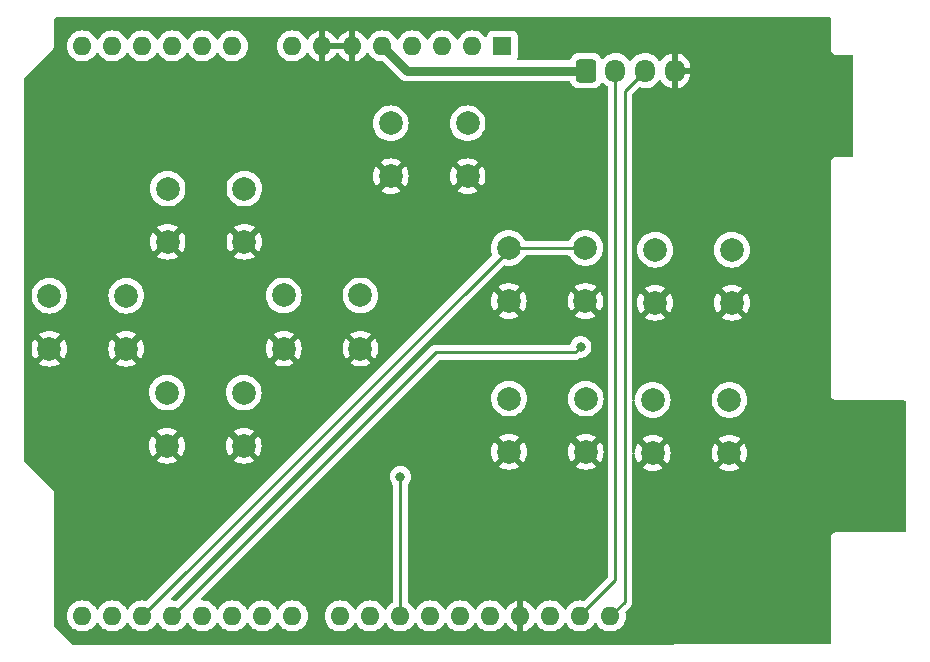
<source format=gbr>
%TF.GenerationSoftware,KiCad,Pcbnew,(6.0.6)*%
%TF.CreationDate,2022-11-26T23:59:24-08:00*%
%TF.ProjectId,AS-OPEN9BTN-UNOSHLD-01,41532d4f-5045-44e3-9942-544e2d554e4f,rev?*%
%TF.SameCoordinates,Original*%
%TF.FileFunction,Copper,L1,Top*%
%TF.FilePolarity,Positive*%
%FSLAX46Y46*%
G04 Gerber Fmt 4.6, Leading zero omitted, Abs format (unit mm)*
G04 Created by KiCad (PCBNEW (6.0.6)) date 2022-11-26 23:59:24*
%MOMM*%
%LPD*%
G01*
G04 APERTURE LIST*
G04 Aperture macros list*
%AMRoundRect*
0 Rectangle with rounded corners*
0 $1 Rounding radius*
0 $2 $3 $4 $5 $6 $7 $8 $9 X,Y pos of 4 corners*
0 Add a 4 corners polygon primitive as box body*
4,1,4,$2,$3,$4,$5,$6,$7,$8,$9,$2,$3,0*
0 Add four circle primitives for the rounded corners*
1,1,$1+$1,$2,$3*
1,1,$1+$1,$4,$5*
1,1,$1+$1,$6,$7*
1,1,$1+$1,$8,$9*
0 Add four rect primitives between the rounded corners*
20,1,$1+$1,$2,$3,$4,$5,0*
20,1,$1+$1,$4,$5,$6,$7,0*
20,1,$1+$1,$6,$7,$8,$9,0*
20,1,$1+$1,$8,$9,$2,$3,0*%
G04 Aperture macros list end*
%TA.AperFunction,ComponentPad*%
%ADD10C,2.000000*%
%TD*%
%TA.AperFunction,ComponentPad*%
%ADD11RoundRect,0.250000X-0.600000X-0.725000X0.600000X-0.725000X0.600000X0.725000X-0.600000X0.725000X0*%
%TD*%
%TA.AperFunction,ComponentPad*%
%ADD12O,1.700000X1.950000*%
%TD*%
%TA.AperFunction,ComponentPad*%
%ADD13O,1.600000X1.600000*%
%TD*%
%TA.AperFunction,ComponentPad*%
%ADD14R,1.600000X1.600000*%
%TD*%
%TA.AperFunction,ViaPad*%
%ADD15C,0.800000*%
%TD*%
%TA.AperFunction,Conductor*%
%ADD16C,0.250000*%
%TD*%
%TA.AperFunction,Conductor*%
%ADD17C,0.750000*%
%TD*%
G04 APERTURE END LIST*
D10*
%TO.P,SW9,1,1*%
%TO.N,/HOME*%
X75817800Y-73873800D03*
X69317800Y-73873800D03*
%TO.P,SW9,2,2*%
%TO.N,GND*%
X69317800Y-78373800D03*
X75817800Y-78373800D03*
%TD*%
%TO.P,SW8,1,1*%
%TO.N,/UP*%
X56920200Y-79411000D03*
X50420200Y-79411000D03*
%TO.P,SW8,2,2*%
%TO.N,GND*%
X50420200Y-83911000D03*
X56920200Y-83911000D03*
%TD*%
%TO.P,SW7,1,1*%
%TO.N,/DOWN*%
X56869400Y-96683000D03*
X50369400Y-96683000D03*
%TO.P,SW7,2,2*%
%TO.N,GND*%
X50369400Y-101183000D03*
X56869400Y-101183000D03*
%TD*%
%TO.P,SW6,1,1*%
%TO.N,/LEFT*%
X46912600Y-88478800D03*
X40412600Y-88478800D03*
%TO.P,SW6,2,2*%
%TO.N,GND*%
X40412600Y-92978800D03*
X46912600Y-92978800D03*
%TD*%
%TO.P,SW5,1,1*%
%TO.N,/RIGHT*%
X66750000Y-88453400D03*
X60250000Y-88453400D03*
%TO.P,SW5,2,2*%
%TO.N,GND*%
X60250000Y-92953400D03*
X66750000Y-92953400D03*
%TD*%
%TO.P,SW4,1,1*%
%TO.N,/SELECT*%
X85800000Y-84440200D03*
X79300000Y-84440200D03*
%TO.P,SW4,2,2*%
%TO.N,GND*%
X79300000Y-88940200D03*
X85800000Y-88940200D03*
%TD*%
%TO.P,SW3,1,1*%
%TO.N,/START*%
X98194000Y-84582000D03*
X91694000Y-84582000D03*
%TO.P,SW3,2,2*%
%TO.N,GND*%
X91694000Y-89082000D03*
X98194000Y-89082000D03*
%TD*%
%TO.P,SW2,1,1*%
%TO.N,/A*%
X97990800Y-97307400D03*
X91490800Y-97307400D03*
%TO.P,SW2,2,2*%
%TO.N,GND*%
X91490800Y-101807400D03*
X97990800Y-101807400D03*
%TD*%
%TO.P,SW1,1,1*%
%TO.N,/B*%
X85825400Y-97191000D03*
X79325400Y-97191000D03*
%TO.P,SW1,2,2*%
%TO.N,GND*%
X79325400Y-101691000D03*
X85825400Y-101691000D03*
%TD*%
D11*
%TO.P,J1,1,Pin_1*%
%TO.N,VCC*%
X85835800Y-69426600D03*
D12*
%TO.P,J1,2,Pin_2*%
%TO.N,/SDA*%
X88335800Y-69426600D03*
%TO.P,J1,3,Pin_3*%
%TO.N,/SCL*%
X90835800Y-69426600D03*
%TO.P,J1,4,Pin_4*%
%TO.N,GND*%
X93335800Y-69426600D03*
%TD*%
D13*
%TO.P,A1,32,SCL/A5*%
%TO.N,/SCL*%
X87905400Y-115595400D03*
%TO.P,A1,31,SDA/A4*%
%TO.N,/SDA*%
X85365400Y-115595400D03*
%TO.P,A1,30,AREF*%
%TO.N,unconnected-(A1-Pad30)*%
X82825400Y-115595400D03*
%TO.P,A1,29,GND*%
%TO.N,GND*%
X80285400Y-115595400D03*
%TO.P,A1,28,D13*%
%TO.N,unconnected-(A1-Pad28)*%
X77745400Y-115595400D03*
%TO.P,A1,27,D12*%
%TO.N,unconnected-(A1-Pad27)*%
X75205400Y-115595400D03*
%TO.P,A1,26,D11*%
%TO.N,unconnected-(A1-Pad26)*%
X72665400Y-115595400D03*
%TO.P,A1,25,D10*%
%TO.N,/HOME*%
X70125400Y-115595400D03*
%TO.P,A1,24,D9*%
%TO.N,/A*%
X67585400Y-115595400D03*
%TO.P,A1,23,D8*%
%TO.N,/B*%
X65045400Y-115595400D03*
%TO.P,A1,22,D7*%
%TO.N,/RIGHT*%
X60985400Y-115595400D03*
%TO.P,A1,21,D6*%
%TO.N,/LEFT*%
X58445400Y-115595400D03*
%TO.P,A1,20,D5*%
%TO.N,/DOWN*%
X55905400Y-115595400D03*
%TO.P,A1,19,D4*%
%TO.N,/UP*%
X53365400Y-115595400D03*
%TO.P,A1,18,D3*%
%TO.N,/START*%
X50825400Y-115595400D03*
%TO.P,A1,17,D2*%
%TO.N,/SELECT*%
X48285400Y-115595400D03*
%TO.P,A1,16,D1/TX*%
%TO.N,unconnected-(A1-Pad16)*%
X45745400Y-115595400D03*
%TO.P,A1,15,D0/RX*%
%TO.N,unconnected-(A1-Pad15)*%
X43205400Y-115595400D03*
%TO.P,A1,14,SCL/A5*%
%TO.N,unconnected-(A1-Pad14)*%
X43205400Y-67335400D03*
%TO.P,A1,13,SDA/A4*%
%TO.N,unconnected-(A1-Pad13)*%
X45745400Y-67335400D03*
%TO.P,A1,12,A3*%
%TO.N,unconnected-(A1-Pad12)*%
X48285400Y-67335400D03*
%TO.P,A1,11,A2*%
%TO.N,unconnected-(A1-Pad11)*%
X50825400Y-67335400D03*
%TO.P,A1,10,A1*%
%TO.N,unconnected-(A1-Pad10)*%
X53365400Y-67335400D03*
%TO.P,A1,9,A0*%
%TO.N,unconnected-(A1-Pad9)*%
X55905400Y-67335400D03*
%TO.P,A1,8,VIN*%
%TO.N,unconnected-(A1-Pad8)*%
X60985400Y-67335400D03*
%TO.P,A1,7,GND*%
%TO.N,GND*%
X63525400Y-67335400D03*
%TO.P,A1,6,GND*%
X66065400Y-67335400D03*
%TO.P,A1,5,+5V*%
%TO.N,VCC*%
X68605400Y-67335400D03*
%TO.P,A1,4,3V3*%
%TO.N,unconnected-(A1-Pad4)*%
X71145400Y-67335400D03*
%TO.P,A1,3,~{RESET}*%
%TO.N,unconnected-(A1-Pad3)*%
X73685400Y-67335400D03*
%TO.P,A1,2,IOREF*%
%TO.N,unconnected-(A1-Pad2)*%
X76225400Y-67335400D03*
D14*
%TO.P,A1,1,NC*%
%TO.N,unconnected-(A1-Pad1)*%
X78765400Y-67335400D03*
%TD*%
D15*
%TO.N,/START*%
X85394800Y-92811600D03*
%TO.N,/HOME*%
X70129400Y-103809800D03*
%TD*%
D16*
%TO.N,/SDA*%
X88335800Y-112578200D02*
X88335800Y-69426600D01*
X85365400Y-115548600D02*
X88335800Y-112578200D01*
X85365400Y-115595400D02*
X85365400Y-115548600D01*
D17*
%TO.N,VCC*%
X70696600Y-69426600D02*
X85835800Y-69426600D01*
X68605400Y-67335400D02*
X70696600Y-69426600D01*
D16*
%TO.N,/SCL*%
X89103200Y-114397600D02*
X89103200Y-71159200D01*
X87905400Y-115595400D02*
X89103200Y-114397600D01*
X89103200Y-71159200D02*
X90835800Y-69426600D01*
%TO.N,/SELECT*%
X79300000Y-84440200D02*
X85800000Y-84440200D01*
X48285400Y-115595400D02*
X79300000Y-84580800D01*
X79300000Y-84580800D02*
X79300000Y-84440200D01*
%TO.N,/START*%
X84937600Y-93268800D02*
X85394800Y-92811600D01*
X73152000Y-93268800D02*
X84937600Y-93268800D01*
X50825400Y-115595400D02*
X73152000Y-93268800D01*
%TO.N,/HOME*%
X70125400Y-103813800D02*
X70129400Y-103809800D01*
X70125400Y-115595400D02*
X70125400Y-103813800D01*
%TD*%
%TA.AperFunction,Conductor*%
%TO.N,GND*%
G36*
X106519980Y-64917717D02*
G01*
X106566494Y-64971355D01*
X106577900Y-65023741D01*
X106577900Y-67581178D01*
X106577876Y-67583628D01*
X106576540Y-67652329D01*
X106578891Y-67660990D01*
X106585399Y-67684966D01*
X106588523Y-67700093D01*
X106593320Y-67733587D01*
X106597037Y-67741763D01*
X106597038Y-67741765D01*
X106602186Y-67753087D01*
X106609084Y-67772228D01*
X106612343Y-67784235D01*
X106612346Y-67784241D01*
X106614696Y-67792900D01*
X106619383Y-67800553D01*
X106619384Y-67800555D01*
X106632361Y-67821744D01*
X106639609Y-67835394D01*
X106653608Y-67866182D01*
X106659470Y-67872985D01*
X106659471Y-67872987D01*
X106667593Y-67882414D01*
X106679585Y-67898848D01*
X106690772Y-67917113D01*
X106697417Y-67923142D01*
X106697421Y-67923146D01*
X106715821Y-67939838D01*
X106726615Y-67950912D01*
X106742824Y-67969724D01*
X106742829Y-67969728D01*
X106748687Y-67976527D01*
X106766665Y-67988180D01*
X106782784Y-68000585D01*
X106798652Y-68014980D01*
X106829070Y-68029759D01*
X106842530Y-68037354D01*
X106863379Y-68050868D01*
X106863383Y-68050870D01*
X106870915Y-68055752D01*
X106879513Y-68058323D01*
X106879519Y-68058326D01*
X106891447Y-68061893D01*
X106910406Y-68069278D01*
X106929664Y-68078635D01*
X106938517Y-68080135D01*
X106938518Y-68080135D01*
X106939941Y-68080376D01*
X106963006Y-68084283D01*
X106978056Y-68087794D01*
X107010466Y-68097486D01*
X107019438Y-68097541D01*
X107019439Y-68097541D01*
X107038970Y-68097660D01*
X107086674Y-68097952D01*
X107087391Y-68097959D01*
X108358581Y-68114908D01*
X108426428Y-68135817D01*
X108472201Y-68190087D01*
X108482900Y-68240897D01*
X108482900Y-76606900D01*
X108462898Y-76675021D01*
X108409242Y-76721514D01*
X108356900Y-76732900D01*
X107069623Y-76732900D01*
X107068853Y-76732898D01*
X107068037Y-76732893D01*
X106991279Y-76732424D01*
X106968918Y-76738815D01*
X106962847Y-76740550D01*
X106946085Y-76744128D01*
X106916813Y-76748320D01*
X106908645Y-76752034D01*
X106908644Y-76752034D01*
X106893438Y-76758948D01*
X106875914Y-76765396D01*
X106851229Y-76772451D01*
X106843635Y-76777243D01*
X106843632Y-76777244D01*
X106826220Y-76788230D01*
X106811137Y-76796369D01*
X106784218Y-76808608D01*
X106777416Y-76814469D01*
X106764765Y-76825370D01*
X106749761Y-76836473D01*
X106728042Y-76850176D01*
X106722103Y-76856901D01*
X106722099Y-76856904D01*
X106708468Y-76872338D01*
X106696276Y-76884382D01*
X106680673Y-76897827D01*
X106680671Y-76897830D01*
X106673873Y-76903687D01*
X106668993Y-76911216D01*
X106668992Y-76911217D01*
X106659906Y-76925235D01*
X106648615Y-76940109D01*
X106637569Y-76952617D01*
X106631622Y-76959351D01*
X106619058Y-76986111D01*
X106610737Y-77001091D01*
X106599529Y-77018383D01*
X106599527Y-77018388D01*
X106594648Y-77025915D01*
X106592078Y-77034508D01*
X106592076Y-77034513D01*
X106587289Y-77050520D01*
X106580628Y-77067964D01*
X106569719Y-77091200D01*
X106568338Y-77100067D01*
X106568338Y-77100068D01*
X106565170Y-77120415D01*
X106561387Y-77137132D01*
X106555485Y-77156866D01*
X106555484Y-77156872D01*
X106552914Y-77165466D01*
X106552859Y-77174437D01*
X106552859Y-77174438D01*
X106552704Y-77199897D01*
X106552671Y-77200689D01*
X106552500Y-77201786D01*
X106552500Y-77232777D01*
X106552498Y-77233547D01*
X106552024Y-77311121D01*
X106552408Y-77312465D01*
X106552500Y-77313810D01*
X106552500Y-96816177D01*
X106552498Y-96816947D01*
X106552024Y-96894521D01*
X106554491Y-96903152D01*
X106560150Y-96922953D01*
X106563728Y-96939715D01*
X106567920Y-96968987D01*
X106571634Y-96977155D01*
X106571634Y-96977156D01*
X106578548Y-96992362D01*
X106584996Y-97009886D01*
X106592051Y-97034571D01*
X106596843Y-97042165D01*
X106596844Y-97042168D01*
X106607830Y-97059580D01*
X106615969Y-97074663D01*
X106628208Y-97101582D01*
X106634069Y-97108384D01*
X106644970Y-97121035D01*
X106656073Y-97136039D01*
X106669776Y-97157758D01*
X106676501Y-97163697D01*
X106676504Y-97163701D01*
X106691938Y-97177332D01*
X106703982Y-97189524D01*
X106717427Y-97205127D01*
X106717430Y-97205129D01*
X106723287Y-97211927D01*
X106730816Y-97216807D01*
X106730817Y-97216808D01*
X106744835Y-97225894D01*
X106759709Y-97237185D01*
X106772217Y-97248231D01*
X106778951Y-97254178D01*
X106805711Y-97266742D01*
X106820691Y-97275063D01*
X106837983Y-97286271D01*
X106837988Y-97286273D01*
X106845515Y-97291152D01*
X106854108Y-97293722D01*
X106854113Y-97293724D01*
X106870120Y-97298511D01*
X106887564Y-97305172D01*
X106902676Y-97312267D01*
X106902678Y-97312268D01*
X106910800Y-97316081D01*
X106919667Y-97317462D01*
X106919668Y-97317462D01*
X106929310Y-97318963D01*
X106940017Y-97320630D01*
X106956732Y-97324413D01*
X106976466Y-97330315D01*
X106976472Y-97330316D01*
X106985066Y-97332886D01*
X106994037Y-97332941D01*
X106994038Y-97332941D01*
X107004097Y-97333002D01*
X107019506Y-97333096D01*
X107020289Y-97333129D01*
X107021386Y-97333300D01*
X107052377Y-97333300D01*
X107053147Y-97333302D01*
X107126785Y-97333752D01*
X107126786Y-97333752D01*
X107130721Y-97333776D01*
X107132065Y-97333392D01*
X107133410Y-97333300D01*
X112803221Y-97333300D01*
X112871342Y-97353302D01*
X112917835Y-97406958D01*
X112929221Y-97459038D01*
X112944921Y-104995380D01*
X112951976Y-108382038D01*
X112932116Y-108450200D01*
X112878557Y-108496804D01*
X112825976Y-108508300D01*
X107069623Y-108508300D01*
X107068853Y-108508298D01*
X107068037Y-108508293D01*
X106991279Y-108507824D01*
X106968918Y-108514215D01*
X106962847Y-108515950D01*
X106946085Y-108519528D01*
X106916813Y-108523720D01*
X106908645Y-108527434D01*
X106908644Y-108527434D01*
X106893438Y-108534348D01*
X106875914Y-108540796D01*
X106851229Y-108547851D01*
X106843635Y-108552643D01*
X106843632Y-108552644D01*
X106826220Y-108563630D01*
X106811137Y-108571769D01*
X106784218Y-108584008D01*
X106777416Y-108589869D01*
X106764765Y-108600770D01*
X106749761Y-108611873D01*
X106728042Y-108625576D01*
X106722103Y-108632301D01*
X106722099Y-108632304D01*
X106708468Y-108647738D01*
X106696276Y-108659782D01*
X106680673Y-108673227D01*
X106680671Y-108673230D01*
X106673873Y-108679087D01*
X106668993Y-108686616D01*
X106668992Y-108686617D01*
X106659906Y-108700635D01*
X106648615Y-108715509D01*
X106637569Y-108728017D01*
X106631622Y-108734751D01*
X106619058Y-108761511D01*
X106610737Y-108776491D01*
X106599529Y-108793783D01*
X106599527Y-108793788D01*
X106594648Y-108801315D01*
X106592078Y-108809908D01*
X106592076Y-108809913D01*
X106587289Y-108825920D01*
X106580628Y-108843364D01*
X106569719Y-108866600D01*
X106568338Y-108875467D01*
X106568338Y-108875468D01*
X106565170Y-108895815D01*
X106561387Y-108912532D01*
X106555485Y-108932266D01*
X106555484Y-108932272D01*
X106552914Y-108940866D01*
X106552859Y-108949837D01*
X106552859Y-108949838D01*
X106552704Y-108975297D01*
X106552671Y-108976089D01*
X106552500Y-108977186D01*
X106552500Y-109008177D01*
X106552498Y-109008947D01*
X106552024Y-109086521D01*
X106552408Y-109087865D01*
X106552500Y-109089210D01*
X106552500Y-117882149D01*
X106532498Y-117950270D01*
X106478842Y-117996763D01*
X106426549Y-118008149D01*
X80035676Y-118018482D01*
X42452161Y-118033197D01*
X42384035Y-118013222D01*
X42363019Y-117996292D01*
X40855205Y-116488478D01*
X40821179Y-116426166D01*
X40818300Y-116399383D01*
X40818300Y-115595400D01*
X41891902Y-115595400D01*
X41911857Y-115823487D01*
X41971116Y-116044643D01*
X41973439Y-116049624D01*
X41973439Y-116049625D01*
X42065551Y-116247162D01*
X42065554Y-116247167D01*
X42067877Y-116252149D01*
X42071034Y-116256657D01*
X42170972Y-116399383D01*
X42199202Y-116439700D01*
X42361100Y-116601598D01*
X42365608Y-116604755D01*
X42365611Y-116604757D01*
X42443789Y-116659498D01*
X42548651Y-116732923D01*
X42553633Y-116735246D01*
X42553638Y-116735249D01*
X42706196Y-116806387D01*
X42756157Y-116829684D01*
X42761465Y-116831106D01*
X42761467Y-116831107D01*
X42971998Y-116887519D01*
X42972000Y-116887519D01*
X42977313Y-116888943D01*
X43205400Y-116908898D01*
X43433487Y-116888943D01*
X43438800Y-116887519D01*
X43438802Y-116887519D01*
X43649333Y-116831107D01*
X43649335Y-116831106D01*
X43654643Y-116829684D01*
X43704604Y-116806387D01*
X43857162Y-116735249D01*
X43857167Y-116735246D01*
X43862149Y-116732923D01*
X43967011Y-116659498D01*
X44045189Y-116604757D01*
X44045192Y-116604755D01*
X44049700Y-116601598D01*
X44211598Y-116439700D01*
X44239829Y-116399383D01*
X44339766Y-116256657D01*
X44342923Y-116252149D01*
X44345246Y-116247167D01*
X44345249Y-116247162D01*
X44361205Y-116212943D01*
X44408122Y-116159658D01*
X44476399Y-116140197D01*
X44544359Y-116160739D01*
X44589595Y-116212943D01*
X44605551Y-116247162D01*
X44605554Y-116247167D01*
X44607877Y-116252149D01*
X44611034Y-116256657D01*
X44710972Y-116399383D01*
X44739202Y-116439700D01*
X44901100Y-116601598D01*
X44905608Y-116604755D01*
X44905611Y-116604757D01*
X44983789Y-116659498D01*
X45088651Y-116732923D01*
X45093633Y-116735246D01*
X45093638Y-116735249D01*
X45246196Y-116806387D01*
X45296157Y-116829684D01*
X45301465Y-116831106D01*
X45301467Y-116831107D01*
X45511998Y-116887519D01*
X45512000Y-116887519D01*
X45517313Y-116888943D01*
X45745400Y-116908898D01*
X45973487Y-116888943D01*
X45978800Y-116887519D01*
X45978802Y-116887519D01*
X46189333Y-116831107D01*
X46189335Y-116831106D01*
X46194643Y-116829684D01*
X46244604Y-116806387D01*
X46397162Y-116735249D01*
X46397167Y-116735246D01*
X46402149Y-116732923D01*
X46507011Y-116659498D01*
X46585189Y-116604757D01*
X46585192Y-116604755D01*
X46589700Y-116601598D01*
X46751598Y-116439700D01*
X46779829Y-116399383D01*
X46879766Y-116256657D01*
X46882923Y-116252149D01*
X46885246Y-116247167D01*
X46885249Y-116247162D01*
X46901205Y-116212943D01*
X46948122Y-116159658D01*
X47016399Y-116140197D01*
X47084359Y-116160739D01*
X47129595Y-116212943D01*
X47145551Y-116247162D01*
X47145554Y-116247167D01*
X47147877Y-116252149D01*
X47151034Y-116256657D01*
X47250972Y-116399383D01*
X47279202Y-116439700D01*
X47441100Y-116601598D01*
X47445608Y-116604755D01*
X47445611Y-116604757D01*
X47523789Y-116659498D01*
X47628651Y-116732923D01*
X47633633Y-116735246D01*
X47633638Y-116735249D01*
X47786196Y-116806387D01*
X47836157Y-116829684D01*
X47841465Y-116831106D01*
X47841467Y-116831107D01*
X48051998Y-116887519D01*
X48052000Y-116887519D01*
X48057313Y-116888943D01*
X48285400Y-116908898D01*
X48513487Y-116888943D01*
X48518800Y-116887519D01*
X48518802Y-116887519D01*
X48729333Y-116831107D01*
X48729335Y-116831106D01*
X48734643Y-116829684D01*
X48784604Y-116806387D01*
X48937162Y-116735249D01*
X48937167Y-116735246D01*
X48942149Y-116732923D01*
X49047011Y-116659498D01*
X49125189Y-116604757D01*
X49125192Y-116604755D01*
X49129700Y-116601598D01*
X49291598Y-116439700D01*
X49319829Y-116399383D01*
X49419766Y-116256657D01*
X49422923Y-116252149D01*
X49425246Y-116247167D01*
X49425249Y-116247162D01*
X49441205Y-116212943D01*
X49488122Y-116159658D01*
X49556399Y-116140197D01*
X49624359Y-116160739D01*
X49669595Y-116212943D01*
X49685551Y-116247162D01*
X49685554Y-116247167D01*
X49687877Y-116252149D01*
X49691034Y-116256657D01*
X49790972Y-116399383D01*
X49819202Y-116439700D01*
X49981100Y-116601598D01*
X49985608Y-116604755D01*
X49985611Y-116604757D01*
X50063789Y-116659498D01*
X50168651Y-116732923D01*
X50173633Y-116735246D01*
X50173638Y-116735249D01*
X50326196Y-116806387D01*
X50376157Y-116829684D01*
X50381465Y-116831106D01*
X50381467Y-116831107D01*
X50591998Y-116887519D01*
X50592000Y-116887519D01*
X50597313Y-116888943D01*
X50825400Y-116908898D01*
X51053487Y-116888943D01*
X51058800Y-116887519D01*
X51058802Y-116887519D01*
X51269333Y-116831107D01*
X51269335Y-116831106D01*
X51274643Y-116829684D01*
X51324604Y-116806387D01*
X51477162Y-116735249D01*
X51477167Y-116735246D01*
X51482149Y-116732923D01*
X51587011Y-116659498D01*
X51665189Y-116604757D01*
X51665192Y-116604755D01*
X51669700Y-116601598D01*
X51831598Y-116439700D01*
X51859829Y-116399383D01*
X51959766Y-116256657D01*
X51962923Y-116252149D01*
X51965246Y-116247167D01*
X51965249Y-116247162D01*
X51981205Y-116212943D01*
X52028122Y-116159658D01*
X52096399Y-116140197D01*
X52164359Y-116160739D01*
X52209595Y-116212943D01*
X52225551Y-116247162D01*
X52225554Y-116247167D01*
X52227877Y-116252149D01*
X52231034Y-116256657D01*
X52330972Y-116399383D01*
X52359202Y-116439700D01*
X52521100Y-116601598D01*
X52525608Y-116604755D01*
X52525611Y-116604757D01*
X52603789Y-116659498D01*
X52708651Y-116732923D01*
X52713633Y-116735246D01*
X52713638Y-116735249D01*
X52866196Y-116806387D01*
X52916157Y-116829684D01*
X52921465Y-116831106D01*
X52921467Y-116831107D01*
X53131998Y-116887519D01*
X53132000Y-116887519D01*
X53137313Y-116888943D01*
X53365400Y-116908898D01*
X53593487Y-116888943D01*
X53598800Y-116887519D01*
X53598802Y-116887519D01*
X53809333Y-116831107D01*
X53809335Y-116831106D01*
X53814643Y-116829684D01*
X53864604Y-116806387D01*
X54017162Y-116735249D01*
X54017167Y-116735246D01*
X54022149Y-116732923D01*
X54127011Y-116659498D01*
X54205189Y-116604757D01*
X54205192Y-116604755D01*
X54209700Y-116601598D01*
X54371598Y-116439700D01*
X54399829Y-116399383D01*
X54499766Y-116256657D01*
X54502923Y-116252149D01*
X54505246Y-116247167D01*
X54505249Y-116247162D01*
X54521205Y-116212943D01*
X54568122Y-116159658D01*
X54636399Y-116140197D01*
X54704359Y-116160739D01*
X54749595Y-116212943D01*
X54765551Y-116247162D01*
X54765554Y-116247167D01*
X54767877Y-116252149D01*
X54771034Y-116256657D01*
X54870972Y-116399383D01*
X54899202Y-116439700D01*
X55061100Y-116601598D01*
X55065608Y-116604755D01*
X55065611Y-116604757D01*
X55143789Y-116659498D01*
X55248651Y-116732923D01*
X55253633Y-116735246D01*
X55253638Y-116735249D01*
X55406196Y-116806387D01*
X55456157Y-116829684D01*
X55461465Y-116831106D01*
X55461467Y-116831107D01*
X55671998Y-116887519D01*
X55672000Y-116887519D01*
X55677313Y-116888943D01*
X55905400Y-116908898D01*
X56133487Y-116888943D01*
X56138800Y-116887519D01*
X56138802Y-116887519D01*
X56349333Y-116831107D01*
X56349335Y-116831106D01*
X56354643Y-116829684D01*
X56404604Y-116806387D01*
X56557162Y-116735249D01*
X56557167Y-116735246D01*
X56562149Y-116732923D01*
X56667011Y-116659498D01*
X56745189Y-116604757D01*
X56745192Y-116604755D01*
X56749700Y-116601598D01*
X56911598Y-116439700D01*
X56939829Y-116399383D01*
X57039766Y-116256657D01*
X57042923Y-116252149D01*
X57045246Y-116247167D01*
X57045249Y-116247162D01*
X57061205Y-116212943D01*
X57108122Y-116159658D01*
X57176399Y-116140197D01*
X57244359Y-116160739D01*
X57289595Y-116212943D01*
X57305551Y-116247162D01*
X57305554Y-116247167D01*
X57307877Y-116252149D01*
X57311034Y-116256657D01*
X57410972Y-116399383D01*
X57439202Y-116439700D01*
X57601100Y-116601598D01*
X57605608Y-116604755D01*
X57605611Y-116604757D01*
X57683789Y-116659498D01*
X57788651Y-116732923D01*
X57793633Y-116735246D01*
X57793638Y-116735249D01*
X57946196Y-116806387D01*
X57996157Y-116829684D01*
X58001465Y-116831106D01*
X58001467Y-116831107D01*
X58211998Y-116887519D01*
X58212000Y-116887519D01*
X58217313Y-116888943D01*
X58445400Y-116908898D01*
X58673487Y-116888943D01*
X58678800Y-116887519D01*
X58678802Y-116887519D01*
X58889333Y-116831107D01*
X58889335Y-116831106D01*
X58894643Y-116829684D01*
X58944604Y-116806387D01*
X59097162Y-116735249D01*
X59097167Y-116735246D01*
X59102149Y-116732923D01*
X59207011Y-116659498D01*
X59285189Y-116604757D01*
X59285192Y-116604755D01*
X59289700Y-116601598D01*
X59451598Y-116439700D01*
X59479829Y-116399383D01*
X59579766Y-116256657D01*
X59582923Y-116252149D01*
X59585246Y-116247167D01*
X59585249Y-116247162D01*
X59601205Y-116212943D01*
X59648122Y-116159658D01*
X59716399Y-116140197D01*
X59784359Y-116160739D01*
X59829595Y-116212943D01*
X59845551Y-116247162D01*
X59845554Y-116247167D01*
X59847877Y-116252149D01*
X59851034Y-116256657D01*
X59950972Y-116399383D01*
X59979202Y-116439700D01*
X60141100Y-116601598D01*
X60145608Y-116604755D01*
X60145611Y-116604757D01*
X60223789Y-116659498D01*
X60328651Y-116732923D01*
X60333633Y-116735246D01*
X60333638Y-116735249D01*
X60486196Y-116806387D01*
X60536157Y-116829684D01*
X60541465Y-116831106D01*
X60541467Y-116831107D01*
X60751998Y-116887519D01*
X60752000Y-116887519D01*
X60757313Y-116888943D01*
X60985400Y-116908898D01*
X61213487Y-116888943D01*
X61218800Y-116887519D01*
X61218802Y-116887519D01*
X61429333Y-116831107D01*
X61429335Y-116831106D01*
X61434643Y-116829684D01*
X61484604Y-116806387D01*
X61637162Y-116735249D01*
X61637167Y-116735246D01*
X61642149Y-116732923D01*
X61747011Y-116659498D01*
X61825189Y-116604757D01*
X61825192Y-116604755D01*
X61829700Y-116601598D01*
X61991598Y-116439700D01*
X62019829Y-116399383D01*
X62119766Y-116256657D01*
X62122923Y-116252149D01*
X62125246Y-116247167D01*
X62125249Y-116247162D01*
X62217361Y-116049625D01*
X62217361Y-116049624D01*
X62219684Y-116044643D01*
X62278943Y-115823487D01*
X62298898Y-115595400D01*
X63731902Y-115595400D01*
X63751857Y-115823487D01*
X63811116Y-116044643D01*
X63813439Y-116049624D01*
X63813439Y-116049625D01*
X63905551Y-116247162D01*
X63905554Y-116247167D01*
X63907877Y-116252149D01*
X63911034Y-116256657D01*
X64010972Y-116399383D01*
X64039202Y-116439700D01*
X64201100Y-116601598D01*
X64205608Y-116604755D01*
X64205611Y-116604757D01*
X64283789Y-116659498D01*
X64388651Y-116732923D01*
X64393633Y-116735246D01*
X64393638Y-116735249D01*
X64546196Y-116806387D01*
X64596157Y-116829684D01*
X64601465Y-116831106D01*
X64601467Y-116831107D01*
X64811998Y-116887519D01*
X64812000Y-116887519D01*
X64817313Y-116888943D01*
X65045400Y-116908898D01*
X65273487Y-116888943D01*
X65278800Y-116887519D01*
X65278802Y-116887519D01*
X65489333Y-116831107D01*
X65489335Y-116831106D01*
X65494643Y-116829684D01*
X65544604Y-116806387D01*
X65697162Y-116735249D01*
X65697167Y-116735246D01*
X65702149Y-116732923D01*
X65807011Y-116659498D01*
X65885189Y-116604757D01*
X65885192Y-116604755D01*
X65889700Y-116601598D01*
X66051598Y-116439700D01*
X66079829Y-116399383D01*
X66179766Y-116256657D01*
X66182923Y-116252149D01*
X66185246Y-116247167D01*
X66185249Y-116247162D01*
X66201205Y-116212943D01*
X66248122Y-116159658D01*
X66316399Y-116140197D01*
X66384359Y-116160739D01*
X66429595Y-116212943D01*
X66445551Y-116247162D01*
X66445554Y-116247167D01*
X66447877Y-116252149D01*
X66451034Y-116256657D01*
X66550972Y-116399383D01*
X66579202Y-116439700D01*
X66741100Y-116601598D01*
X66745608Y-116604755D01*
X66745611Y-116604757D01*
X66823789Y-116659498D01*
X66928651Y-116732923D01*
X66933633Y-116735246D01*
X66933638Y-116735249D01*
X67086196Y-116806387D01*
X67136157Y-116829684D01*
X67141465Y-116831106D01*
X67141467Y-116831107D01*
X67351998Y-116887519D01*
X67352000Y-116887519D01*
X67357313Y-116888943D01*
X67585400Y-116908898D01*
X67813487Y-116888943D01*
X67818800Y-116887519D01*
X67818802Y-116887519D01*
X68029333Y-116831107D01*
X68029335Y-116831106D01*
X68034643Y-116829684D01*
X68084604Y-116806387D01*
X68237162Y-116735249D01*
X68237167Y-116735246D01*
X68242149Y-116732923D01*
X68347011Y-116659498D01*
X68425189Y-116604757D01*
X68425192Y-116604755D01*
X68429700Y-116601598D01*
X68591598Y-116439700D01*
X68619829Y-116399383D01*
X68719766Y-116256657D01*
X68722923Y-116252149D01*
X68725246Y-116247167D01*
X68725249Y-116247162D01*
X68741205Y-116212943D01*
X68788122Y-116159658D01*
X68856399Y-116140197D01*
X68924359Y-116160739D01*
X68969595Y-116212943D01*
X68985551Y-116247162D01*
X68985554Y-116247167D01*
X68987877Y-116252149D01*
X68991034Y-116256657D01*
X69090972Y-116399383D01*
X69119202Y-116439700D01*
X69281100Y-116601598D01*
X69285608Y-116604755D01*
X69285611Y-116604757D01*
X69363789Y-116659498D01*
X69468651Y-116732923D01*
X69473633Y-116735246D01*
X69473638Y-116735249D01*
X69626196Y-116806387D01*
X69676157Y-116829684D01*
X69681465Y-116831106D01*
X69681467Y-116831107D01*
X69891998Y-116887519D01*
X69892000Y-116887519D01*
X69897313Y-116888943D01*
X70125400Y-116908898D01*
X70353487Y-116888943D01*
X70358800Y-116887519D01*
X70358802Y-116887519D01*
X70569333Y-116831107D01*
X70569335Y-116831106D01*
X70574643Y-116829684D01*
X70624604Y-116806387D01*
X70777162Y-116735249D01*
X70777167Y-116735246D01*
X70782149Y-116732923D01*
X70887011Y-116659498D01*
X70965189Y-116604757D01*
X70965192Y-116604755D01*
X70969700Y-116601598D01*
X71131598Y-116439700D01*
X71159829Y-116399383D01*
X71259766Y-116256657D01*
X71262923Y-116252149D01*
X71265246Y-116247167D01*
X71265249Y-116247162D01*
X71281205Y-116212943D01*
X71328122Y-116159658D01*
X71396399Y-116140197D01*
X71464359Y-116160739D01*
X71509595Y-116212943D01*
X71525551Y-116247162D01*
X71525554Y-116247167D01*
X71527877Y-116252149D01*
X71531034Y-116256657D01*
X71630972Y-116399383D01*
X71659202Y-116439700D01*
X71821100Y-116601598D01*
X71825608Y-116604755D01*
X71825611Y-116604757D01*
X71903789Y-116659498D01*
X72008651Y-116732923D01*
X72013633Y-116735246D01*
X72013638Y-116735249D01*
X72166196Y-116806387D01*
X72216157Y-116829684D01*
X72221465Y-116831106D01*
X72221467Y-116831107D01*
X72431998Y-116887519D01*
X72432000Y-116887519D01*
X72437313Y-116888943D01*
X72665400Y-116908898D01*
X72893487Y-116888943D01*
X72898800Y-116887519D01*
X72898802Y-116887519D01*
X73109333Y-116831107D01*
X73109335Y-116831106D01*
X73114643Y-116829684D01*
X73164604Y-116806387D01*
X73317162Y-116735249D01*
X73317167Y-116735246D01*
X73322149Y-116732923D01*
X73427011Y-116659498D01*
X73505189Y-116604757D01*
X73505192Y-116604755D01*
X73509700Y-116601598D01*
X73671598Y-116439700D01*
X73699829Y-116399383D01*
X73799766Y-116256657D01*
X73802923Y-116252149D01*
X73805246Y-116247167D01*
X73805249Y-116247162D01*
X73821205Y-116212943D01*
X73868122Y-116159658D01*
X73936399Y-116140197D01*
X74004359Y-116160739D01*
X74049595Y-116212943D01*
X74065551Y-116247162D01*
X74065554Y-116247167D01*
X74067877Y-116252149D01*
X74071034Y-116256657D01*
X74170972Y-116399383D01*
X74199202Y-116439700D01*
X74361100Y-116601598D01*
X74365608Y-116604755D01*
X74365611Y-116604757D01*
X74443789Y-116659498D01*
X74548651Y-116732923D01*
X74553633Y-116735246D01*
X74553638Y-116735249D01*
X74706196Y-116806387D01*
X74756157Y-116829684D01*
X74761465Y-116831106D01*
X74761467Y-116831107D01*
X74971998Y-116887519D01*
X74972000Y-116887519D01*
X74977313Y-116888943D01*
X75205400Y-116908898D01*
X75433487Y-116888943D01*
X75438800Y-116887519D01*
X75438802Y-116887519D01*
X75649333Y-116831107D01*
X75649335Y-116831106D01*
X75654643Y-116829684D01*
X75704604Y-116806387D01*
X75857162Y-116735249D01*
X75857167Y-116735246D01*
X75862149Y-116732923D01*
X75967011Y-116659498D01*
X76045189Y-116604757D01*
X76045192Y-116604755D01*
X76049700Y-116601598D01*
X76211598Y-116439700D01*
X76239829Y-116399383D01*
X76339766Y-116256657D01*
X76342923Y-116252149D01*
X76345246Y-116247167D01*
X76345249Y-116247162D01*
X76361205Y-116212943D01*
X76408122Y-116159658D01*
X76476399Y-116140197D01*
X76544359Y-116160739D01*
X76589595Y-116212943D01*
X76605551Y-116247162D01*
X76605554Y-116247167D01*
X76607877Y-116252149D01*
X76611034Y-116256657D01*
X76710972Y-116399383D01*
X76739202Y-116439700D01*
X76901100Y-116601598D01*
X76905608Y-116604755D01*
X76905611Y-116604757D01*
X76983789Y-116659498D01*
X77088651Y-116732923D01*
X77093633Y-116735246D01*
X77093638Y-116735249D01*
X77246196Y-116806387D01*
X77296157Y-116829684D01*
X77301465Y-116831106D01*
X77301467Y-116831107D01*
X77511998Y-116887519D01*
X77512000Y-116887519D01*
X77517313Y-116888943D01*
X77745400Y-116908898D01*
X77973487Y-116888943D01*
X77978800Y-116887519D01*
X77978802Y-116887519D01*
X78189333Y-116831107D01*
X78189335Y-116831106D01*
X78194643Y-116829684D01*
X78244604Y-116806387D01*
X78397162Y-116735249D01*
X78397167Y-116735246D01*
X78402149Y-116732923D01*
X78507011Y-116659498D01*
X78585189Y-116604757D01*
X78585192Y-116604755D01*
X78589700Y-116601598D01*
X78751598Y-116439700D01*
X78779829Y-116399383D01*
X78879766Y-116256657D01*
X78882923Y-116252149D01*
X78885246Y-116247167D01*
X78885249Y-116247162D01*
X78901481Y-116212351D01*
X78948398Y-116159066D01*
X79016675Y-116139605D01*
X79084635Y-116160147D01*
X79129871Y-116212351D01*
X79145986Y-116246911D01*
X79151469Y-116256407D01*
X79276428Y-116434867D01*
X79283484Y-116443275D01*
X79437525Y-116597316D01*
X79445933Y-116604372D01*
X79624393Y-116729331D01*
X79633889Y-116734814D01*
X79831347Y-116826890D01*
X79841639Y-116830636D01*
X80013903Y-116876794D01*
X80027999Y-116876458D01*
X80031400Y-116868516D01*
X80031400Y-114327433D01*
X80027427Y-114313902D01*
X80018878Y-114312673D01*
X79841639Y-114360164D01*
X79831347Y-114363910D01*
X79633889Y-114455986D01*
X79624393Y-114461469D01*
X79445933Y-114586428D01*
X79437525Y-114593484D01*
X79283484Y-114747525D01*
X79276428Y-114755933D01*
X79151469Y-114934393D01*
X79145986Y-114943889D01*
X79129871Y-114978449D01*
X79082954Y-115031734D01*
X79014677Y-115051195D01*
X78946717Y-115030653D01*
X78901481Y-114978449D01*
X78885249Y-114943638D01*
X78885246Y-114943633D01*
X78882923Y-114938651D01*
X78770924Y-114778700D01*
X78754757Y-114755611D01*
X78754755Y-114755608D01*
X78751598Y-114751100D01*
X78589700Y-114589202D01*
X78585192Y-114586045D01*
X78585189Y-114586043D01*
X78491521Y-114520456D01*
X78402149Y-114457877D01*
X78397167Y-114455554D01*
X78397162Y-114455551D01*
X78199625Y-114363439D01*
X78199624Y-114363439D01*
X78194643Y-114361116D01*
X78189335Y-114359694D01*
X78189333Y-114359693D01*
X77978802Y-114303281D01*
X77978800Y-114303281D01*
X77973487Y-114301857D01*
X77745400Y-114281902D01*
X77517313Y-114301857D01*
X77512000Y-114303281D01*
X77511998Y-114303281D01*
X77301467Y-114359693D01*
X77301465Y-114359694D01*
X77296157Y-114361116D01*
X77291176Y-114363439D01*
X77291175Y-114363439D01*
X77093638Y-114455551D01*
X77093633Y-114455554D01*
X77088651Y-114457877D01*
X76999279Y-114520456D01*
X76905611Y-114586043D01*
X76905608Y-114586045D01*
X76901100Y-114589202D01*
X76739202Y-114751100D01*
X76736045Y-114755608D01*
X76736043Y-114755611D01*
X76719876Y-114778700D01*
X76607877Y-114938651D01*
X76605554Y-114943633D01*
X76605551Y-114943638D01*
X76589595Y-114977857D01*
X76542678Y-115031142D01*
X76474401Y-115050603D01*
X76406441Y-115030061D01*
X76361205Y-114977857D01*
X76345249Y-114943638D01*
X76345246Y-114943633D01*
X76342923Y-114938651D01*
X76230924Y-114778700D01*
X76214757Y-114755611D01*
X76214755Y-114755608D01*
X76211598Y-114751100D01*
X76049700Y-114589202D01*
X76045192Y-114586045D01*
X76045189Y-114586043D01*
X75951521Y-114520456D01*
X75862149Y-114457877D01*
X75857167Y-114455554D01*
X75857162Y-114455551D01*
X75659625Y-114363439D01*
X75659624Y-114363439D01*
X75654643Y-114361116D01*
X75649335Y-114359694D01*
X75649333Y-114359693D01*
X75438802Y-114303281D01*
X75438800Y-114303281D01*
X75433487Y-114301857D01*
X75205400Y-114281902D01*
X74977313Y-114301857D01*
X74972000Y-114303281D01*
X74971998Y-114303281D01*
X74761467Y-114359693D01*
X74761465Y-114359694D01*
X74756157Y-114361116D01*
X74751176Y-114363439D01*
X74751175Y-114363439D01*
X74553638Y-114455551D01*
X74553633Y-114455554D01*
X74548651Y-114457877D01*
X74459279Y-114520456D01*
X74365611Y-114586043D01*
X74365608Y-114586045D01*
X74361100Y-114589202D01*
X74199202Y-114751100D01*
X74196045Y-114755608D01*
X74196043Y-114755611D01*
X74179876Y-114778700D01*
X74067877Y-114938651D01*
X74065554Y-114943633D01*
X74065551Y-114943638D01*
X74049595Y-114977857D01*
X74002678Y-115031142D01*
X73934401Y-115050603D01*
X73866441Y-115030061D01*
X73821205Y-114977857D01*
X73805249Y-114943638D01*
X73805246Y-114943633D01*
X73802923Y-114938651D01*
X73690924Y-114778700D01*
X73674757Y-114755611D01*
X73674755Y-114755608D01*
X73671598Y-114751100D01*
X73509700Y-114589202D01*
X73505192Y-114586045D01*
X73505189Y-114586043D01*
X73411521Y-114520456D01*
X73322149Y-114457877D01*
X73317167Y-114455554D01*
X73317162Y-114455551D01*
X73119625Y-114363439D01*
X73119624Y-114363439D01*
X73114643Y-114361116D01*
X73109335Y-114359694D01*
X73109333Y-114359693D01*
X72898802Y-114303281D01*
X72898800Y-114303281D01*
X72893487Y-114301857D01*
X72665400Y-114281902D01*
X72437313Y-114301857D01*
X72432000Y-114303281D01*
X72431998Y-114303281D01*
X72221467Y-114359693D01*
X72221465Y-114359694D01*
X72216157Y-114361116D01*
X72211176Y-114363439D01*
X72211175Y-114363439D01*
X72013638Y-114455551D01*
X72013633Y-114455554D01*
X72008651Y-114457877D01*
X71919279Y-114520456D01*
X71825611Y-114586043D01*
X71825608Y-114586045D01*
X71821100Y-114589202D01*
X71659202Y-114751100D01*
X71656045Y-114755608D01*
X71656043Y-114755611D01*
X71639876Y-114778700D01*
X71527877Y-114938651D01*
X71525554Y-114943633D01*
X71525551Y-114943638D01*
X71509595Y-114977857D01*
X71462678Y-115031142D01*
X71394401Y-115050603D01*
X71326441Y-115030061D01*
X71281205Y-114977857D01*
X71265249Y-114943638D01*
X71265246Y-114943633D01*
X71262923Y-114938651D01*
X71150924Y-114778700D01*
X71134757Y-114755611D01*
X71134755Y-114755608D01*
X71131598Y-114751100D01*
X70969700Y-114589202D01*
X70965192Y-114586045D01*
X70965189Y-114586043D01*
X70812629Y-114479219D01*
X70768301Y-114423762D01*
X70758900Y-114376006D01*
X70758900Y-104516767D01*
X70778902Y-104448646D01*
X70791264Y-104432457D01*
X70864021Y-104351652D01*
X70864022Y-104351651D01*
X70868440Y-104346744D01*
X70963927Y-104181356D01*
X71022942Y-103999728D01*
X71042904Y-103809800D01*
X71022942Y-103619872D01*
X70963927Y-103438244D01*
X70868440Y-103272856D01*
X70740653Y-103130934D01*
X70602740Y-103030734D01*
X70591494Y-103022563D01*
X70591493Y-103022562D01*
X70586152Y-103018682D01*
X70580124Y-103015998D01*
X70580122Y-103015997D01*
X70417719Y-102943691D01*
X70417718Y-102943691D01*
X70411688Y-102941006D01*
X70330129Y-102923670D01*
X78457560Y-102923670D01*
X78463287Y-102931320D01*
X78634442Y-103036205D01*
X78643237Y-103040687D01*
X78853388Y-103127734D01*
X78862773Y-103130783D01*
X79083954Y-103183885D01*
X79093701Y-103185428D01*
X79320470Y-103203275D01*
X79330330Y-103203275D01*
X79557099Y-103185428D01*
X79566846Y-103183885D01*
X79788027Y-103130783D01*
X79797412Y-103127734D01*
X80007563Y-103040687D01*
X80016358Y-103036205D01*
X80183845Y-102933568D01*
X80192800Y-102923670D01*
X84957560Y-102923670D01*
X84963287Y-102931320D01*
X85134442Y-103036205D01*
X85143237Y-103040687D01*
X85353388Y-103127734D01*
X85362773Y-103130783D01*
X85583954Y-103183885D01*
X85593701Y-103185428D01*
X85820470Y-103203275D01*
X85830330Y-103203275D01*
X86057099Y-103185428D01*
X86066846Y-103183885D01*
X86288027Y-103130783D01*
X86297412Y-103127734D01*
X86507563Y-103040687D01*
X86516358Y-103036205D01*
X86683845Y-102933568D01*
X86693307Y-102923110D01*
X86689524Y-102914334D01*
X85838212Y-102063022D01*
X85824268Y-102055408D01*
X85822435Y-102055539D01*
X85815820Y-102059790D01*
X84964320Y-102911290D01*
X84957560Y-102923670D01*
X80192800Y-102923670D01*
X80193307Y-102923110D01*
X80189524Y-102914334D01*
X79338212Y-102063022D01*
X79324268Y-102055408D01*
X79322435Y-102055539D01*
X79315820Y-102059790D01*
X78464320Y-102911290D01*
X78457560Y-102923670D01*
X70330129Y-102923670D01*
X70318288Y-102921153D01*
X70231344Y-102902672D01*
X70231339Y-102902672D01*
X70224887Y-102901300D01*
X70033913Y-102901300D01*
X70027461Y-102902672D01*
X70027456Y-102902672D01*
X69940513Y-102921153D01*
X69847112Y-102941006D01*
X69841082Y-102943691D01*
X69841081Y-102943691D01*
X69678678Y-103015997D01*
X69678676Y-103015998D01*
X69672648Y-103018682D01*
X69667307Y-103022562D01*
X69667306Y-103022563D01*
X69656060Y-103030734D01*
X69518147Y-103130934D01*
X69390360Y-103272856D01*
X69294873Y-103438244D01*
X69235858Y-103619872D01*
X69215896Y-103809800D01*
X69235858Y-103999728D01*
X69294873Y-104181356D01*
X69390360Y-104346744D01*
X69394778Y-104351651D01*
X69394779Y-104351652D01*
X69459536Y-104423572D01*
X69490254Y-104487579D01*
X69491900Y-104507882D01*
X69491900Y-114376006D01*
X69471898Y-114444127D01*
X69438171Y-114479219D01*
X69285611Y-114586043D01*
X69285608Y-114586045D01*
X69281100Y-114589202D01*
X69119202Y-114751100D01*
X69116045Y-114755608D01*
X69116043Y-114755611D01*
X69099876Y-114778700D01*
X68987877Y-114938651D01*
X68985554Y-114943633D01*
X68985551Y-114943638D01*
X68969595Y-114977857D01*
X68922678Y-115031142D01*
X68854401Y-115050603D01*
X68786441Y-115030061D01*
X68741205Y-114977857D01*
X68725249Y-114943638D01*
X68725246Y-114943633D01*
X68722923Y-114938651D01*
X68610924Y-114778700D01*
X68594757Y-114755611D01*
X68594755Y-114755608D01*
X68591598Y-114751100D01*
X68429700Y-114589202D01*
X68425192Y-114586045D01*
X68425189Y-114586043D01*
X68331521Y-114520456D01*
X68242149Y-114457877D01*
X68237167Y-114455554D01*
X68237162Y-114455551D01*
X68039625Y-114363439D01*
X68039624Y-114363439D01*
X68034643Y-114361116D01*
X68029335Y-114359694D01*
X68029333Y-114359693D01*
X67818802Y-114303281D01*
X67818800Y-114303281D01*
X67813487Y-114301857D01*
X67585400Y-114281902D01*
X67357313Y-114301857D01*
X67352000Y-114303281D01*
X67351998Y-114303281D01*
X67141467Y-114359693D01*
X67141465Y-114359694D01*
X67136157Y-114361116D01*
X67131176Y-114363439D01*
X67131175Y-114363439D01*
X66933638Y-114455551D01*
X66933633Y-114455554D01*
X66928651Y-114457877D01*
X66839279Y-114520456D01*
X66745611Y-114586043D01*
X66745608Y-114586045D01*
X66741100Y-114589202D01*
X66579202Y-114751100D01*
X66576045Y-114755608D01*
X66576043Y-114755611D01*
X66559876Y-114778700D01*
X66447877Y-114938651D01*
X66445554Y-114943633D01*
X66445551Y-114943638D01*
X66429595Y-114977857D01*
X66382678Y-115031142D01*
X66314401Y-115050603D01*
X66246441Y-115030061D01*
X66201205Y-114977857D01*
X66185249Y-114943638D01*
X66185246Y-114943633D01*
X66182923Y-114938651D01*
X66070924Y-114778700D01*
X66054757Y-114755611D01*
X66054755Y-114755608D01*
X66051598Y-114751100D01*
X65889700Y-114589202D01*
X65885192Y-114586045D01*
X65885189Y-114586043D01*
X65791521Y-114520456D01*
X65702149Y-114457877D01*
X65697167Y-114455554D01*
X65697162Y-114455551D01*
X65499625Y-114363439D01*
X65499624Y-114363439D01*
X65494643Y-114361116D01*
X65489335Y-114359694D01*
X65489333Y-114359693D01*
X65278802Y-114303281D01*
X65278800Y-114303281D01*
X65273487Y-114301857D01*
X65045400Y-114281902D01*
X64817313Y-114301857D01*
X64812000Y-114303281D01*
X64811998Y-114303281D01*
X64601467Y-114359693D01*
X64601465Y-114359694D01*
X64596157Y-114361116D01*
X64591176Y-114363439D01*
X64591175Y-114363439D01*
X64393638Y-114455551D01*
X64393633Y-114455554D01*
X64388651Y-114457877D01*
X64299279Y-114520456D01*
X64205611Y-114586043D01*
X64205608Y-114586045D01*
X64201100Y-114589202D01*
X64039202Y-114751100D01*
X64036045Y-114755608D01*
X64036043Y-114755611D01*
X64019876Y-114778700D01*
X63907877Y-114938651D01*
X63905554Y-114943633D01*
X63905551Y-114943638D01*
X63905434Y-114943889D01*
X63811116Y-115146157D01*
X63751857Y-115367313D01*
X63731902Y-115595400D01*
X62298898Y-115595400D01*
X62278943Y-115367313D01*
X62219684Y-115146157D01*
X62125366Y-114943889D01*
X62125249Y-114943638D01*
X62125246Y-114943633D01*
X62122923Y-114938651D01*
X62010924Y-114778700D01*
X61994757Y-114755611D01*
X61994755Y-114755608D01*
X61991598Y-114751100D01*
X61829700Y-114589202D01*
X61825192Y-114586045D01*
X61825189Y-114586043D01*
X61731521Y-114520456D01*
X61642149Y-114457877D01*
X61637167Y-114455554D01*
X61637162Y-114455551D01*
X61439625Y-114363439D01*
X61439624Y-114363439D01*
X61434643Y-114361116D01*
X61429335Y-114359694D01*
X61429333Y-114359693D01*
X61218802Y-114303281D01*
X61218800Y-114303281D01*
X61213487Y-114301857D01*
X60985400Y-114281902D01*
X60757313Y-114301857D01*
X60752000Y-114303281D01*
X60751998Y-114303281D01*
X60541467Y-114359693D01*
X60541465Y-114359694D01*
X60536157Y-114361116D01*
X60531176Y-114363439D01*
X60531175Y-114363439D01*
X60333638Y-114455551D01*
X60333633Y-114455554D01*
X60328651Y-114457877D01*
X60239279Y-114520456D01*
X60145611Y-114586043D01*
X60145608Y-114586045D01*
X60141100Y-114589202D01*
X59979202Y-114751100D01*
X59976045Y-114755608D01*
X59976043Y-114755611D01*
X59959876Y-114778700D01*
X59847877Y-114938651D01*
X59845554Y-114943633D01*
X59845551Y-114943638D01*
X59829595Y-114977857D01*
X59782678Y-115031142D01*
X59714401Y-115050603D01*
X59646441Y-115030061D01*
X59601205Y-114977857D01*
X59585249Y-114943638D01*
X59585246Y-114943633D01*
X59582923Y-114938651D01*
X59470924Y-114778700D01*
X59454757Y-114755611D01*
X59454755Y-114755608D01*
X59451598Y-114751100D01*
X59289700Y-114589202D01*
X59285192Y-114586045D01*
X59285189Y-114586043D01*
X59191521Y-114520456D01*
X59102149Y-114457877D01*
X59097167Y-114455554D01*
X59097162Y-114455551D01*
X58899625Y-114363439D01*
X58899624Y-114363439D01*
X58894643Y-114361116D01*
X58889335Y-114359694D01*
X58889333Y-114359693D01*
X58678802Y-114303281D01*
X58678800Y-114303281D01*
X58673487Y-114301857D01*
X58445400Y-114281902D01*
X58217313Y-114301857D01*
X58212000Y-114303281D01*
X58211998Y-114303281D01*
X58001467Y-114359693D01*
X58001465Y-114359694D01*
X57996157Y-114361116D01*
X57991176Y-114363439D01*
X57991175Y-114363439D01*
X57793638Y-114455551D01*
X57793633Y-114455554D01*
X57788651Y-114457877D01*
X57699279Y-114520456D01*
X57605611Y-114586043D01*
X57605608Y-114586045D01*
X57601100Y-114589202D01*
X57439202Y-114751100D01*
X57436045Y-114755608D01*
X57436043Y-114755611D01*
X57419876Y-114778700D01*
X57307877Y-114938651D01*
X57305554Y-114943633D01*
X57305551Y-114943638D01*
X57289595Y-114977857D01*
X57242678Y-115031142D01*
X57174401Y-115050603D01*
X57106441Y-115030061D01*
X57061205Y-114977857D01*
X57045249Y-114943638D01*
X57045246Y-114943633D01*
X57042923Y-114938651D01*
X56930924Y-114778700D01*
X56914757Y-114755611D01*
X56914755Y-114755608D01*
X56911598Y-114751100D01*
X56749700Y-114589202D01*
X56745192Y-114586045D01*
X56745189Y-114586043D01*
X56651521Y-114520456D01*
X56562149Y-114457877D01*
X56557167Y-114455554D01*
X56557162Y-114455551D01*
X56359625Y-114363439D01*
X56359624Y-114363439D01*
X56354643Y-114361116D01*
X56349335Y-114359694D01*
X56349333Y-114359693D01*
X56138802Y-114303281D01*
X56138800Y-114303281D01*
X56133487Y-114301857D01*
X55905400Y-114281902D01*
X55677313Y-114301857D01*
X55672000Y-114303281D01*
X55671998Y-114303281D01*
X55461467Y-114359693D01*
X55461465Y-114359694D01*
X55456157Y-114361116D01*
X55451176Y-114363439D01*
X55451175Y-114363439D01*
X55253638Y-114455551D01*
X55253633Y-114455554D01*
X55248651Y-114457877D01*
X55159279Y-114520456D01*
X55065611Y-114586043D01*
X55065608Y-114586045D01*
X55061100Y-114589202D01*
X54899202Y-114751100D01*
X54896045Y-114755608D01*
X54896043Y-114755611D01*
X54879876Y-114778700D01*
X54767877Y-114938651D01*
X54765554Y-114943633D01*
X54765551Y-114943638D01*
X54749595Y-114977857D01*
X54702678Y-115031142D01*
X54634401Y-115050603D01*
X54566441Y-115030061D01*
X54521205Y-114977857D01*
X54505249Y-114943638D01*
X54505246Y-114943633D01*
X54502923Y-114938651D01*
X54390924Y-114778700D01*
X54374757Y-114755611D01*
X54374755Y-114755608D01*
X54371598Y-114751100D01*
X54209700Y-114589202D01*
X54205192Y-114586045D01*
X54205189Y-114586043D01*
X54111521Y-114520456D01*
X54022149Y-114457877D01*
X54017167Y-114455554D01*
X54017162Y-114455551D01*
X53819625Y-114363439D01*
X53819624Y-114363439D01*
X53814643Y-114361116D01*
X53809335Y-114359694D01*
X53809333Y-114359693D01*
X53598802Y-114303281D01*
X53598800Y-114303281D01*
X53593487Y-114301857D01*
X53365400Y-114281902D01*
X53359925Y-114282381D01*
X53359914Y-114282381D01*
X53347970Y-114283426D01*
X53278365Y-114269438D01*
X53227373Y-114220039D01*
X53211182Y-114150913D01*
X53234934Y-114084007D01*
X53247893Y-114068811D01*
X65620774Y-101695930D01*
X77813125Y-101695930D01*
X77830972Y-101922699D01*
X77832515Y-101932446D01*
X77885617Y-102153627D01*
X77888666Y-102163012D01*
X77975713Y-102373163D01*
X77980195Y-102381958D01*
X78082832Y-102549445D01*
X78093290Y-102558907D01*
X78102066Y-102555124D01*
X78953378Y-101703812D01*
X78959756Y-101692132D01*
X79689808Y-101692132D01*
X79689939Y-101693965D01*
X79694190Y-101700580D01*
X80545690Y-102552080D01*
X80558070Y-102558840D01*
X80565720Y-102553113D01*
X80670605Y-102381958D01*
X80675087Y-102373163D01*
X80762134Y-102163012D01*
X80765183Y-102153627D01*
X80818285Y-101932446D01*
X80819828Y-101922699D01*
X80837675Y-101695930D01*
X84313125Y-101695930D01*
X84330972Y-101922699D01*
X84332515Y-101932446D01*
X84385617Y-102153627D01*
X84388666Y-102163012D01*
X84475713Y-102373163D01*
X84480195Y-102381958D01*
X84582832Y-102549445D01*
X84593290Y-102558907D01*
X84602066Y-102555124D01*
X85453378Y-101703812D01*
X85459756Y-101692132D01*
X86189808Y-101692132D01*
X86189939Y-101693965D01*
X86194190Y-101700580D01*
X87045690Y-102552080D01*
X87058070Y-102558840D01*
X87065720Y-102553113D01*
X87170605Y-102381958D01*
X87175087Y-102373163D01*
X87262134Y-102163012D01*
X87265183Y-102153627D01*
X87318285Y-101932446D01*
X87319828Y-101922699D01*
X87337675Y-101695930D01*
X87337675Y-101686070D01*
X87319828Y-101459301D01*
X87318285Y-101449554D01*
X87265183Y-101228373D01*
X87262134Y-101218988D01*
X87175087Y-101008837D01*
X87170605Y-101000042D01*
X87067968Y-100832555D01*
X87057510Y-100823093D01*
X87048734Y-100826876D01*
X86197422Y-101678188D01*
X86189808Y-101692132D01*
X85459756Y-101692132D01*
X85460992Y-101689868D01*
X85460861Y-101688035D01*
X85456610Y-101681420D01*
X84605110Y-100829920D01*
X84592730Y-100823160D01*
X84585080Y-100828887D01*
X84480195Y-101000042D01*
X84475713Y-101008837D01*
X84388666Y-101218988D01*
X84385617Y-101228373D01*
X84332515Y-101449554D01*
X84330972Y-101459301D01*
X84313125Y-101686070D01*
X84313125Y-101695930D01*
X80837675Y-101695930D01*
X80837675Y-101686070D01*
X80819828Y-101459301D01*
X80818285Y-101449554D01*
X80765183Y-101228373D01*
X80762134Y-101218988D01*
X80675087Y-101008837D01*
X80670605Y-101000042D01*
X80567968Y-100832555D01*
X80557510Y-100823093D01*
X80548734Y-100826876D01*
X79697422Y-101678188D01*
X79689808Y-101692132D01*
X78959756Y-101692132D01*
X78960992Y-101689868D01*
X78960861Y-101688035D01*
X78956610Y-101681420D01*
X78105110Y-100829920D01*
X78092730Y-100823160D01*
X78085080Y-100828887D01*
X77980195Y-101000042D01*
X77975713Y-101008837D01*
X77888666Y-101218988D01*
X77885617Y-101228373D01*
X77832515Y-101449554D01*
X77830972Y-101459301D01*
X77813125Y-101686070D01*
X77813125Y-101695930D01*
X65620774Y-101695930D01*
X66857814Y-100458890D01*
X78457493Y-100458890D01*
X78461276Y-100467666D01*
X79312588Y-101318978D01*
X79326532Y-101326592D01*
X79328365Y-101326461D01*
X79334980Y-101322210D01*
X80186480Y-100470710D01*
X80192934Y-100458890D01*
X84957493Y-100458890D01*
X84961276Y-100467666D01*
X85812588Y-101318978D01*
X85826532Y-101326592D01*
X85828365Y-101326461D01*
X85834980Y-101322210D01*
X86686480Y-100470710D01*
X86693240Y-100458330D01*
X86687513Y-100450680D01*
X86516358Y-100345795D01*
X86507563Y-100341313D01*
X86297412Y-100254266D01*
X86288027Y-100251217D01*
X86066846Y-100198115D01*
X86057099Y-100196572D01*
X85830330Y-100178725D01*
X85820470Y-100178725D01*
X85593701Y-100196572D01*
X85583954Y-100198115D01*
X85362773Y-100251217D01*
X85353388Y-100254266D01*
X85143237Y-100341313D01*
X85134442Y-100345795D01*
X84966955Y-100448432D01*
X84957493Y-100458890D01*
X80192934Y-100458890D01*
X80193240Y-100458330D01*
X80187513Y-100450680D01*
X80016358Y-100345795D01*
X80007563Y-100341313D01*
X79797412Y-100254266D01*
X79788027Y-100251217D01*
X79566846Y-100198115D01*
X79557099Y-100196572D01*
X79330330Y-100178725D01*
X79320470Y-100178725D01*
X79093701Y-100196572D01*
X79083954Y-100198115D01*
X78862773Y-100251217D01*
X78853388Y-100254266D01*
X78643237Y-100341313D01*
X78634442Y-100345795D01*
X78466955Y-100448432D01*
X78457493Y-100458890D01*
X66857814Y-100458890D01*
X70125704Y-97191000D01*
X77812235Y-97191000D01*
X77830865Y-97427711D01*
X77832019Y-97432518D01*
X77832020Y-97432524D01*
X77858810Y-97544111D01*
X77886295Y-97658594D01*
X77977160Y-97877963D01*
X77979746Y-97882183D01*
X78098641Y-98076202D01*
X78098645Y-98076208D01*
X78101224Y-98080416D01*
X78255431Y-98260969D01*
X78435984Y-98415176D01*
X78440192Y-98417755D01*
X78440198Y-98417759D01*
X78630146Y-98534159D01*
X78638437Y-98539240D01*
X78643007Y-98541133D01*
X78643011Y-98541135D01*
X78853233Y-98628211D01*
X78857806Y-98630105D01*
X78938009Y-98649360D01*
X79083876Y-98684380D01*
X79083882Y-98684381D01*
X79088689Y-98685535D01*
X79325400Y-98704165D01*
X79562111Y-98685535D01*
X79566918Y-98684381D01*
X79566924Y-98684380D01*
X79712791Y-98649360D01*
X79792994Y-98630105D01*
X79797567Y-98628211D01*
X80007789Y-98541135D01*
X80007793Y-98541133D01*
X80012363Y-98539240D01*
X80020654Y-98534159D01*
X80210602Y-98417759D01*
X80210608Y-98417755D01*
X80214816Y-98415176D01*
X80395369Y-98260969D01*
X80549576Y-98080416D01*
X80552155Y-98076208D01*
X80552159Y-98076202D01*
X80671054Y-97882183D01*
X80673640Y-97877963D01*
X80764505Y-97658594D01*
X80791990Y-97544111D01*
X80818780Y-97432524D01*
X80818781Y-97432518D01*
X80819935Y-97427711D01*
X80838565Y-97191000D01*
X84312235Y-97191000D01*
X84330865Y-97427711D01*
X84332019Y-97432518D01*
X84332020Y-97432524D01*
X84358810Y-97544111D01*
X84386295Y-97658594D01*
X84477160Y-97877963D01*
X84479746Y-97882183D01*
X84598641Y-98076202D01*
X84598645Y-98076208D01*
X84601224Y-98080416D01*
X84755431Y-98260969D01*
X84935984Y-98415176D01*
X84940192Y-98417755D01*
X84940198Y-98417759D01*
X85130146Y-98534159D01*
X85138437Y-98539240D01*
X85143007Y-98541133D01*
X85143011Y-98541135D01*
X85353233Y-98628211D01*
X85357806Y-98630105D01*
X85438009Y-98649360D01*
X85583876Y-98684380D01*
X85583882Y-98684381D01*
X85588689Y-98685535D01*
X85825400Y-98704165D01*
X86062111Y-98685535D01*
X86066918Y-98684381D01*
X86066924Y-98684380D01*
X86212791Y-98649360D01*
X86292994Y-98630105D01*
X86297567Y-98628211D01*
X86507789Y-98541135D01*
X86507793Y-98541133D01*
X86512363Y-98539240D01*
X86520654Y-98534159D01*
X86710602Y-98417759D01*
X86710608Y-98417755D01*
X86714816Y-98415176D01*
X86895369Y-98260969D01*
X87049576Y-98080416D01*
X87052155Y-98076208D01*
X87052159Y-98076202D01*
X87171054Y-97882183D01*
X87173640Y-97877963D01*
X87264505Y-97658594D01*
X87291990Y-97544111D01*
X87318780Y-97432524D01*
X87318781Y-97432518D01*
X87319935Y-97427711D01*
X87338565Y-97191000D01*
X87319935Y-96954289D01*
X87316437Y-96939715D01*
X87265660Y-96728218D01*
X87264505Y-96723406D01*
X87262216Y-96717880D01*
X87175535Y-96508611D01*
X87175533Y-96508607D01*
X87173640Y-96504037D01*
X87150472Y-96466231D01*
X87052159Y-96305798D01*
X87052155Y-96305792D01*
X87049576Y-96301584D01*
X86895369Y-96121031D01*
X86714816Y-95966824D01*
X86710608Y-95964245D01*
X86710602Y-95964241D01*
X86516583Y-95845346D01*
X86512363Y-95842760D01*
X86507793Y-95840867D01*
X86507789Y-95840865D01*
X86297567Y-95753789D01*
X86297565Y-95753788D01*
X86292994Y-95751895D01*
X86212791Y-95732640D01*
X86066924Y-95697620D01*
X86066918Y-95697619D01*
X86062111Y-95696465D01*
X85825400Y-95677835D01*
X85588689Y-95696465D01*
X85583882Y-95697619D01*
X85583876Y-95697620D01*
X85438009Y-95732640D01*
X85357806Y-95751895D01*
X85353235Y-95753788D01*
X85353233Y-95753789D01*
X85143011Y-95840865D01*
X85143007Y-95840867D01*
X85138437Y-95842760D01*
X85134217Y-95845346D01*
X84940198Y-95964241D01*
X84940192Y-95964245D01*
X84935984Y-95966824D01*
X84755431Y-96121031D01*
X84601224Y-96301584D01*
X84598645Y-96305792D01*
X84598641Y-96305798D01*
X84500328Y-96466231D01*
X84477160Y-96504037D01*
X84475267Y-96508607D01*
X84475265Y-96508611D01*
X84388584Y-96717880D01*
X84386295Y-96723406D01*
X84385140Y-96728218D01*
X84334364Y-96939715D01*
X84330865Y-96954289D01*
X84312235Y-97191000D01*
X80838565Y-97191000D01*
X80819935Y-96954289D01*
X80816437Y-96939715D01*
X80765660Y-96728218D01*
X80764505Y-96723406D01*
X80762216Y-96717880D01*
X80675535Y-96508611D01*
X80675533Y-96508607D01*
X80673640Y-96504037D01*
X80650472Y-96466231D01*
X80552159Y-96305798D01*
X80552155Y-96305792D01*
X80549576Y-96301584D01*
X80395369Y-96121031D01*
X80214816Y-95966824D01*
X80210608Y-95964245D01*
X80210602Y-95964241D01*
X80016583Y-95845346D01*
X80012363Y-95842760D01*
X80007793Y-95840867D01*
X80007789Y-95840865D01*
X79797567Y-95753789D01*
X79797565Y-95753788D01*
X79792994Y-95751895D01*
X79712791Y-95732640D01*
X79566924Y-95697620D01*
X79566918Y-95697619D01*
X79562111Y-95696465D01*
X79325400Y-95677835D01*
X79088689Y-95696465D01*
X79083882Y-95697619D01*
X79083876Y-95697620D01*
X78938009Y-95732640D01*
X78857806Y-95751895D01*
X78853235Y-95753788D01*
X78853233Y-95753789D01*
X78643011Y-95840865D01*
X78643007Y-95840867D01*
X78638437Y-95842760D01*
X78634217Y-95845346D01*
X78440198Y-95964241D01*
X78440192Y-95964245D01*
X78435984Y-95966824D01*
X78255431Y-96121031D01*
X78101224Y-96301584D01*
X78098645Y-96305792D01*
X78098641Y-96305798D01*
X78000328Y-96466231D01*
X77977160Y-96504037D01*
X77975267Y-96508607D01*
X77975265Y-96508611D01*
X77888584Y-96717880D01*
X77886295Y-96723406D01*
X77885140Y-96728218D01*
X77834364Y-96939715D01*
X77830865Y-96954289D01*
X77812235Y-97191000D01*
X70125704Y-97191000D01*
X73377499Y-93939205D01*
X73439811Y-93905179D01*
X73466594Y-93902300D01*
X84858833Y-93902300D01*
X84870016Y-93902827D01*
X84877509Y-93904502D01*
X84885435Y-93904253D01*
X84885436Y-93904253D01*
X84945586Y-93902362D01*
X84949545Y-93902300D01*
X84977456Y-93902300D01*
X84981391Y-93901803D01*
X84981456Y-93901795D01*
X84993293Y-93900862D01*
X85025551Y-93899848D01*
X85029570Y-93899722D01*
X85037489Y-93899473D01*
X85056943Y-93893821D01*
X85076300Y-93889813D01*
X85088530Y-93888268D01*
X85088531Y-93888268D01*
X85096397Y-93887274D01*
X85103768Y-93884355D01*
X85103770Y-93884355D01*
X85137512Y-93870996D01*
X85148742Y-93867151D01*
X85183583Y-93857029D01*
X85183584Y-93857029D01*
X85191193Y-93854818D01*
X85198012Y-93850785D01*
X85198017Y-93850783D01*
X85208628Y-93844507D01*
X85226376Y-93835812D01*
X85245217Y-93828352D01*
X85264311Y-93814480D01*
X85280987Y-93802364D01*
X85290907Y-93795848D01*
X85322135Y-93777380D01*
X85322138Y-93777378D01*
X85328962Y-93773342D01*
X85343283Y-93759021D01*
X85358321Y-93746177D01*
X85361096Y-93744161D01*
X85435153Y-93720100D01*
X85490287Y-93720100D01*
X85496739Y-93718728D01*
X85496744Y-93718728D01*
X85583688Y-93700247D01*
X85677088Y-93680394D01*
X85777781Y-93635563D01*
X85845522Y-93605403D01*
X85845524Y-93605402D01*
X85851552Y-93602718D01*
X86006053Y-93490466D01*
X86133840Y-93348544D01*
X86207913Y-93220246D01*
X86226023Y-93188879D01*
X86226024Y-93188878D01*
X86229327Y-93183156D01*
X86288342Y-93001528D01*
X86291043Y-92975835D01*
X86307614Y-92818165D01*
X86308304Y-92811600D01*
X86297831Y-92711954D01*
X86289032Y-92628235D01*
X86289032Y-92628233D01*
X86288342Y-92621672D01*
X86229327Y-92440044D01*
X86133840Y-92274656D01*
X86122843Y-92262442D01*
X86010475Y-92137645D01*
X86010474Y-92137644D01*
X86006053Y-92132734D01*
X85851552Y-92020482D01*
X85845524Y-92017798D01*
X85845522Y-92017797D01*
X85683119Y-91945491D01*
X85683118Y-91945491D01*
X85677088Y-91942806D01*
X85583688Y-91922953D01*
X85496744Y-91904472D01*
X85496739Y-91904472D01*
X85490287Y-91903100D01*
X85299313Y-91903100D01*
X85292861Y-91904472D01*
X85292856Y-91904472D01*
X85205912Y-91922953D01*
X85112512Y-91942806D01*
X85106482Y-91945491D01*
X85106481Y-91945491D01*
X84944078Y-92017797D01*
X84944076Y-92017798D01*
X84938048Y-92020482D01*
X84783547Y-92132734D01*
X84779126Y-92137644D01*
X84779125Y-92137645D01*
X84666758Y-92262442D01*
X84655760Y-92274656D01*
X84560273Y-92440044D01*
X84558231Y-92446329D01*
X84525119Y-92548236D01*
X84485045Y-92606842D01*
X84419649Y-92634479D01*
X84405286Y-92635300D01*
X73230768Y-92635300D01*
X73219585Y-92634773D01*
X73212092Y-92633098D01*
X73204166Y-92633347D01*
X73204165Y-92633347D01*
X73144002Y-92635238D01*
X73140044Y-92635300D01*
X73112144Y-92635300D01*
X73108154Y-92635804D01*
X73096320Y-92636736D01*
X73052111Y-92638126D01*
X73044495Y-92640339D01*
X73044493Y-92640339D01*
X73032652Y-92643779D01*
X73013293Y-92647788D01*
X73011983Y-92647954D01*
X72993203Y-92650326D01*
X72985837Y-92653242D01*
X72985831Y-92653244D01*
X72952098Y-92666600D01*
X72940868Y-92670445D01*
X72906017Y-92680570D01*
X72898407Y-92682781D01*
X72891584Y-92686816D01*
X72880966Y-92693095D01*
X72863213Y-92701792D01*
X72855568Y-92704819D01*
X72844383Y-92709248D01*
X72837968Y-92713909D01*
X72808612Y-92735237D01*
X72798695Y-92741751D01*
X72760638Y-92764258D01*
X72746317Y-92778579D01*
X72731284Y-92791419D01*
X72714893Y-92803328D01*
X72709842Y-92809434D01*
X72686702Y-92837405D01*
X72678712Y-92846184D01*
X51238647Y-114286248D01*
X51176335Y-114320274D01*
X51116942Y-114318860D01*
X51053487Y-114301857D01*
X50825400Y-114281902D01*
X50819925Y-114282381D01*
X50819914Y-114282381D01*
X50807970Y-114283426D01*
X50738365Y-114269438D01*
X50687373Y-114220039D01*
X50671182Y-114150913D01*
X50694934Y-114084007D01*
X50707893Y-114068811D01*
X74603835Y-90172870D01*
X78432160Y-90172870D01*
X78437887Y-90180520D01*
X78609042Y-90285405D01*
X78617837Y-90289887D01*
X78827988Y-90376934D01*
X78837373Y-90379983D01*
X79058554Y-90433085D01*
X79068301Y-90434628D01*
X79295070Y-90452475D01*
X79304930Y-90452475D01*
X79531699Y-90434628D01*
X79541446Y-90433085D01*
X79762627Y-90379983D01*
X79772012Y-90376934D01*
X79982163Y-90289887D01*
X79990958Y-90285405D01*
X80158445Y-90182768D01*
X80167400Y-90172870D01*
X84932160Y-90172870D01*
X84937887Y-90180520D01*
X85109042Y-90285405D01*
X85117837Y-90289887D01*
X85327988Y-90376934D01*
X85337373Y-90379983D01*
X85558554Y-90433085D01*
X85568301Y-90434628D01*
X85795070Y-90452475D01*
X85804930Y-90452475D01*
X86031699Y-90434628D01*
X86041446Y-90433085D01*
X86262627Y-90379983D01*
X86272012Y-90376934D01*
X86482163Y-90289887D01*
X86490958Y-90285405D01*
X86658445Y-90182768D01*
X86667907Y-90172310D01*
X86664124Y-90163534D01*
X85812812Y-89312222D01*
X85798868Y-89304608D01*
X85797035Y-89304739D01*
X85790420Y-89308990D01*
X84938920Y-90160490D01*
X84932160Y-90172870D01*
X80167400Y-90172870D01*
X80167907Y-90172310D01*
X80164124Y-90163534D01*
X79312812Y-89312222D01*
X79298868Y-89304608D01*
X79297035Y-89304739D01*
X79290420Y-89308990D01*
X78438920Y-90160490D01*
X78432160Y-90172870D01*
X74603835Y-90172870D01*
X75831575Y-88945130D01*
X77787725Y-88945130D01*
X77805572Y-89171899D01*
X77807115Y-89181646D01*
X77860217Y-89402827D01*
X77863266Y-89412212D01*
X77950313Y-89622363D01*
X77954795Y-89631158D01*
X78057432Y-89798645D01*
X78067890Y-89808107D01*
X78076666Y-89804324D01*
X78927978Y-88953012D01*
X78934356Y-88941332D01*
X79664408Y-88941332D01*
X79664539Y-88943165D01*
X79668790Y-88949780D01*
X80520290Y-89801280D01*
X80532670Y-89808040D01*
X80540320Y-89802313D01*
X80645205Y-89631158D01*
X80649687Y-89622363D01*
X80736734Y-89412212D01*
X80739783Y-89402827D01*
X80792885Y-89181646D01*
X80794428Y-89171899D01*
X80812275Y-88945130D01*
X84287725Y-88945130D01*
X84305572Y-89171899D01*
X84307115Y-89181646D01*
X84360217Y-89402827D01*
X84363266Y-89412212D01*
X84450313Y-89622363D01*
X84454795Y-89631158D01*
X84557432Y-89798645D01*
X84567890Y-89808107D01*
X84576666Y-89804324D01*
X85427978Y-88953012D01*
X85434356Y-88941332D01*
X86164408Y-88941332D01*
X86164539Y-88943165D01*
X86168790Y-88949780D01*
X87020290Y-89801280D01*
X87032670Y-89808040D01*
X87040320Y-89802313D01*
X87145205Y-89631158D01*
X87149687Y-89622363D01*
X87236734Y-89412212D01*
X87239783Y-89402827D01*
X87292885Y-89181646D01*
X87294428Y-89171899D01*
X87312275Y-88945130D01*
X87312275Y-88935270D01*
X87294428Y-88708501D01*
X87292885Y-88698754D01*
X87239783Y-88477573D01*
X87236734Y-88468188D01*
X87149687Y-88258037D01*
X87145205Y-88249242D01*
X87042568Y-88081755D01*
X87032110Y-88072293D01*
X87023334Y-88076076D01*
X86172022Y-88927388D01*
X86164408Y-88941332D01*
X85434356Y-88941332D01*
X85435592Y-88939068D01*
X85435461Y-88937235D01*
X85431210Y-88930620D01*
X84579710Y-88079120D01*
X84567330Y-88072360D01*
X84559680Y-88078087D01*
X84454795Y-88249242D01*
X84450313Y-88258037D01*
X84363266Y-88468188D01*
X84360217Y-88477573D01*
X84307115Y-88698754D01*
X84305572Y-88708501D01*
X84287725Y-88935270D01*
X84287725Y-88945130D01*
X80812275Y-88945130D01*
X80812275Y-88935270D01*
X80794428Y-88708501D01*
X80792885Y-88698754D01*
X80739783Y-88477573D01*
X80736734Y-88468188D01*
X80649687Y-88258037D01*
X80645205Y-88249242D01*
X80542568Y-88081755D01*
X80532110Y-88072293D01*
X80523334Y-88076076D01*
X79672022Y-88927388D01*
X79664408Y-88941332D01*
X78934356Y-88941332D01*
X78935592Y-88939068D01*
X78935461Y-88937235D01*
X78931210Y-88930620D01*
X78079710Y-88079120D01*
X78067330Y-88072360D01*
X78059680Y-88078087D01*
X77954795Y-88249242D01*
X77950313Y-88258037D01*
X77863266Y-88468188D01*
X77860217Y-88477573D01*
X77807115Y-88698754D01*
X77805572Y-88708501D01*
X77787725Y-88935270D01*
X77787725Y-88945130D01*
X75831575Y-88945130D01*
X77068615Y-87708090D01*
X78432093Y-87708090D01*
X78435876Y-87716866D01*
X79287188Y-88568178D01*
X79301132Y-88575792D01*
X79302965Y-88575661D01*
X79309580Y-88571410D01*
X80161080Y-87719910D01*
X80167534Y-87708090D01*
X84932093Y-87708090D01*
X84935876Y-87716866D01*
X85787188Y-88568178D01*
X85801132Y-88575792D01*
X85802965Y-88575661D01*
X85809580Y-88571410D01*
X86661080Y-87719910D01*
X86667840Y-87707530D01*
X86662113Y-87699880D01*
X86490958Y-87594995D01*
X86482163Y-87590513D01*
X86272012Y-87503466D01*
X86262627Y-87500417D01*
X86041446Y-87447315D01*
X86031699Y-87445772D01*
X85804930Y-87427925D01*
X85795070Y-87427925D01*
X85568301Y-87445772D01*
X85558554Y-87447315D01*
X85337373Y-87500417D01*
X85327988Y-87503466D01*
X85117837Y-87590513D01*
X85109042Y-87594995D01*
X84941555Y-87697632D01*
X84932093Y-87708090D01*
X80167534Y-87708090D01*
X80167840Y-87707530D01*
X80162113Y-87699880D01*
X79990958Y-87594995D01*
X79982163Y-87590513D01*
X79772012Y-87503466D01*
X79762627Y-87500417D01*
X79541446Y-87447315D01*
X79531699Y-87445772D01*
X79304930Y-87427925D01*
X79295070Y-87427925D01*
X79068301Y-87445772D01*
X79058554Y-87447315D01*
X78837373Y-87500417D01*
X78827988Y-87503466D01*
X78617837Y-87590513D01*
X78609042Y-87594995D01*
X78441555Y-87697632D01*
X78432093Y-87708090D01*
X77068615Y-87708090D01*
X78834921Y-85941784D01*
X78897233Y-85907758D01*
X78953428Y-85908360D01*
X79000289Y-85919610D01*
X79058476Y-85933580D01*
X79058482Y-85933581D01*
X79063289Y-85934735D01*
X79300000Y-85953365D01*
X79536711Y-85934735D01*
X79541518Y-85933581D01*
X79541524Y-85933580D01*
X79715182Y-85891888D01*
X79767594Y-85879305D01*
X79772167Y-85877411D01*
X79982389Y-85790335D01*
X79982393Y-85790333D01*
X79986963Y-85788440D01*
X79991183Y-85785854D01*
X80185202Y-85666959D01*
X80185208Y-85666955D01*
X80189416Y-85664376D01*
X80369969Y-85510169D01*
X80524176Y-85329616D01*
X80526755Y-85325408D01*
X80526759Y-85325402D01*
X80644133Y-85133865D01*
X80696781Y-85086234D01*
X80751566Y-85073700D01*
X84348434Y-85073700D01*
X84416555Y-85093702D01*
X84455867Y-85133865D01*
X84573241Y-85325402D01*
X84573245Y-85325408D01*
X84575824Y-85329616D01*
X84730031Y-85510169D01*
X84910584Y-85664376D01*
X84914792Y-85666955D01*
X84914798Y-85666959D01*
X85108817Y-85785854D01*
X85113037Y-85788440D01*
X85117607Y-85790333D01*
X85117611Y-85790335D01*
X85327833Y-85877411D01*
X85332406Y-85879305D01*
X85384818Y-85891888D01*
X85558476Y-85933580D01*
X85558482Y-85933581D01*
X85563289Y-85934735D01*
X85800000Y-85953365D01*
X86036711Y-85934735D01*
X86041518Y-85933581D01*
X86041524Y-85933580D01*
X86215182Y-85891888D01*
X86267594Y-85879305D01*
X86272167Y-85877411D01*
X86482389Y-85790335D01*
X86482393Y-85790333D01*
X86486963Y-85788440D01*
X86491183Y-85785854D01*
X86685202Y-85666959D01*
X86685208Y-85666955D01*
X86689416Y-85664376D01*
X86869969Y-85510169D01*
X87024176Y-85329616D01*
X87026755Y-85325408D01*
X87026759Y-85325402D01*
X87145654Y-85131383D01*
X87148240Y-85127163D01*
X87165194Y-85086234D01*
X87237211Y-84912367D01*
X87237212Y-84912365D01*
X87239105Y-84907794D01*
X87294535Y-84676911D01*
X87313165Y-84440200D01*
X87294535Y-84203489D01*
X87274304Y-84119218D01*
X87240260Y-83977418D01*
X87239105Y-83972606D01*
X87218894Y-83923812D01*
X87150135Y-83757811D01*
X87150133Y-83757807D01*
X87148240Y-83753237D01*
X87096959Y-83669554D01*
X87026759Y-83554998D01*
X87026755Y-83554992D01*
X87024176Y-83550784D01*
X86869969Y-83370231D01*
X86689416Y-83216024D01*
X86685208Y-83213445D01*
X86685202Y-83213441D01*
X86491183Y-83094546D01*
X86486963Y-83091960D01*
X86482393Y-83090067D01*
X86482389Y-83090065D01*
X86272167Y-83002989D01*
X86272165Y-83002988D01*
X86267594Y-83001095D01*
X86187391Y-82981840D01*
X86041524Y-82946820D01*
X86041518Y-82946819D01*
X86036711Y-82945665D01*
X85800000Y-82927035D01*
X85563289Y-82945665D01*
X85558482Y-82946819D01*
X85558476Y-82946820D01*
X85412609Y-82981840D01*
X85332406Y-83001095D01*
X85327835Y-83002988D01*
X85327833Y-83002989D01*
X85117611Y-83090065D01*
X85117607Y-83090067D01*
X85113037Y-83091960D01*
X85108817Y-83094546D01*
X84914798Y-83213441D01*
X84914792Y-83213445D01*
X84910584Y-83216024D01*
X84730031Y-83370231D01*
X84575824Y-83550784D01*
X84573245Y-83554992D01*
X84573241Y-83554998D01*
X84455867Y-83746535D01*
X84403219Y-83794166D01*
X84348434Y-83806700D01*
X80751566Y-83806700D01*
X80683445Y-83786698D01*
X80644133Y-83746535D01*
X80526759Y-83554998D01*
X80526755Y-83554992D01*
X80524176Y-83550784D01*
X80369969Y-83370231D01*
X80189416Y-83216024D01*
X80185208Y-83213445D01*
X80185202Y-83213441D01*
X79991183Y-83094546D01*
X79986963Y-83091960D01*
X79982393Y-83090067D01*
X79982389Y-83090065D01*
X79772167Y-83002989D01*
X79772165Y-83002988D01*
X79767594Y-83001095D01*
X79687391Y-82981840D01*
X79541524Y-82946820D01*
X79541518Y-82946819D01*
X79536711Y-82945665D01*
X79300000Y-82927035D01*
X79063289Y-82945665D01*
X79058482Y-82946819D01*
X79058476Y-82946820D01*
X78912609Y-82981840D01*
X78832406Y-83001095D01*
X78827835Y-83002988D01*
X78827833Y-83002989D01*
X78617611Y-83090065D01*
X78617607Y-83090067D01*
X78613037Y-83091960D01*
X78608817Y-83094546D01*
X78414798Y-83213441D01*
X78414792Y-83213445D01*
X78410584Y-83216024D01*
X78230031Y-83370231D01*
X78075824Y-83550784D01*
X78073245Y-83554992D01*
X78073241Y-83554998D01*
X78003041Y-83669554D01*
X77951760Y-83753237D01*
X77949867Y-83757807D01*
X77949865Y-83757811D01*
X77881106Y-83923812D01*
X77860895Y-83972606D01*
X77859740Y-83977418D01*
X77825697Y-84119218D01*
X77805465Y-84203489D01*
X77786835Y-84440200D01*
X77805465Y-84676911D01*
X77860895Y-84907794D01*
X77862789Y-84912366D01*
X77862791Y-84912373D01*
X77892002Y-84982896D01*
X77899591Y-85053486D01*
X77864688Y-85120208D01*
X48698647Y-114286248D01*
X48636335Y-114320274D01*
X48576942Y-114318860D01*
X48513487Y-114301857D01*
X48285400Y-114281902D01*
X48057313Y-114301857D01*
X48052000Y-114303281D01*
X48051998Y-114303281D01*
X47841467Y-114359693D01*
X47841465Y-114359694D01*
X47836157Y-114361116D01*
X47831176Y-114363439D01*
X47831175Y-114363439D01*
X47633638Y-114455551D01*
X47633633Y-114455554D01*
X47628651Y-114457877D01*
X47539279Y-114520456D01*
X47445611Y-114586043D01*
X47445608Y-114586045D01*
X47441100Y-114589202D01*
X47279202Y-114751100D01*
X47276045Y-114755608D01*
X47276043Y-114755611D01*
X47259876Y-114778700D01*
X47147877Y-114938651D01*
X47145554Y-114943633D01*
X47145551Y-114943638D01*
X47129595Y-114977857D01*
X47082678Y-115031142D01*
X47014401Y-115050603D01*
X46946441Y-115030061D01*
X46901205Y-114977857D01*
X46885249Y-114943638D01*
X46885246Y-114943633D01*
X46882923Y-114938651D01*
X46770924Y-114778700D01*
X46754757Y-114755611D01*
X46754755Y-114755608D01*
X46751598Y-114751100D01*
X46589700Y-114589202D01*
X46585192Y-114586045D01*
X46585189Y-114586043D01*
X46491521Y-114520456D01*
X46402149Y-114457877D01*
X46397167Y-114455554D01*
X46397162Y-114455551D01*
X46199625Y-114363439D01*
X46199624Y-114363439D01*
X46194643Y-114361116D01*
X46189335Y-114359694D01*
X46189333Y-114359693D01*
X45978802Y-114303281D01*
X45978800Y-114303281D01*
X45973487Y-114301857D01*
X45745400Y-114281902D01*
X45517313Y-114301857D01*
X45512000Y-114303281D01*
X45511998Y-114303281D01*
X45301467Y-114359693D01*
X45301465Y-114359694D01*
X45296157Y-114361116D01*
X45291176Y-114363439D01*
X45291175Y-114363439D01*
X45093638Y-114455551D01*
X45093633Y-114455554D01*
X45088651Y-114457877D01*
X44999279Y-114520456D01*
X44905611Y-114586043D01*
X44905608Y-114586045D01*
X44901100Y-114589202D01*
X44739202Y-114751100D01*
X44736045Y-114755608D01*
X44736043Y-114755611D01*
X44719876Y-114778700D01*
X44607877Y-114938651D01*
X44605554Y-114943633D01*
X44605551Y-114943638D01*
X44589595Y-114977857D01*
X44542678Y-115031142D01*
X44474401Y-115050603D01*
X44406441Y-115030061D01*
X44361205Y-114977857D01*
X44345249Y-114943638D01*
X44345246Y-114943633D01*
X44342923Y-114938651D01*
X44230924Y-114778700D01*
X44214757Y-114755611D01*
X44214755Y-114755608D01*
X44211598Y-114751100D01*
X44049700Y-114589202D01*
X44045192Y-114586045D01*
X44045189Y-114586043D01*
X43951521Y-114520456D01*
X43862149Y-114457877D01*
X43857167Y-114455554D01*
X43857162Y-114455551D01*
X43659625Y-114363439D01*
X43659624Y-114363439D01*
X43654643Y-114361116D01*
X43649335Y-114359694D01*
X43649333Y-114359693D01*
X43438802Y-114303281D01*
X43438800Y-114303281D01*
X43433487Y-114301857D01*
X43205400Y-114281902D01*
X42977313Y-114301857D01*
X42972000Y-114303281D01*
X42971998Y-114303281D01*
X42761467Y-114359693D01*
X42761465Y-114359694D01*
X42756157Y-114361116D01*
X42751176Y-114363439D01*
X42751175Y-114363439D01*
X42553638Y-114455551D01*
X42553633Y-114455554D01*
X42548651Y-114457877D01*
X42459279Y-114520456D01*
X42365611Y-114586043D01*
X42365608Y-114586045D01*
X42361100Y-114589202D01*
X42199202Y-114751100D01*
X42196045Y-114755608D01*
X42196043Y-114755611D01*
X42179876Y-114778700D01*
X42067877Y-114938651D01*
X42065554Y-114943633D01*
X42065551Y-114943638D01*
X42065434Y-114943889D01*
X41971116Y-115146157D01*
X41911857Y-115367313D01*
X41891902Y-115595400D01*
X40818300Y-115595400D01*
X40818300Y-105327098D01*
X40819729Y-105314017D01*
X40819457Y-105313996D01*
X40820133Y-105305042D01*
X40822071Y-105296277D01*
X40818582Y-105244196D01*
X40818300Y-105235774D01*
X40818300Y-105221087D01*
X40816593Y-105209165D01*
X40815604Y-105199741D01*
X40812935Y-105159906D01*
X40812335Y-105150946D01*
X40809244Y-105142514D01*
X40807658Y-105135042D01*
X40806288Y-105129601D01*
X40804152Y-105122298D01*
X40802880Y-105113413D01*
X40782630Y-105068875D01*
X40779030Y-105060092D01*
X40765293Y-105022619D01*
X40765292Y-105022617D01*
X40762202Y-105014188D01*
X40756869Y-105006963D01*
X40753260Y-105000255D01*
X40750396Y-104995380D01*
X40746305Y-104988984D01*
X40742592Y-104980818D01*
X40710670Y-104943771D01*
X40704747Y-104936349D01*
X40698631Y-104928063D01*
X40695737Y-104924142D01*
X40685786Y-104914289D01*
X40679000Y-104907015D01*
X40653372Y-104877272D01*
X40653370Y-104877270D01*
X40647513Y-104870473D01*
X40639982Y-104865591D01*
X40637370Y-104863313D01*
X40620984Y-104850121D01*
X38265254Y-102517487D01*
X38230922Y-102455343D01*
X38227909Y-102427759D01*
X38227913Y-102425568D01*
X38227928Y-102415670D01*
X49501560Y-102415670D01*
X49507287Y-102423320D01*
X49678442Y-102528205D01*
X49687237Y-102532687D01*
X49897388Y-102619734D01*
X49906773Y-102622783D01*
X50127954Y-102675885D01*
X50137701Y-102677428D01*
X50364470Y-102695275D01*
X50374330Y-102695275D01*
X50601099Y-102677428D01*
X50610846Y-102675885D01*
X50832027Y-102622783D01*
X50841412Y-102619734D01*
X51051563Y-102532687D01*
X51060358Y-102528205D01*
X51227845Y-102425568D01*
X51236800Y-102415670D01*
X56001560Y-102415670D01*
X56007287Y-102423320D01*
X56178442Y-102528205D01*
X56187237Y-102532687D01*
X56397388Y-102619734D01*
X56406773Y-102622783D01*
X56627954Y-102675885D01*
X56637701Y-102677428D01*
X56864470Y-102695275D01*
X56874330Y-102695275D01*
X57101099Y-102677428D01*
X57110846Y-102675885D01*
X57332027Y-102622783D01*
X57341412Y-102619734D01*
X57551563Y-102532687D01*
X57560358Y-102528205D01*
X57727845Y-102425568D01*
X57737307Y-102415110D01*
X57733524Y-102406334D01*
X56882212Y-101555022D01*
X56868268Y-101547408D01*
X56866435Y-101547539D01*
X56859820Y-101551790D01*
X56008320Y-102403290D01*
X56001560Y-102415670D01*
X51236800Y-102415670D01*
X51237307Y-102415110D01*
X51233524Y-102406334D01*
X50382212Y-101555022D01*
X50368268Y-101547408D01*
X50366435Y-101547539D01*
X50359820Y-101551790D01*
X49508320Y-102403290D01*
X49501560Y-102415670D01*
X38227928Y-102415670D01*
X38229826Y-101187930D01*
X48857125Y-101187930D01*
X48874972Y-101414699D01*
X48876515Y-101424446D01*
X48929617Y-101645627D01*
X48932666Y-101655012D01*
X49019713Y-101865163D01*
X49024195Y-101873958D01*
X49126832Y-102041445D01*
X49137290Y-102050907D01*
X49146066Y-102047124D01*
X49997378Y-101195812D01*
X50003756Y-101184132D01*
X50733808Y-101184132D01*
X50733939Y-101185965D01*
X50738190Y-101192580D01*
X51589690Y-102044080D01*
X51602070Y-102050840D01*
X51609720Y-102045113D01*
X51714605Y-101873958D01*
X51719087Y-101865163D01*
X51806134Y-101655012D01*
X51809183Y-101645627D01*
X51862285Y-101424446D01*
X51863828Y-101414699D01*
X51881675Y-101187930D01*
X55357125Y-101187930D01*
X55374972Y-101414699D01*
X55376515Y-101424446D01*
X55429617Y-101645627D01*
X55432666Y-101655012D01*
X55519713Y-101865163D01*
X55524195Y-101873958D01*
X55626832Y-102041445D01*
X55637290Y-102050907D01*
X55646066Y-102047124D01*
X56497378Y-101195812D01*
X56503756Y-101184132D01*
X57233808Y-101184132D01*
X57233939Y-101185965D01*
X57238190Y-101192580D01*
X58089690Y-102044080D01*
X58102070Y-102050840D01*
X58109720Y-102045113D01*
X58214605Y-101873958D01*
X58219087Y-101865163D01*
X58306134Y-101655012D01*
X58309183Y-101645627D01*
X58362285Y-101424446D01*
X58363828Y-101414699D01*
X58381675Y-101187930D01*
X58381675Y-101178070D01*
X58363828Y-100951301D01*
X58362285Y-100941554D01*
X58309183Y-100720373D01*
X58306134Y-100710988D01*
X58219087Y-100500837D01*
X58214605Y-100492042D01*
X58111968Y-100324555D01*
X58101510Y-100315093D01*
X58092734Y-100318876D01*
X57241422Y-101170188D01*
X57233808Y-101184132D01*
X56503756Y-101184132D01*
X56504992Y-101181868D01*
X56504861Y-101180035D01*
X56500610Y-101173420D01*
X55649110Y-100321920D01*
X55636730Y-100315160D01*
X55629080Y-100320887D01*
X55524195Y-100492042D01*
X55519713Y-100500837D01*
X55432666Y-100710988D01*
X55429617Y-100720373D01*
X55376515Y-100941554D01*
X55374972Y-100951301D01*
X55357125Y-101178070D01*
X55357125Y-101187930D01*
X51881675Y-101187930D01*
X51881675Y-101178070D01*
X51863828Y-100951301D01*
X51862285Y-100941554D01*
X51809183Y-100720373D01*
X51806134Y-100710988D01*
X51719087Y-100500837D01*
X51714605Y-100492042D01*
X51611968Y-100324555D01*
X51601510Y-100315093D01*
X51592734Y-100318876D01*
X50741422Y-101170188D01*
X50733808Y-101184132D01*
X50003756Y-101184132D01*
X50004992Y-101181868D01*
X50004861Y-101180035D01*
X50000610Y-101173420D01*
X49149110Y-100321920D01*
X49136730Y-100315160D01*
X49129080Y-100320887D01*
X49024195Y-100492042D01*
X49019713Y-100500837D01*
X48932666Y-100710988D01*
X48929617Y-100720373D01*
X48876515Y-100941554D01*
X48874972Y-100951301D01*
X48857125Y-101178070D01*
X48857125Y-101187930D01*
X38229826Y-101187930D01*
X38231738Y-99950890D01*
X49501493Y-99950890D01*
X49505276Y-99959666D01*
X50356588Y-100810978D01*
X50370532Y-100818592D01*
X50372365Y-100818461D01*
X50378980Y-100814210D01*
X51230480Y-99962710D01*
X51236934Y-99950890D01*
X56001493Y-99950890D01*
X56005276Y-99959666D01*
X56856588Y-100810978D01*
X56870532Y-100818592D01*
X56872365Y-100818461D01*
X56878980Y-100814210D01*
X57730480Y-99962710D01*
X57737240Y-99950330D01*
X57731513Y-99942680D01*
X57560358Y-99837795D01*
X57551563Y-99833313D01*
X57341412Y-99746266D01*
X57332027Y-99743217D01*
X57110846Y-99690115D01*
X57101099Y-99688572D01*
X56874330Y-99670725D01*
X56864470Y-99670725D01*
X56637701Y-99688572D01*
X56627954Y-99690115D01*
X56406773Y-99743217D01*
X56397388Y-99746266D01*
X56187237Y-99833313D01*
X56178442Y-99837795D01*
X56010955Y-99940432D01*
X56001493Y-99950890D01*
X51236934Y-99950890D01*
X51237240Y-99950330D01*
X51231513Y-99942680D01*
X51060358Y-99837795D01*
X51051563Y-99833313D01*
X50841412Y-99746266D01*
X50832027Y-99743217D01*
X50610846Y-99690115D01*
X50601099Y-99688572D01*
X50374330Y-99670725D01*
X50364470Y-99670725D01*
X50137701Y-99688572D01*
X50127954Y-99690115D01*
X49906773Y-99743217D01*
X49897388Y-99746266D01*
X49687237Y-99833313D01*
X49678442Y-99837795D01*
X49510955Y-99940432D01*
X49501493Y-99950890D01*
X38231738Y-99950890D01*
X38236788Y-96683000D01*
X48856235Y-96683000D01*
X48874865Y-96919711D01*
X48876019Y-96924518D01*
X48876020Y-96924524D01*
X48909956Y-97065876D01*
X48930295Y-97150594D01*
X48932188Y-97155165D01*
X48932189Y-97155167D01*
X49014259Y-97353302D01*
X49021160Y-97369963D01*
X49023746Y-97374183D01*
X49142641Y-97568202D01*
X49142645Y-97568208D01*
X49145224Y-97572416D01*
X49299431Y-97752969D01*
X49479984Y-97907176D01*
X49484192Y-97909755D01*
X49484198Y-97909759D01*
X49629146Y-97998583D01*
X49682437Y-98031240D01*
X49687007Y-98033133D01*
X49687011Y-98033135D01*
X49810234Y-98084175D01*
X49901806Y-98122105D01*
X49982009Y-98141360D01*
X50127876Y-98176380D01*
X50127882Y-98176381D01*
X50132689Y-98177535D01*
X50369400Y-98196165D01*
X50606111Y-98177535D01*
X50610918Y-98176381D01*
X50610924Y-98176380D01*
X50756791Y-98141360D01*
X50836994Y-98122105D01*
X50928566Y-98084175D01*
X51051789Y-98033135D01*
X51051793Y-98033133D01*
X51056363Y-98031240D01*
X51109654Y-97998583D01*
X51254602Y-97909759D01*
X51254608Y-97909755D01*
X51258816Y-97907176D01*
X51439369Y-97752969D01*
X51593576Y-97572416D01*
X51596155Y-97568208D01*
X51596159Y-97568202D01*
X51715054Y-97374183D01*
X51717640Y-97369963D01*
X51724542Y-97353302D01*
X51806611Y-97155167D01*
X51806612Y-97155165D01*
X51808505Y-97150594D01*
X51828844Y-97065876D01*
X51862780Y-96924524D01*
X51862781Y-96924518D01*
X51863935Y-96919711D01*
X51882565Y-96683000D01*
X55356235Y-96683000D01*
X55374865Y-96919711D01*
X55376019Y-96924518D01*
X55376020Y-96924524D01*
X55409956Y-97065876D01*
X55430295Y-97150594D01*
X55432188Y-97155165D01*
X55432189Y-97155167D01*
X55514259Y-97353302D01*
X55521160Y-97369963D01*
X55523746Y-97374183D01*
X55642641Y-97568202D01*
X55642645Y-97568208D01*
X55645224Y-97572416D01*
X55799431Y-97752969D01*
X55979984Y-97907176D01*
X55984192Y-97909755D01*
X55984198Y-97909759D01*
X56129146Y-97998583D01*
X56182437Y-98031240D01*
X56187007Y-98033133D01*
X56187011Y-98033135D01*
X56310234Y-98084175D01*
X56401806Y-98122105D01*
X56482009Y-98141360D01*
X56627876Y-98176380D01*
X56627882Y-98176381D01*
X56632689Y-98177535D01*
X56869400Y-98196165D01*
X57106111Y-98177535D01*
X57110918Y-98176381D01*
X57110924Y-98176380D01*
X57256791Y-98141360D01*
X57336994Y-98122105D01*
X57428566Y-98084175D01*
X57551789Y-98033135D01*
X57551793Y-98033133D01*
X57556363Y-98031240D01*
X57609654Y-97998583D01*
X57754602Y-97909759D01*
X57754608Y-97909755D01*
X57758816Y-97907176D01*
X57939369Y-97752969D01*
X58093576Y-97572416D01*
X58096155Y-97568208D01*
X58096159Y-97568202D01*
X58215054Y-97374183D01*
X58217640Y-97369963D01*
X58224542Y-97353302D01*
X58306611Y-97155167D01*
X58306612Y-97155165D01*
X58308505Y-97150594D01*
X58328844Y-97065876D01*
X58362780Y-96924524D01*
X58362781Y-96924518D01*
X58363935Y-96919711D01*
X58382565Y-96683000D01*
X58363935Y-96446289D01*
X58358152Y-96422198D01*
X58313793Y-96237431D01*
X58308505Y-96215406D01*
X58217640Y-95996037D01*
X58195042Y-95959160D01*
X58096159Y-95797798D01*
X58096155Y-95797792D01*
X58093576Y-95793584D01*
X57939369Y-95613031D01*
X57758816Y-95458824D01*
X57754608Y-95456245D01*
X57754602Y-95456241D01*
X57560583Y-95337346D01*
X57556363Y-95334760D01*
X57551793Y-95332867D01*
X57551789Y-95332865D01*
X57341567Y-95245789D01*
X57341565Y-95245788D01*
X57336994Y-95243895D01*
X57256791Y-95224640D01*
X57110924Y-95189620D01*
X57110918Y-95189619D01*
X57106111Y-95188465D01*
X56869400Y-95169835D01*
X56632689Y-95188465D01*
X56627882Y-95189619D01*
X56627876Y-95189620D01*
X56482009Y-95224640D01*
X56401806Y-95243895D01*
X56397235Y-95245788D01*
X56397233Y-95245789D01*
X56187011Y-95332865D01*
X56187007Y-95332867D01*
X56182437Y-95334760D01*
X56178217Y-95337346D01*
X55984198Y-95456241D01*
X55984192Y-95456245D01*
X55979984Y-95458824D01*
X55799431Y-95613031D01*
X55645224Y-95793584D01*
X55642645Y-95797792D01*
X55642641Y-95797798D01*
X55543758Y-95959160D01*
X55521160Y-95996037D01*
X55430295Y-96215406D01*
X55425007Y-96237431D01*
X55380649Y-96422198D01*
X55374865Y-96446289D01*
X55356235Y-96683000D01*
X51882565Y-96683000D01*
X51863935Y-96446289D01*
X51858152Y-96422198D01*
X51813793Y-96237431D01*
X51808505Y-96215406D01*
X51717640Y-95996037D01*
X51695042Y-95959160D01*
X51596159Y-95797798D01*
X51596155Y-95797792D01*
X51593576Y-95793584D01*
X51439369Y-95613031D01*
X51258816Y-95458824D01*
X51254608Y-95456245D01*
X51254602Y-95456241D01*
X51060583Y-95337346D01*
X51056363Y-95334760D01*
X51051793Y-95332867D01*
X51051789Y-95332865D01*
X50841567Y-95245789D01*
X50841565Y-95245788D01*
X50836994Y-95243895D01*
X50756791Y-95224640D01*
X50610924Y-95189620D01*
X50610918Y-95189619D01*
X50606111Y-95188465D01*
X50369400Y-95169835D01*
X50132689Y-95188465D01*
X50127882Y-95189619D01*
X50127876Y-95189620D01*
X49982009Y-95224640D01*
X49901806Y-95243895D01*
X49897235Y-95245788D01*
X49897233Y-95245789D01*
X49687011Y-95332865D01*
X49687007Y-95332867D01*
X49682437Y-95334760D01*
X49678217Y-95337346D01*
X49484198Y-95456241D01*
X49484192Y-95456245D01*
X49479984Y-95458824D01*
X49299431Y-95613031D01*
X49145224Y-95793584D01*
X49142645Y-95797792D01*
X49142641Y-95797798D01*
X49043758Y-95959160D01*
X49021160Y-95996037D01*
X48930295Y-96215406D01*
X48925007Y-96237431D01*
X48880649Y-96422198D01*
X48874865Y-96446289D01*
X48856235Y-96683000D01*
X38236788Y-96683000D01*
X38240608Y-94211470D01*
X39544760Y-94211470D01*
X39550487Y-94219120D01*
X39721642Y-94324005D01*
X39730437Y-94328487D01*
X39940588Y-94415534D01*
X39949973Y-94418583D01*
X40171154Y-94471685D01*
X40180901Y-94473228D01*
X40407670Y-94491075D01*
X40417530Y-94491075D01*
X40644299Y-94473228D01*
X40654046Y-94471685D01*
X40875227Y-94418583D01*
X40884612Y-94415534D01*
X41094763Y-94328487D01*
X41103558Y-94324005D01*
X41271045Y-94221368D01*
X41280000Y-94211470D01*
X46044760Y-94211470D01*
X46050487Y-94219120D01*
X46221642Y-94324005D01*
X46230437Y-94328487D01*
X46440588Y-94415534D01*
X46449973Y-94418583D01*
X46671154Y-94471685D01*
X46680901Y-94473228D01*
X46907670Y-94491075D01*
X46917530Y-94491075D01*
X47144299Y-94473228D01*
X47154046Y-94471685D01*
X47375227Y-94418583D01*
X47384612Y-94415534D01*
X47594763Y-94328487D01*
X47603558Y-94324005D01*
X47771045Y-94221368D01*
X47780507Y-94210910D01*
X47776724Y-94202134D01*
X47760660Y-94186070D01*
X59382160Y-94186070D01*
X59387887Y-94193720D01*
X59559042Y-94298605D01*
X59567837Y-94303087D01*
X59777988Y-94390134D01*
X59787373Y-94393183D01*
X60008554Y-94446285D01*
X60018301Y-94447828D01*
X60245070Y-94465675D01*
X60254930Y-94465675D01*
X60481699Y-94447828D01*
X60491446Y-94446285D01*
X60712627Y-94393183D01*
X60722012Y-94390134D01*
X60932163Y-94303087D01*
X60940958Y-94298605D01*
X61108445Y-94195968D01*
X61117400Y-94186070D01*
X65882160Y-94186070D01*
X65887887Y-94193720D01*
X66059042Y-94298605D01*
X66067837Y-94303087D01*
X66277988Y-94390134D01*
X66287373Y-94393183D01*
X66508554Y-94446285D01*
X66518301Y-94447828D01*
X66745070Y-94465675D01*
X66754930Y-94465675D01*
X66981699Y-94447828D01*
X66991446Y-94446285D01*
X67212627Y-94393183D01*
X67222012Y-94390134D01*
X67432163Y-94303087D01*
X67440958Y-94298605D01*
X67608445Y-94195968D01*
X67617907Y-94185510D01*
X67614124Y-94176734D01*
X66762812Y-93325422D01*
X66748868Y-93317808D01*
X66747035Y-93317939D01*
X66740420Y-93322190D01*
X65888920Y-94173690D01*
X65882160Y-94186070D01*
X61117400Y-94186070D01*
X61117907Y-94185510D01*
X61114124Y-94176734D01*
X60262812Y-93325422D01*
X60248868Y-93317808D01*
X60247035Y-93317939D01*
X60240420Y-93322190D01*
X59388920Y-94173690D01*
X59382160Y-94186070D01*
X47760660Y-94186070D01*
X46925412Y-93350822D01*
X46911468Y-93343208D01*
X46909635Y-93343339D01*
X46903020Y-93347590D01*
X46051520Y-94199090D01*
X46044760Y-94211470D01*
X41280000Y-94211470D01*
X41280507Y-94210910D01*
X41276724Y-94202134D01*
X40425412Y-93350822D01*
X40411468Y-93343208D01*
X40409635Y-93343339D01*
X40403020Y-93347590D01*
X39551520Y-94199090D01*
X39544760Y-94211470D01*
X38240608Y-94211470D01*
X38242506Y-92983730D01*
X38900325Y-92983730D01*
X38918172Y-93210499D01*
X38919715Y-93220246D01*
X38972817Y-93441427D01*
X38975866Y-93450812D01*
X39062913Y-93660963D01*
X39067395Y-93669758D01*
X39170032Y-93837245D01*
X39180490Y-93846707D01*
X39189266Y-93842924D01*
X40040578Y-92991612D01*
X40046956Y-92979932D01*
X40777008Y-92979932D01*
X40777139Y-92981765D01*
X40781390Y-92988380D01*
X41632890Y-93839880D01*
X41645270Y-93846640D01*
X41652920Y-93840913D01*
X41757805Y-93669758D01*
X41762287Y-93660963D01*
X41849334Y-93450812D01*
X41852383Y-93441427D01*
X41905485Y-93220246D01*
X41907028Y-93210499D01*
X41924875Y-92983730D01*
X45400325Y-92983730D01*
X45418172Y-93210499D01*
X45419715Y-93220246D01*
X45472817Y-93441427D01*
X45475866Y-93450812D01*
X45562913Y-93660963D01*
X45567395Y-93669758D01*
X45670032Y-93837245D01*
X45680490Y-93846707D01*
X45689266Y-93842924D01*
X46540578Y-92991612D01*
X46546956Y-92979932D01*
X47277008Y-92979932D01*
X47277139Y-92981765D01*
X47281390Y-92988380D01*
X48132890Y-93839880D01*
X48145270Y-93846640D01*
X48152920Y-93840913D01*
X48257805Y-93669758D01*
X48262287Y-93660963D01*
X48349334Y-93450812D01*
X48352383Y-93441427D01*
X48405485Y-93220246D01*
X48407028Y-93210499D01*
X48424875Y-92983730D01*
X48424875Y-92973870D01*
X48423652Y-92958330D01*
X58737725Y-92958330D01*
X58755572Y-93185099D01*
X58757115Y-93194846D01*
X58810217Y-93416027D01*
X58813266Y-93425412D01*
X58900313Y-93635563D01*
X58904795Y-93644358D01*
X59007432Y-93811845D01*
X59017890Y-93821307D01*
X59026666Y-93817524D01*
X59877978Y-92966212D01*
X59884356Y-92954532D01*
X60614408Y-92954532D01*
X60614539Y-92956365D01*
X60618790Y-92962980D01*
X61470290Y-93814480D01*
X61482670Y-93821240D01*
X61490320Y-93815513D01*
X61595205Y-93644358D01*
X61599687Y-93635563D01*
X61686734Y-93425412D01*
X61689783Y-93416027D01*
X61742885Y-93194846D01*
X61744428Y-93185099D01*
X61762275Y-92958330D01*
X65237725Y-92958330D01*
X65255572Y-93185099D01*
X65257115Y-93194846D01*
X65310217Y-93416027D01*
X65313266Y-93425412D01*
X65400313Y-93635563D01*
X65404795Y-93644358D01*
X65507432Y-93811845D01*
X65517890Y-93821307D01*
X65526666Y-93817524D01*
X66377978Y-92966212D01*
X66384356Y-92954532D01*
X67114408Y-92954532D01*
X67114539Y-92956365D01*
X67118790Y-92962980D01*
X67970290Y-93814480D01*
X67982670Y-93821240D01*
X67990320Y-93815513D01*
X68095205Y-93644358D01*
X68099687Y-93635563D01*
X68186734Y-93425412D01*
X68189783Y-93416027D01*
X68242885Y-93194846D01*
X68244428Y-93185099D01*
X68262275Y-92958330D01*
X68262275Y-92948470D01*
X68244428Y-92721701D01*
X68242885Y-92711954D01*
X68189783Y-92490773D01*
X68186734Y-92481388D01*
X68099687Y-92271237D01*
X68095205Y-92262442D01*
X67992568Y-92094955D01*
X67982110Y-92085493D01*
X67973334Y-92089276D01*
X67122022Y-92940588D01*
X67114408Y-92954532D01*
X66384356Y-92954532D01*
X66385592Y-92952268D01*
X66385461Y-92950435D01*
X66381210Y-92943820D01*
X65529710Y-92092320D01*
X65517330Y-92085560D01*
X65509680Y-92091287D01*
X65404795Y-92262442D01*
X65400313Y-92271237D01*
X65313266Y-92481388D01*
X65310217Y-92490773D01*
X65257115Y-92711954D01*
X65255572Y-92721701D01*
X65237725Y-92948470D01*
X65237725Y-92958330D01*
X61762275Y-92958330D01*
X61762275Y-92948470D01*
X61744428Y-92721701D01*
X61742885Y-92711954D01*
X61689783Y-92490773D01*
X61686734Y-92481388D01*
X61599687Y-92271237D01*
X61595205Y-92262442D01*
X61492568Y-92094955D01*
X61482110Y-92085493D01*
X61473334Y-92089276D01*
X60622022Y-92940588D01*
X60614408Y-92954532D01*
X59884356Y-92954532D01*
X59885592Y-92952268D01*
X59885461Y-92950435D01*
X59881210Y-92943820D01*
X59029710Y-92092320D01*
X59017330Y-92085560D01*
X59009680Y-92091287D01*
X58904795Y-92262442D01*
X58900313Y-92271237D01*
X58813266Y-92481388D01*
X58810217Y-92490773D01*
X58757115Y-92711954D01*
X58755572Y-92721701D01*
X58737725Y-92948470D01*
X58737725Y-92958330D01*
X48423652Y-92958330D01*
X48407028Y-92747101D01*
X48405485Y-92737354D01*
X48352383Y-92516173D01*
X48349334Y-92506788D01*
X48262287Y-92296637D01*
X48257805Y-92287842D01*
X48155168Y-92120355D01*
X48144710Y-92110893D01*
X48135934Y-92114676D01*
X47284622Y-92965988D01*
X47277008Y-92979932D01*
X46546956Y-92979932D01*
X46548192Y-92977668D01*
X46548061Y-92975835D01*
X46543810Y-92969220D01*
X45692310Y-92117720D01*
X45679930Y-92110960D01*
X45672280Y-92116687D01*
X45567395Y-92287842D01*
X45562913Y-92296637D01*
X45475866Y-92506788D01*
X45472817Y-92516173D01*
X45419715Y-92737354D01*
X45418172Y-92747101D01*
X45400325Y-92973870D01*
X45400325Y-92983730D01*
X41924875Y-92983730D01*
X41924875Y-92973870D01*
X41907028Y-92747101D01*
X41905485Y-92737354D01*
X41852383Y-92516173D01*
X41849334Y-92506788D01*
X41762287Y-92296637D01*
X41757805Y-92287842D01*
X41655168Y-92120355D01*
X41644710Y-92110893D01*
X41635934Y-92114676D01*
X40784622Y-92965988D01*
X40777008Y-92979932D01*
X40046956Y-92979932D01*
X40048192Y-92977668D01*
X40048061Y-92975835D01*
X40043810Y-92969220D01*
X39192310Y-92117720D01*
X39179930Y-92110960D01*
X39172280Y-92116687D01*
X39067395Y-92287842D01*
X39062913Y-92296637D01*
X38975866Y-92506788D01*
X38972817Y-92516173D01*
X38919715Y-92737354D01*
X38918172Y-92747101D01*
X38900325Y-92973870D01*
X38900325Y-92983730D01*
X38242506Y-92983730D01*
X38244418Y-91746690D01*
X39544693Y-91746690D01*
X39548476Y-91755466D01*
X40399788Y-92606778D01*
X40413732Y-92614392D01*
X40415565Y-92614261D01*
X40422180Y-92610010D01*
X41273680Y-91758510D01*
X41280134Y-91746690D01*
X46044693Y-91746690D01*
X46048476Y-91755466D01*
X46899788Y-92606778D01*
X46913732Y-92614392D01*
X46915565Y-92614261D01*
X46922180Y-92610010D01*
X47773680Y-91758510D01*
X47780440Y-91746130D01*
X47774713Y-91738480D01*
X47746662Y-91721290D01*
X59382093Y-91721290D01*
X59385876Y-91730066D01*
X60237188Y-92581378D01*
X60251132Y-92588992D01*
X60252965Y-92588861D01*
X60259580Y-92584610D01*
X61111080Y-91733110D01*
X61117534Y-91721290D01*
X65882093Y-91721290D01*
X65885876Y-91730066D01*
X66737188Y-92581378D01*
X66751132Y-92588992D01*
X66752965Y-92588861D01*
X66759580Y-92584610D01*
X67611080Y-91733110D01*
X67617840Y-91720730D01*
X67612113Y-91713080D01*
X67440958Y-91608195D01*
X67432163Y-91603713D01*
X67222012Y-91516666D01*
X67212627Y-91513617D01*
X66991446Y-91460515D01*
X66981699Y-91458972D01*
X66754930Y-91441125D01*
X66745070Y-91441125D01*
X66518301Y-91458972D01*
X66508554Y-91460515D01*
X66287373Y-91513617D01*
X66277988Y-91516666D01*
X66067837Y-91603713D01*
X66059042Y-91608195D01*
X65891555Y-91710832D01*
X65882093Y-91721290D01*
X61117534Y-91721290D01*
X61117840Y-91720730D01*
X61112113Y-91713080D01*
X60940958Y-91608195D01*
X60932163Y-91603713D01*
X60722012Y-91516666D01*
X60712627Y-91513617D01*
X60491446Y-91460515D01*
X60481699Y-91458972D01*
X60254930Y-91441125D01*
X60245070Y-91441125D01*
X60018301Y-91458972D01*
X60008554Y-91460515D01*
X59787373Y-91513617D01*
X59777988Y-91516666D01*
X59567837Y-91603713D01*
X59559042Y-91608195D01*
X59391555Y-91710832D01*
X59382093Y-91721290D01*
X47746662Y-91721290D01*
X47603558Y-91633595D01*
X47594763Y-91629113D01*
X47384612Y-91542066D01*
X47375227Y-91539017D01*
X47154046Y-91485915D01*
X47144299Y-91484372D01*
X46917530Y-91466525D01*
X46907670Y-91466525D01*
X46680901Y-91484372D01*
X46671154Y-91485915D01*
X46449973Y-91539017D01*
X46440588Y-91542066D01*
X46230437Y-91629113D01*
X46221642Y-91633595D01*
X46054155Y-91736232D01*
X46044693Y-91746690D01*
X41280134Y-91746690D01*
X41280440Y-91746130D01*
X41274713Y-91738480D01*
X41103558Y-91633595D01*
X41094763Y-91629113D01*
X40884612Y-91542066D01*
X40875227Y-91539017D01*
X40654046Y-91485915D01*
X40644299Y-91484372D01*
X40417530Y-91466525D01*
X40407670Y-91466525D01*
X40180901Y-91484372D01*
X40171154Y-91485915D01*
X39949973Y-91539017D01*
X39940588Y-91542066D01*
X39730437Y-91629113D01*
X39721642Y-91633595D01*
X39554155Y-91736232D01*
X39544693Y-91746690D01*
X38244418Y-91746690D01*
X38249469Y-88478800D01*
X38899435Y-88478800D01*
X38918065Y-88715511D01*
X38973495Y-88946394D01*
X38975388Y-88950965D01*
X38975389Y-88950967D01*
X39033633Y-89091580D01*
X39064360Y-89165763D01*
X39066946Y-89169983D01*
X39185841Y-89364002D01*
X39185845Y-89364008D01*
X39188424Y-89368216D01*
X39342631Y-89548769D01*
X39523184Y-89702976D01*
X39527392Y-89705555D01*
X39527398Y-89705559D01*
X39688568Y-89804324D01*
X39725637Y-89827040D01*
X39730207Y-89828933D01*
X39730211Y-89828935D01*
X39940433Y-89916011D01*
X39945006Y-89917905D01*
X40025209Y-89937160D01*
X40171076Y-89972180D01*
X40171082Y-89972181D01*
X40175889Y-89973335D01*
X40412600Y-89991965D01*
X40649311Y-89973335D01*
X40654118Y-89972181D01*
X40654124Y-89972180D01*
X40799991Y-89937160D01*
X40880194Y-89917905D01*
X40884767Y-89916011D01*
X41094989Y-89828935D01*
X41094993Y-89828933D01*
X41099563Y-89827040D01*
X41136632Y-89804324D01*
X41297802Y-89705559D01*
X41297808Y-89705555D01*
X41302016Y-89702976D01*
X41482569Y-89548769D01*
X41636776Y-89368216D01*
X41639355Y-89364008D01*
X41639359Y-89364002D01*
X41758254Y-89169983D01*
X41760840Y-89165763D01*
X41791568Y-89091580D01*
X41849811Y-88950967D01*
X41849812Y-88950965D01*
X41851705Y-88946394D01*
X41907135Y-88715511D01*
X41925765Y-88478800D01*
X45399435Y-88478800D01*
X45418065Y-88715511D01*
X45473495Y-88946394D01*
X45475388Y-88950965D01*
X45475389Y-88950967D01*
X45533633Y-89091580D01*
X45564360Y-89165763D01*
X45566946Y-89169983D01*
X45685841Y-89364002D01*
X45685845Y-89364008D01*
X45688424Y-89368216D01*
X45842631Y-89548769D01*
X46023184Y-89702976D01*
X46027392Y-89705555D01*
X46027398Y-89705559D01*
X46188568Y-89804324D01*
X46225637Y-89827040D01*
X46230207Y-89828933D01*
X46230211Y-89828935D01*
X46440433Y-89916011D01*
X46445006Y-89917905D01*
X46525209Y-89937160D01*
X46671076Y-89972180D01*
X46671082Y-89972181D01*
X46675889Y-89973335D01*
X46912600Y-89991965D01*
X47149311Y-89973335D01*
X47154118Y-89972181D01*
X47154124Y-89972180D01*
X47299991Y-89937160D01*
X47380194Y-89917905D01*
X47384767Y-89916011D01*
X47594989Y-89828935D01*
X47594993Y-89828933D01*
X47599563Y-89827040D01*
X47636632Y-89804324D01*
X47797802Y-89705559D01*
X47797808Y-89705555D01*
X47802016Y-89702976D01*
X47982569Y-89548769D01*
X48136776Y-89368216D01*
X48139355Y-89364008D01*
X48139359Y-89364002D01*
X48258254Y-89169983D01*
X48260840Y-89165763D01*
X48291568Y-89091580D01*
X48349811Y-88950967D01*
X48349812Y-88950965D01*
X48351705Y-88946394D01*
X48407135Y-88715511D01*
X48425765Y-88478800D01*
X48423766Y-88453400D01*
X58736835Y-88453400D01*
X58755465Y-88690111D01*
X58756619Y-88694918D01*
X58756620Y-88694924D01*
X58762718Y-88720324D01*
X58810895Y-88920994D01*
X58812788Y-88925565D01*
X58812789Y-88925567D01*
X58881554Y-89091580D01*
X58901760Y-89140363D01*
X58904346Y-89144583D01*
X59023241Y-89338602D01*
X59023245Y-89338608D01*
X59025824Y-89342816D01*
X59180031Y-89523369D01*
X59360584Y-89677576D01*
X59364792Y-89680155D01*
X59364798Y-89680159D01*
X59501880Y-89764163D01*
X59563037Y-89801640D01*
X59567607Y-89803533D01*
X59567611Y-89803535D01*
X59624358Y-89827040D01*
X59782406Y-89892505D01*
X59862609Y-89911760D01*
X60008476Y-89946780D01*
X60008482Y-89946781D01*
X60013289Y-89947935D01*
X60250000Y-89966565D01*
X60486711Y-89947935D01*
X60491518Y-89946781D01*
X60491524Y-89946780D01*
X60637391Y-89911760D01*
X60717594Y-89892505D01*
X60875642Y-89827040D01*
X60932389Y-89803535D01*
X60932393Y-89803533D01*
X60936963Y-89801640D01*
X60998120Y-89764163D01*
X61135202Y-89680159D01*
X61135208Y-89680155D01*
X61139416Y-89677576D01*
X61319969Y-89523369D01*
X61474176Y-89342816D01*
X61476755Y-89338608D01*
X61476759Y-89338602D01*
X61595654Y-89144583D01*
X61598240Y-89140363D01*
X61618447Y-89091580D01*
X61687211Y-88925567D01*
X61687212Y-88925565D01*
X61689105Y-88920994D01*
X61737282Y-88720324D01*
X61743380Y-88694924D01*
X61743381Y-88694918D01*
X61744535Y-88690111D01*
X61763165Y-88453400D01*
X65236835Y-88453400D01*
X65255465Y-88690111D01*
X65256619Y-88694918D01*
X65256620Y-88694924D01*
X65262718Y-88720324D01*
X65310895Y-88920994D01*
X65312788Y-88925565D01*
X65312789Y-88925567D01*
X65381554Y-89091580D01*
X65401760Y-89140363D01*
X65404346Y-89144583D01*
X65523241Y-89338602D01*
X65523245Y-89338608D01*
X65525824Y-89342816D01*
X65680031Y-89523369D01*
X65860584Y-89677576D01*
X65864792Y-89680155D01*
X65864798Y-89680159D01*
X66001880Y-89764163D01*
X66063037Y-89801640D01*
X66067607Y-89803533D01*
X66067611Y-89803535D01*
X66124358Y-89827040D01*
X66282406Y-89892505D01*
X66362609Y-89911760D01*
X66508476Y-89946780D01*
X66508482Y-89946781D01*
X66513289Y-89947935D01*
X66750000Y-89966565D01*
X66986711Y-89947935D01*
X66991518Y-89946781D01*
X66991524Y-89946780D01*
X67137391Y-89911760D01*
X67217594Y-89892505D01*
X67375642Y-89827040D01*
X67432389Y-89803535D01*
X67432393Y-89803533D01*
X67436963Y-89801640D01*
X67498120Y-89764163D01*
X67635202Y-89680159D01*
X67635208Y-89680155D01*
X67639416Y-89677576D01*
X67819969Y-89523369D01*
X67974176Y-89342816D01*
X67976755Y-89338608D01*
X67976759Y-89338602D01*
X68095654Y-89144583D01*
X68098240Y-89140363D01*
X68118447Y-89091580D01*
X68187211Y-88925567D01*
X68187212Y-88925565D01*
X68189105Y-88920994D01*
X68237282Y-88720324D01*
X68243380Y-88694924D01*
X68243381Y-88694918D01*
X68244535Y-88690111D01*
X68263165Y-88453400D01*
X68244535Y-88216689D01*
X68189105Y-87985806D01*
X68137703Y-87861710D01*
X68100135Y-87771011D01*
X68100133Y-87771007D01*
X68098240Y-87766437D01*
X68023986Y-87645266D01*
X67976759Y-87568198D01*
X67976755Y-87568192D01*
X67974176Y-87563984D01*
X67819969Y-87383431D01*
X67639416Y-87229224D01*
X67635208Y-87226645D01*
X67635202Y-87226641D01*
X67441183Y-87107746D01*
X67436963Y-87105160D01*
X67432393Y-87103267D01*
X67432389Y-87103265D01*
X67222167Y-87016189D01*
X67222165Y-87016188D01*
X67217594Y-87014295D01*
X67090894Y-86983877D01*
X66991524Y-86960020D01*
X66991518Y-86960019D01*
X66986711Y-86958865D01*
X66750000Y-86940235D01*
X66513289Y-86958865D01*
X66508482Y-86960019D01*
X66508476Y-86960020D01*
X66409106Y-86983877D01*
X66282406Y-87014295D01*
X66277835Y-87016188D01*
X66277833Y-87016189D01*
X66067611Y-87103265D01*
X66067607Y-87103267D01*
X66063037Y-87105160D01*
X66058817Y-87107746D01*
X65864798Y-87226641D01*
X65864792Y-87226645D01*
X65860584Y-87229224D01*
X65680031Y-87383431D01*
X65525824Y-87563984D01*
X65523245Y-87568192D01*
X65523241Y-87568198D01*
X65476014Y-87645266D01*
X65401760Y-87766437D01*
X65399867Y-87771007D01*
X65399865Y-87771011D01*
X65362297Y-87861710D01*
X65310895Y-87985806D01*
X65255465Y-88216689D01*
X65236835Y-88453400D01*
X61763165Y-88453400D01*
X61744535Y-88216689D01*
X61689105Y-87985806D01*
X61637703Y-87861710D01*
X61600135Y-87771011D01*
X61600133Y-87771007D01*
X61598240Y-87766437D01*
X61523986Y-87645266D01*
X61476759Y-87568198D01*
X61476755Y-87568192D01*
X61474176Y-87563984D01*
X61319969Y-87383431D01*
X61139416Y-87229224D01*
X61135208Y-87226645D01*
X61135202Y-87226641D01*
X60941183Y-87107746D01*
X60936963Y-87105160D01*
X60932393Y-87103267D01*
X60932389Y-87103265D01*
X60722167Y-87016189D01*
X60722165Y-87016188D01*
X60717594Y-87014295D01*
X60590894Y-86983877D01*
X60491524Y-86960020D01*
X60491518Y-86960019D01*
X60486711Y-86958865D01*
X60250000Y-86940235D01*
X60013289Y-86958865D01*
X60008482Y-86960019D01*
X60008476Y-86960020D01*
X59909106Y-86983877D01*
X59782406Y-87014295D01*
X59777835Y-87016188D01*
X59777833Y-87016189D01*
X59567611Y-87103265D01*
X59567607Y-87103267D01*
X59563037Y-87105160D01*
X59558817Y-87107746D01*
X59364798Y-87226641D01*
X59364792Y-87226645D01*
X59360584Y-87229224D01*
X59180031Y-87383431D01*
X59025824Y-87563984D01*
X59023245Y-87568192D01*
X59023241Y-87568198D01*
X58976014Y-87645266D01*
X58901760Y-87766437D01*
X58899867Y-87771007D01*
X58899865Y-87771011D01*
X58862297Y-87861710D01*
X58810895Y-87985806D01*
X58755465Y-88216689D01*
X58736835Y-88453400D01*
X48423766Y-88453400D01*
X48407135Y-88242089D01*
X48402686Y-88223555D01*
X48352860Y-88016018D01*
X48351705Y-88011206D01*
X48289782Y-87861710D01*
X48262735Y-87796411D01*
X48262733Y-87796407D01*
X48260840Y-87791837D01*
X48227110Y-87736795D01*
X48139359Y-87593598D01*
X48139355Y-87593592D01*
X48136776Y-87589384D01*
X47982569Y-87408831D01*
X47802016Y-87254624D01*
X47797808Y-87252045D01*
X47797802Y-87252041D01*
X47603783Y-87133146D01*
X47599563Y-87130560D01*
X47594993Y-87128667D01*
X47594989Y-87128665D01*
X47384767Y-87041589D01*
X47384765Y-87041588D01*
X47380194Y-87039695D01*
X47299991Y-87020440D01*
X47154124Y-86985420D01*
X47154118Y-86985419D01*
X47149311Y-86984265D01*
X46912600Y-86965635D01*
X46675889Y-86984265D01*
X46671082Y-86985419D01*
X46671076Y-86985420D01*
X46525209Y-87020440D01*
X46445006Y-87039695D01*
X46440435Y-87041588D01*
X46440433Y-87041589D01*
X46230211Y-87128665D01*
X46230207Y-87128667D01*
X46225637Y-87130560D01*
X46221417Y-87133146D01*
X46027398Y-87252041D01*
X46027392Y-87252045D01*
X46023184Y-87254624D01*
X45842631Y-87408831D01*
X45688424Y-87589384D01*
X45685845Y-87593592D01*
X45685841Y-87593598D01*
X45598090Y-87736795D01*
X45564360Y-87791837D01*
X45562467Y-87796407D01*
X45562465Y-87796411D01*
X45535418Y-87861710D01*
X45473495Y-88011206D01*
X45472340Y-88016018D01*
X45422515Y-88223555D01*
X45418065Y-88242089D01*
X45399435Y-88478800D01*
X41925765Y-88478800D01*
X41907135Y-88242089D01*
X41902686Y-88223555D01*
X41852860Y-88016018D01*
X41851705Y-88011206D01*
X41789782Y-87861710D01*
X41762735Y-87796411D01*
X41762733Y-87796407D01*
X41760840Y-87791837D01*
X41727110Y-87736795D01*
X41639359Y-87593598D01*
X41639355Y-87593592D01*
X41636776Y-87589384D01*
X41482569Y-87408831D01*
X41302016Y-87254624D01*
X41297808Y-87252045D01*
X41297802Y-87252041D01*
X41103783Y-87133146D01*
X41099563Y-87130560D01*
X41094993Y-87128667D01*
X41094989Y-87128665D01*
X40884767Y-87041589D01*
X40884765Y-87041588D01*
X40880194Y-87039695D01*
X40799991Y-87020440D01*
X40654124Y-86985420D01*
X40654118Y-86985419D01*
X40649311Y-86984265D01*
X40412600Y-86965635D01*
X40175889Y-86984265D01*
X40171082Y-86985419D01*
X40171076Y-86985420D01*
X40025209Y-87020440D01*
X39945006Y-87039695D01*
X39940435Y-87041588D01*
X39940433Y-87041589D01*
X39730211Y-87128665D01*
X39730207Y-87128667D01*
X39725637Y-87130560D01*
X39721417Y-87133146D01*
X39527398Y-87252041D01*
X39527392Y-87252045D01*
X39523184Y-87254624D01*
X39342631Y-87408831D01*
X39188424Y-87589384D01*
X39185845Y-87593592D01*
X39185841Y-87593598D01*
X39098090Y-87736795D01*
X39064360Y-87791837D01*
X39062467Y-87796407D01*
X39062465Y-87796411D01*
X39035418Y-87861710D01*
X38973495Y-88011206D01*
X38972340Y-88016018D01*
X38922515Y-88223555D01*
X38918065Y-88242089D01*
X38899435Y-88478800D01*
X38249469Y-88478800D01*
X38250846Y-87587572D01*
X38254623Y-85143670D01*
X49552360Y-85143670D01*
X49558087Y-85151320D01*
X49729242Y-85256205D01*
X49738037Y-85260687D01*
X49948188Y-85347734D01*
X49957573Y-85350783D01*
X50178754Y-85403885D01*
X50188501Y-85405428D01*
X50415270Y-85423275D01*
X50425130Y-85423275D01*
X50651899Y-85405428D01*
X50661646Y-85403885D01*
X50882827Y-85350783D01*
X50892212Y-85347734D01*
X51102363Y-85260687D01*
X51111158Y-85256205D01*
X51278645Y-85153568D01*
X51287600Y-85143670D01*
X56052360Y-85143670D01*
X56058087Y-85151320D01*
X56229242Y-85256205D01*
X56238037Y-85260687D01*
X56448188Y-85347734D01*
X56457573Y-85350783D01*
X56678754Y-85403885D01*
X56688501Y-85405428D01*
X56915270Y-85423275D01*
X56925130Y-85423275D01*
X57151899Y-85405428D01*
X57161646Y-85403885D01*
X57382827Y-85350783D01*
X57392212Y-85347734D01*
X57602363Y-85260687D01*
X57611158Y-85256205D01*
X57778645Y-85153568D01*
X57788107Y-85143110D01*
X57784324Y-85134334D01*
X56933012Y-84283022D01*
X56919068Y-84275408D01*
X56917235Y-84275539D01*
X56910620Y-84279790D01*
X56059120Y-85131290D01*
X56052360Y-85143670D01*
X51287600Y-85143670D01*
X51288107Y-85143110D01*
X51284324Y-85134334D01*
X50433012Y-84283022D01*
X50419068Y-84275408D01*
X50417235Y-84275539D01*
X50410620Y-84279790D01*
X49559120Y-85131290D01*
X49552360Y-85143670D01*
X38254623Y-85143670D01*
X38256521Y-83915930D01*
X48907925Y-83915930D01*
X48925772Y-84142699D01*
X48927315Y-84152446D01*
X48980417Y-84373627D01*
X48983466Y-84383012D01*
X49070513Y-84593163D01*
X49074995Y-84601958D01*
X49177632Y-84769445D01*
X49188090Y-84778907D01*
X49196866Y-84775124D01*
X50048178Y-83923812D01*
X50054556Y-83912132D01*
X50784608Y-83912132D01*
X50784739Y-83913965D01*
X50788990Y-83920580D01*
X51640490Y-84772080D01*
X51652870Y-84778840D01*
X51660520Y-84773113D01*
X51765405Y-84601958D01*
X51769887Y-84593163D01*
X51856934Y-84383012D01*
X51859983Y-84373627D01*
X51913085Y-84152446D01*
X51914628Y-84142699D01*
X51932475Y-83915930D01*
X55407925Y-83915930D01*
X55425772Y-84142699D01*
X55427315Y-84152446D01*
X55480417Y-84373627D01*
X55483466Y-84383012D01*
X55570513Y-84593163D01*
X55574995Y-84601958D01*
X55677632Y-84769445D01*
X55688090Y-84778907D01*
X55696866Y-84775124D01*
X56548178Y-83923812D01*
X56554556Y-83912132D01*
X57284608Y-83912132D01*
X57284739Y-83913965D01*
X57288990Y-83920580D01*
X58140490Y-84772080D01*
X58152870Y-84778840D01*
X58160520Y-84773113D01*
X58265405Y-84601958D01*
X58269887Y-84593163D01*
X58356934Y-84383012D01*
X58359983Y-84373627D01*
X58413085Y-84152446D01*
X58414628Y-84142699D01*
X58432475Y-83915930D01*
X58432475Y-83906070D01*
X58414628Y-83679301D01*
X58413085Y-83669554D01*
X58359983Y-83448373D01*
X58356934Y-83438988D01*
X58269887Y-83228837D01*
X58265405Y-83220042D01*
X58162768Y-83052555D01*
X58152310Y-83043093D01*
X58143534Y-83046876D01*
X57292222Y-83898188D01*
X57284608Y-83912132D01*
X56554556Y-83912132D01*
X56555792Y-83909868D01*
X56555661Y-83908035D01*
X56551410Y-83901420D01*
X55699910Y-83049920D01*
X55687530Y-83043160D01*
X55679880Y-83048887D01*
X55574995Y-83220042D01*
X55570513Y-83228837D01*
X55483466Y-83438988D01*
X55480417Y-83448373D01*
X55427315Y-83669554D01*
X55425772Y-83679301D01*
X55407925Y-83906070D01*
X55407925Y-83915930D01*
X51932475Y-83915930D01*
X51932475Y-83906070D01*
X51914628Y-83679301D01*
X51913085Y-83669554D01*
X51859983Y-83448373D01*
X51856934Y-83438988D01*
X51769887Y-83228837D01*
X51765405Y-83220042D01*
X51662768Y-83052555D01*
X51652310Y-83043093D01*
X51643534Y-83046876D01*
X50792222Y-83898188D01*
X50784608Y-83912132D01*
X50054556Y-83912132D01*
X50055792Y-83909868D01*
X50055661Y-83908035D01*
X50051410Y-83901420D01*
X49199910Y-83049920D01*
X49187530Y-83043160D01*
X49179880Y-83048887D01*
X49074995Y-83220042D01*
X49070513Y-83228837D01*
X48983466Y-83438988D01*
X48980417Y-83448373D01*
X48927315Y-83669554D01*
X48925772Y-83679301D01*
X48907925Y-83906070D01*
X48907925Y-83915930D01*
X38256521Y-83915930D01*
X38258433Y-82678890D01*
X49552293Y-82678890D01*
X49556076Y-82687666D01*
X50407388Y-83538978D01*
X50421332Y-83546592D01*
X50423165Y-83546461D01*
X50429780Y-83542210D01*
X51281280Y-82690710D01*
X51287734Y-82678890D01*
X56052293Y-82678890D01*
X56056076Y-82687666D01*
X56907388Y-83538978D01*
X56921332Y-83546592D01*
X56923165Y-83546461D01*
X56929780Y-83542210D01*
X57781280Y-82690710D01*
X57788040Y-82678330D01*
X57782313Y-82670680D01*
X57611158Y-82565795D01*
X57602363Y-82561313D01*
X57392212Y-82474266D01*
X57382827Y-82471217D01*
X57161646Y-82418115D01*
X57151899Y-82416572D01*
X56925130Y-82398725D01*
X56915270Y-82398725D01*
X56688501Y-82416572D01*
X56678754Y-82418115D01*
X56457573Y-82471217D01*
X56448188Y-82474266D01*
X56238037Y-82561313D01*
X56229242Y-82565795D01*
X56061755Y-82668432D01*
X56052293Y-82678890D01*
X51287734Y-82678890D01*
X51288040Y-82678330D01*
X51282313Y-82670680D01*
X51111158Y-82565795D01*
X51102363Y-82561313D01*
X50892212Y-82474266D01*
X50882827Y-82471217D01*
X50661646Y-82418115D01*
X50651899Y-82416572D01*
X50425130Y-82398725D01*
X50415270Y-82398725D01*
X50188501Y-82416572D01*
X50178754Y-82418115D01*
X49957573Y-82471217D01*
X49948188Y-82474266D01*
X49738037Y-82561313D01*
X49729242Y-82565795D01*
X49561755Y-82668432D01*
X49552293Y-82678890D01*
X38258433Y-82678890D01*
X38263484Y-79411000D01*
X48907035Y-79411000D01*
X48925665Y-79647711D01*
X48981095Y-79878594D01*
X49071960Y-80097963D01*
X49074546Y-80102183D01*
X49193441Y-80296202D01*
X49193445Y-80296208D01*
X49196024Y-80300416D01*
X49350231Y-80480969D01*
X49530784Y-80635176D01*
X49534992Y-80637755D01*
X49534998Y-80637759D01*
X49729017Y-80756654D01*
X49733237Y-80759240D01*
X49737807Y-80761133D01*
X49737811Y-80761135D01*
X49948033Y-80848211D01*
X49952606Y-80850105D01*
X50032809Y-80869360D01*
X50178676Y-80904380D01*
X50178682Y-80904381D01*
X50183489Y-80905535D01*
X50420200Y-80924165D01*
X50656911Y-80905535D01*
X50661718Y-80904381D01*
X50661724Y-80904380D01*
X50807591Y-80869360D01*
X50887794Y-80850105D01*
X50892367Y-80848211D01*
X51102589Y-80761135D01*
X51102593Y-80761133D01*
X51107163Y-80759240D01*
X51111383Y-80756654D01*
X51305402Y-80637759D01*
X51305408Y-80637755D01*
X51309616Y-80635176D01*
X51490169Y-80480969D01*
X51644376Y-80300416D01*
X51646955Y-80296208D01*
X51646959Y-80296202D01*
X51765854Y-80102183D01*
X51768440Y-80097963D01*
X51859305Y-79878594D01*
X51914735Y-79647711D01*
X51933365Y-79411000D01*
X55407035Y-79411000D01*
X55425665Y-79647711D01*
X55481095Y-79878594D01*
X55571960Y-80097963D01*
X55574546Y-80102183D01*
X55693441Y-80296202D01*
X55693445Y-80296208D01*
X55696024Y-80300416D01*
X55850231Y-80480969D01*
X56030784Y-80635176D01*
X56034992Y-80637755D01*
X56034998Y-80637759D01*
X56229017Y-80756654D01*
X56233237Y-80759240D01*
X56237807Y-80761133D01*
X56237811Y-80761135D01*
X56448033Y-80848211D01*
X56452606Y-80850105D01*
X56532809Y-80869360D01*
X56678676Y-80904380D01*
X56678682Y-80904381D01*
X56683489Y-80905535D01*
X56920200Y-80924165D01*
X57156911Y-80905535D01*
X57161718Y-80904381D01*
X57161724Y-80904380D01*
X57307591Y-80869360D01*
X57387794Y-80850105D01*
X57392367Y-80848211D01*
X57602589Y-80761135D01*
X57602593Y-80761133D01*
X57607163Y-80759240D01*
X57611383Y-80756654D01*
X57805402Y-80637759D01*
X57805408Y-80637755D01*
X57809616Y-80635176D01*
X57990169Y-80480969D01*
X58144376Y-80300416D01*
X58146955Y-80296208D01*
X58146959Y-80296202D01*
X58265854Y-80102183D01*
X58268440Y-80097963D01*
X58359305Y-79878594D01*
X58414735Y-79647711D01*
X58417981Y-79606470D01*
X68449960Y-79606470D01*
X68455687Y-79614120D01*
X68626842Y-79719005D01*
X68635637Y-79723487D01*
X68845788Y-79810534D01*
X68855173Y-79813583D01*
X69076354Y-79866685D01*
X69086101Y-79868228D01*
X69312870Y-79886075D01*
X69322730Y-79886075D01*
X69549499Y-79868228D01*
X69559246Y-79866685D01*
X69780427Y-79813583D01*
X69789812Y-79810534D01*
X69999963Y-79723487D01*
X70008758Y-79719005D01*
X70176245Y-79616368D01*
X70185200Y-79606470D01*
X74949960Y-79606470D01*
X74955687Y-79614120D01*
X75126842Y-79719005D01*
X75135637Y-79723487D01*
X75345788Y-79810534D01*
X75355173Y-79813583D01*
X75576354Y-79866685D01*
X75586101Y-79868228D01*
X75812870Y-79886075D01*
X75822730Y-79886075D01*
X76049499Y-79868228D01*
X76059246Y-79866685D01*
X76280427Y-79813583D01*
X76289812Y-79810534D01*
X76499963Y-79723487D01*
X76508758Y-79719005D01*
X76676245Y-79616368D01*
X76685707Y-79605910D01*
X76681924Y-79597134D01*
X75830612Y-78745822D01*
X75816668Y-78738208D01*
X75814835Y-78738339D01*
X75808220Y-78742590D01*
X74956720Y-79594090D01*
X74949960Y-79606470D01*
X70185200Y-79606470D01*
X70185707Y-79605910D01*
X70181924Y-79597134D01*
X69330612Y-78745822D01*
X69316668Y-78738208D01*
X69314835Y-78738339D01*
X69308220Y-78742590D01*
X68456720Y-79594090D01*
X68449960Y-79606470D01*
X58417981Y-79606470D01*
X58433365Y-79411000D01*
X58414735Y-79174289D01*
X58386328Y-79055963D01*
X58360460Y-78948218D01*
X58359305Y-78943406D01*
X58268440Y-78724037D01*
X58265854Y-78719817D01*
X58146959Y-78525798D01*
X58146955Y-78525792D01*
X58144376Y-78521584D01*
X58022367Y-78378730D01*
X67805525Y-78378730D01*
X67823372Y-78605499D01*
X67824915Y-78615246D01*
X67878017Y-78836427D01*
X67881066Y-78845812D01*
X67968113Y-79055963D01*
X67972595Y-79064758D01*
X68075232Y-79232245D01*
X68085690Y-79241707D01*
X68094466Y-79237924D01*
X68945778Y-78386612D01*
X68952156Y-78374932D01*
X69682208Y-78374932D01*
X69682339Y-78376765D01*
X69686590Y-78383380D01*
X70538090Y-79234880D01*
X70550470Y-79241640D01*
X70558120Y-79235913D01*
X70663005Y-79064758D01*
X70667487Y-79055963D01*
X70754534Y-78845812D01*
X70757583Y-78836427D01*
X70810685Y-78615246D01*
X70812228Y-78605499D01*
X70830075Y-78378730D01*
X74305525Y-78378730D01*
X74323372Y-78605499D01*
X74324915Y-78615246D01*
X74378017Y-78836427D01*
X74381066Y-78845812D01*
X74468113Y-79055963D01*
X74472595Y-79064758D01*
X74575232Y-79232245D01*
X74585690Y-79241707D01*
X74594466Y-79237924D01*
X75445778Y-78386612D01*
X75452156Y-78374932D01*
X76182208Y-78374932D01*
X76182339Y-78376765D01*
X76186590Y-78383380D01*
X77038090Y-79234880D01*
X77050470Y-79241640D01*
X77058120Y-79235913D01*
X77163005Y-79064758D01*
X77167487Y-79055963D01*
X77254534Y-78845812D01*
X77257583Y-78836427D01*
X77310685Y-78615246D01*
X77312228Y-78605499D01*
X77330075Y-78378730D01*
X77330075Y-78368870D01*
X77312228Y-78142101D01*
X77310685Y-78132354D01*
X77257583Y-77911173D01*
X77254534Y-77901788D01*
X77167487Y-77691637D01*
X77163005Y-77682842D01*
X77060368Y-77515355D01*
X77049910Y-77505893D01*
X77041134Y-77509676D01*
X76189822Y-78360988D01*
X76182208Y-78374932D01*
X75452156Y-78374932D01*
X75453392Y-78372668D01*
X75453261Y-78370835D01*
X75449010Y-78364220D01*
X74597510Y-77512720D01*
X74585130Y-77505960D01*
X74577480Y-77511687D01*
X74472595Y-77682842D01*
X74468113Y-77691637D01*
X74381066Y-77901788D01*
X74378017Y-77911173D01*
X74324915Y-78132354D01*
X74323372Y-78142101D01*
X74305525Y-78368870D01*
X74305525Y-78378730D01*
X70830075Y-78378730D01*
X70830075Y-78368870D01*
X70812228Y-78142101D01*
X70810685Y-78132354D01*
X70757583Y-77911173D01*
X70754534Y-77901788D01*
X70667487Y-77691637D01*
X70663005Y-77682842D01*
X70560368Y-77515355D01*
X70549910Y-77505893D01*
X70541134Y-77509676D01*
X69689822Y-78360988D01*
X69682208Y-78374932D01*
X68952156Y-78374932D01*
X68953392Y-78372668D01*
X68953261Y-78370835D01*
X68949010Y-78364220D01*
X68097510Y-77512720D01*
X68085130Y-77505960D01*
X68077480Y-77511687D01*
X67972595Y-77682842D01*
X67968113Y-77691637D01*
X67881066Y-77901788D01*
X67878017Y-77911173D01*
X67824915Y-78132354D01*
X67823372Y-78142101D01*
X67805525Y-78368870D01*
X67805525Y-78378730D01*
X58022367Y-78378730D01*
X57990169Y-78341031D01*
X57809616Y-78186824D01*
X57805408Y-78184245D01*
X57805402Y-78184241D01*
X57611383Y-78065346D01*
X57607163Y-78062760D01*
X57602593Y-78060867D01*
X57602589Y-78060865D01*
X57392367Y-77973789D01*
X57392365Y-77973788D01*
X57387794Y-77971895D01*
X57307591Y-77952640D01*
X57161724Y-77917620D01*
X57161718Y-77917619D01*
X57156911Y-77916465D01*
X56920200Y-77897835D01*
X56683489Y-77916465D01*
X56678682Y-77917619D01*
X56678676Y-77917620D01*
X56532809Y-77952640D01*
X56452606Y-77971895D01*
X56448035Y-77973788D01*
X56448033Y-77973789D01*
X56237811Y-78060865D01*
X56237807Y-78060867D01*
X56233237Y-78062760D01*
X56229017Y-78065346D01*
X56034998Y-78184241D01*
X56034992Y-78184245D01*
X56030784Y-78186824D01*
X55850231Y-78341031D01*
X55696024Y-78521584D01*
X55693445Y-78525792D01*
X55693441Y-78525798D01*
X55574546Y-78719817D01*
X55571960Y-78724037D01*
X55481095Y-78943406D01*
X55479940Y-78948218D01*
X55454073Y-79055963D01*
X55425665Y-79174289D01*
X55407035Y-79411000D01*
X51933365Y-79411000D01*
X51914735Y-79174289D01*
X51886328Y-79055963D01*
X51860460Y-78948218D01*
X51859305Y-78943406D01*
X51768440Y-78724037D01*
X51765854Y-78719817D01*
X51646959Y-78525798D01*
X51646955Y-78525792D01*
X51644376Y-78521584D01*
X51490169Y-78341031D01*
X51309616Y-78186824D01*
X51305408Y-78184245D01*
X51305402Y-78184241D01*
X51111383Y-78065346D01*
X51107163Y-78062760D01*
X51102593Y-78060867D01*
X51102589Y-78060865D01*
X50892367Y-77973789D01*
X50892365Y-77973788D01*
X50887794Y-77971895D01*
X50807591Y-77952640D01*
X50661724Y-77917620D01*
X50661718Y-77917619D01*
X50656911Y-77916465D01*
X50420200Y-77897835D01*
X50183489Y-77916465D01*
X50178682Y-77917619D01*
X50178676Y-77917620D01*
X50032809Y-77952640D01*
X49952606Y-77971895D01*
X49948035Y-77973788D01*
X49948033Y-77973789D01*
X49737811Y-78060865D01*
X49737807Y-78060867D01*
X49733237Y-78062760D01*
X49729017Y-78065346D01*
X49534998Y-78184241D01*
X49534992Y-78184245D01*
X49530784Y-78186824D01*
X49350231Y-78341031D01*
X49196024Y-78521584D01*
X49193445Y-78525792D01*
X49193441Y-78525798D01*
X49074546Y-78719817D01*
X49071960Y-78724037D01*
X48981095Y-78943406D01*
X48979940Y-78948218D01*
X48954073Y-79055963D01*
X48925665Y-79174289D01*
X48907035Y-79411000D01*
X38263484Y-79411000D01*
X38266992Y-77141690D01*
X68449893Y-77141690D01*
X68453676Y-77150466D01*
X69304988Y-78001778D01*
X69318932Y-78009392D01*
X69320765Y-78009261D01*
X69327380Y-78005010D01*
X70178880Y-77153510D01*
X70185334Y-77141690D01*
X74949893Y-77141690D01*
X74953676Y-77150466D01*
X75804988Y-78001778D01*
X75818932Y-78009392D01*
X75820765Y-78009261D01*
X75827380Y-78005010D01*
X76678880Y-77153510D01*
X76685640Y-77141130D01*
X76679913Y-77133480D01*
X76508758Y-77028595D01*
X76499963Y-77024113D01*
X76289812Y-76937066D01*
X76280427Y-76934017D01*
X76059246Y-76880915D01*
X76049499Y-76879372D01*
X75822730Y-76861525D01*
X75812870Y-76861525D01*
X75586101Y-76879372D01*
X75576354Y-76880915D01*
X75355173Y-76934017D01*
X75345788Y-76937066D01*
X75135637Y-77024113D01*
X75126842Y-77028595D01*
X74959355Y-77131232D01*
X74949893Y-77141690D01*
X70185334Y-77141690D01*
X70185640Y-77141130D01*
X70179913Y-77133480D01*
X70008758Y-77028595D01*
X69999963Y-77024113D01*
X69789812Y-76937066D01*
X69780427Y-76934017D01*
X69559246Y-76880915D01*
X69549499Y-76879372D01*
X69322730Y-76861525D01*
X69312870Y-76861525D01*
X69086101Y-76879372D01*
X69076354Y-76880915D01*
X68855173Y-76934017D01*
X68845788Y-76937066D01*
X68635637Y-77024113D01*
X68626842Y-77028595D01*
X68459355Y-77131232D01*
X68449893Y-77141690D01*
X38266992Y-77141690D01*
X38272043Y-73873800D01*
X67804635Y-73873800D01*
X67823265Y-74110511D01*
X67878695Y-74341394D01*
X67969560Y-74560763D01*
X67972146Y-74564983D01*
X68091041Y-74759002D01*
X68091045Y-74759008D01*
X68093624Y-74763216D01*
X68247831Y-74943769D01*
X68428384Y-75097976D01*
X68432592Y-75100555D01*
X68432598Y-75100559D01*
X68626617Y-75219454D01*
X68630837Y-75222040D01*
X68635407Y-75223933D01*
X68635411Y-75223935D01*
X68845633Y-75311011D01*
X68850206Y-75312905D01*
X68930409Y-75332160D01*
X69076276Y-75367180D01*
X69076282Y-75367181D01*
X69081089Y-75368335D01*
X69317800Y-75386965D01*
X69554511Y-75368335D01*
X69559318Y-75367181D01*
X69559324Y-75367180D01*
X69705191Y-75332160D01*
X69785394Y-75312905D01*
X69789967Y-75311011D01*
X70000189Y-75223935D01*
X70000193Y-75223933D01*
X70004763Y-75222040D01*
X70008983Y-75219454D01*
X70203002Y-75100559D01*
X70203008Y-75100555D01*
X70207216Y-75097976D01*
X70387769Y-74943769D01*
X70541976Y-74763216D01*
X70544555Y-74759008D01*
X70544559Y-74759002D01*
X70663454Y-74564983D01*
X70666040Y-74560763D01*
X70756905Y-74341394D01*
X70812335Y-74110511D01*
X70830965Y-73873800D01*
X74304635Y-73873800D01*
X74323265Y-74110511D01*
X74378695Y-74341394D01*
X74469560Y-74560763D01*
X74472146Y-74564983D01*
X74591041Y-74759002D01*
X74591045Y-74759008D01*
X74593624Y-74763216D01*
X74747831Y-74943769D01*
X74928384Y-75097976D01*
X74932592Y-75100555D01*
X74932598Y-75100559D01*
X75126617Y-75219454D01*
X75130837Y-75222040D01*
X75135407Y-75223933D01*
X75135411Y-75223935D01*
X75345633Y-75311011D01*
X75350206Y-75312905D01*
X75430409Y-75332160D01*
X75576276Y-75367180D01*
X75576282Y-75367181D01*
X75581089Y-75368335D01*
X75817800Y-75386965D01*
X76054511Y-75368335D01*
X76059318Y-75367181D01*
X76059324Y-75367180D01*
X76205191Y-75332160D01*
X76285394Y-75312905D01*
X76289967Y-75311011D01*
X76500189Y-75223935D01*
X76500193Y-75223933D01*
X76504763Y-75222040D01*
X76508983Y-75219454D01*
X76703002Y-75100559D01*
X76703008Y-75100555D01*
X76707216Y-75097976D01*
X76887769Y-74943769D01*
X77041976Y-74763216D01*
X77044555Y-74759008D01*
X77044559Y-74759002D01*
X77163454Y-74564983D01*
X77166040Y-74560763D01*
X77256905Y-74341394D01*
X77312335Y-74110511D01*
X77330965Y-73873800D01*
X77312335Y-73637089D01*
X77256905Y-73406206D01*
X77166040Y-73186837D01*
X77163454Y-73182617D01*
X77044559Y-72988598D01*
X77044555Y-72988592D01*
X77041976Y-72984384D01*
X76887769Y-72803831D01*
X76707216Y-72649624D01*
X76703008Y-72647045D01*
X76703002Y-72647041D01*
X76508983Y-72528146D01*
X76504763Y-72525560D01*
X76500193Y-72523667D01*
X76500189Y-72523665D01*
X76289967Y-72436589D01*
X76289965Y-72436588D01*
X76285394Y-72434695D01*
X76205191Y-72415440D01*
X76059324Y-72380420D01*
X76059318Y-72380419D01*
X76054511Y-72379265D01*
X75817800Y-72360635D01*
X75581089Y-72379265D01*
X75576282Y-72380419D01*
X75576276Y-72380420D01*
X75430409Y-72415440D01*
X75350206Y-72434695D01*
X75345635Y-72436588D01*
X75345633Y-72436589D01*
X75135411Y-72523665D01*
X75135407Y-72523667D01*
X75130837Y-72525560D01*
X75126617Y-72528146D01*
X74932598Y-72647041D01*
X74932592Y-72647045D01*
X74928384Y-72649624D01*
X74747831Y-72803831D01*
X74593624Y-72984384D01*
X74591045Y-72988592D01*
X74591041Y-72988598D01*
X74472146Y-73182617D01*
X74469560Y-73186837D01*
X74378695Y-73406206D01*
X74323265Y-73637089D01*
X74304635Y-73873800D01*
X70830965Y-73873800D01*
X70812335Y-73637089D01*
X70756905Y-73406206D01*
X70666040Y-73186837D01*
X70663454Y-73182617D01*
X70544559Y-72988598D01*
X70544555Y-72988592D01*
X70541976Y-72984384D01*
X70387769Y-72803831D01*
X70207216Y-72649624D01*
X70203008Y-72647045D01*
X70203002Y-72647041D01*
X70008983Y-72528146D01*
X70004763Y-72525560D01*
X70000193Y-72523667D01*
X70000189Y-72523665D01*
X69789967Y-72436589D01*
X69789965Y-72436588D01*
X69785394Y-72434695D01*
X69705191Y-72415440D01*
X69559324Y-72380420D01*
X69559318Y-72380419D01*
X69554511Y-72379265D01*
X69317800Y-72360635D01*
X69081089Y-72379265D01*
X69076282Y-72380419D01*
X69076276Y-72380420D01*
X68930409Y-72415440D01*
X68850206Y-72434695D01*
X68845635Y-72436588D01*
X68845633Y-72436589D01*
X68635411Y-72523665D01*
X68635407Y-72523667D01*
X68630837Y-72525560D01*
X68626617Y-72528146D01*
X68432598Y-72647041D01*
X68432592Y-72647045D01*
X68428384Y-72649624D01*
X68247831Y-72803831D01*
X68093624Y-72984384D01*
X68091045Y-72988592D01*
X68091041Y-72988598D01*
X67972146Y-73182617D01*
X67969560Y-73186837D01*
X67878695Y-73406206D01*
X67823265Y-73637089D01*
X67804635Y-73873800D01*
X38272043Y-73873800D01*
X38277895Y-70087628D01*
X38298002Y-70019539D01*
X38314800Y-69998728D01*
X40617928Y-67695600D01*
X40626212Y-67688023D01*
X40631651Y-67683477D01*
X40639283Y-67678755D01*
X40677212Y-67636567D01*
X40681816Y-67631712D01*
X40695182Y-67618346D01*
X40699769Y-67612225D01*
X40706897Y-67603548D01*
X40736665Y-67570438D01*
X40741274Y-67560842D01*
X40754028Y-67539828D01*
X40755036Y-67538483D01*
X40760416Y-67531305D01*
X40776049Y-67489602D01*
X40780449Y-67479287D01*
X40799733Y-67439142D01*
X40801467Y-67428621D01*
X40807804Y-67404894D01*
X40808393Y-67403322D01*
X40811544Y-67394916D01*
X40814843Y-67350527D01*
X40816172Y-67339380D01*
X40816397Y-67338018D01*
X40816828Y-67335400D01*
X41891902Y-67335400D01*
X41911857Y-67563487D01*
X41913281Y-67568800D01*
X41913281Y-67568802D01*
X41962661Y-67753087D01*
X41971116Y-67784643D01*
X41973439Y-67789624D01*
X41973439Y-67789625D01*
X42065551Y-67987162D01*
X42065554Y-67987167D01*
X42067877Y-67992149D01*
X42199202Y-68179700D01*
X42361100Y-68341598D01*
X42365608Y-68344755D01*
X42365611Y-68344757D01*
X42405421Y-68372632D01*
X42548651Y-68472923D01*
X42553633Y-68475246D01*
X42553638Y-68475249D01*
X42699147Y-68543100D01*
X42756157Y-68569684D01*
X42761465Y-68571106D01*
X42761467Y-68571107D01*
X42971998Y-68627519D01*
X42972000Y-68627519D01*
X42977313Y-68628943D01*
X43205400Y-68648898D01*
X43433487Y-68628943D01*
X43438800Y-68627519D01*
X43438802Y-68627519D01*
X43649333Y-68571107D01*
X43649335Y-68571106D01*
X43654643Y-68569684D01*
X43711653Y-68543100D01*
X43857162Y-68475249D01*
X43857167Y-68475246D01*
X43862149Y-68472923D01*
X44005379Y-68372632D01*
X44045189Y-68344757D01*
X44045192Y-68344755D01*
X44049700Y-68341598D01*
X44211598Y-68179700D01*
X44342923Y-67992149D01*
X44345246Y-67987167D01*
X44345249Y-67987162D01*
X44361205Y-67952943D01*
X44408122Y-67899658D01*
X44476399Y-67880197D01*
X44544359Y-67900739D01*
X44589595Y-67952943D01*
X44605551Y-67987162D01*
X44605554Y-67987167D01*
X44607877Y-67992149D01*
X44739202Y-68179700D01*
X44901100Y-68341598D01*
X44905608Y-68344755D01*
X44905611Y-68344757D01*
X44945421Y-68372632D01*
X45088651Y-68472923D01*
X45093633Y-68475246D01*
X45093638Y-68475249D01*
X45239147Y-68543100D01*
X45296157Y-68569684D01*
X45301465Y-68571106D01*
X45301467Y-68571107D01*
X45511998Y-68627519D01*
X45512000Y-68627519D01*
X45517313Y-68628943D01*
X45745400Y-68648898D01*
X45973487Y-68628943D01*
X45978800Y-68627519D01*
X45978802Y-68627519D01*
X46189333Y-68571107D01*
X46189335Y-68571106D01*
X46194643Y-68569684D01*
X46251653Y-68543100D01*
X46397162Y-68475249D01*
X46397167Y-68475246D01*
X46402149Y-68472923D01*
X46545379Y-68372632D01*
X46585189Y-68344757D01*
X46585192Y-68344755D01*
X46589700Y-68341598D01*
X46751598Y-68179700D01*
X46882923Y-67992149D01*
X46885246Y-67987167D01*
X46885249Y-67987162D01*
X46901205Y-67952943D01*
X46948122Y-67899658D01*
X47016399Y-67880197D01*
X47084359Y-67900739D01*
X47129595Y-67952943D01*
X47145551Y-67987162D01*
X47145554Y-67987167D01*
X47147877Y-67992149D01*
X47279202Y-68179700D01*
X47441100Y-68341598D01*
X47445608Y-68344755D01*
X47445611Y-68344757D01*
X47485421Y-68372632D01*
X47628651Y-68472923D01*
X47633633Y-68475246D01*
X47633638Y-68475249D01*
X47779147Y-68543100D01*
X47836157Y-68569684D01*
X47841465Y-68571106D01*
X47841467Y-68571107D01*
X48051998Y-68627519D01*
X48052000Y-68627519D01*
X48057313Y-68628943D01*
X48285400Y-68648898D01*
X48513487Y-68628943D01*
X48518800Y-68627519D01*
X48518802Y-68627519D01*
X48729333Y-68571107D01*
X48729335Y-68571106D01*
X48734643Y-68569684D01*
X48791653Y-68543100D01*
X48937162Y-68475249D01*
X48937167Y-68475246D01*
X48942149Y-68472923D01*
X49085379Y-68372632D01*
X49125189Y-68344757D01*
X49125192Y-68344755D01*
X49129700Y-68341598D01*
X49291598Y-68179700D01*
X49422923Y-67992149D01*
X49425246Y-67987167D01*
X49425249Y-67987162D01*
X49441205Y-67952943D01*
X49488122Y-67899658D01*
X49556399Y-67880197D01*
X49624359Y-67900739D01*
X49669595Y-67952943D01*
X49685551Y-67987162D01*
X49685554Y-67987167D01*
X49687877Y-67992149D01*
X49819202Y-68179700D01*
X49981100Y-68341598D01*
X49985608Y-68344755D01*
X49985611Y-68344757D01*
X50025421Y-68372632D01*
X50168651Y-68472923D01*
X50173633Y-68475246D01*
X50173638Y-68475249D01*
X50319147Y-68543100D01*
X50376157Y-68569684D01*
X50381465Y-68571106D01*
X50381467Y-68571107D01*
X50591998Y-68627519D01*
X50592000Y-68627519D01*
X50597313Y-68628943D01*
X50825400Y-68648898D01*
X51053487Y-68628943D01*
X51058800Y-68627519D01*
X51058802Y-68627519D01*
X51269333Y-68571107D01*
X51269335Y-68571106D01*
X51274643Y-68569684D01*
X51331653Y-68543100D01*
X51477162Y-68475249D01*
X51477167Y-68475246D01*
X51482149Y-68472923D01*
X51625379Y-68372632D01*
X51665189Y-68344757D01*
X51665192Y-68344755D01*
X51669700Y-68341598D01*
X51831598Y-68179700D01*
X51962923Y-67992149D01*
X51965246Y-67987167D01*
X51965249Y-67987162D01*
X51981205Y-67952943D01*
X52028122Y-67899658D01*
X52096399Y-67880197D01*
X52164359Y-67900739D01*
X52209595Y-67952943D01*
X52225551Y-67987162D01*
X52225554Y-67987167D01*
X52227877Y-67992149D01*
X52359202Y-68179700D01*
X52521100Y-68341598D01*
X52525608Y-68344755D01*
X52525611Y-68344757D01*
X52565421Y-68372632D01*
X52708651Y-68472923D01*
X52713633Y-68475246D01*
X52713638Y-68475249D01*
X52859147Y-68543100D01*
X52916157Y-68569684D01*
X52921465Y-68571106D01*
X52921467Y-68571107D01*
X53131998Y-68627519D01*
X53132000Y-68627519D01*
X53137313Y-68628943D01*
X53365400Y-68648898D01*
X53593487Y-68628943D01*
X53598800Y-68627519D01*
X53598802Y-68627519D01*
X53809333Y-68571107D01*
X53809335Y-68571106D01*
X53814643Y-68569684D01*
X53871653Y-68543100D01*
X54017162Y-68475249D01*
X54017167Y-68475246D01*
X54022149Y-68472923D01*
X54165379Y-68372632D01*
X54205189Y-68344757D01*
X54205192Y-68344755D01*
X54209700Y-68341598D01*
X54371598Y-68179700D01*
X54502923Y-67992149D01*
X54505246Y-67987167D01*
X54505249Y-67987162D01*
X54521205Y-67952943D01*
X54568122Y-67899658D01*
X54636399Y-67880197D01*
X54704359Y-67900739D01*
X54749595Y-67952943D01*
X54765551Y-67987162D01*
X54765554Y-67987167D01*
X54767877Y-67992149D01*
X54899202Y-68179700D01*
X55061100Y-68341598D01*
X55065608Y-68344755D01*
X55065611Y-68344757D01*
X55105421Y-68372632D01*
X55248651Y-68472923D01*
X55253633Y-68475246D01*
X55253638Y-68475249D01*
X55399147Y-68543100D01*
X55456157Y-68569684D01*
X55461465Y-68571106D01*
X55461467Y-68571107D01*
X55671998Y-68627519D01*
X55672000Y-68627519D01*
X55677313Y-68628943D01*
X55905400Y-68648898D01*
X56133487Y-68628943D01*
X56138800Y-68627519D01*
X56138802Y-68627519D01*
X56349333Y-68571107D01*
X56349335Y-68571106D01*
X56354643Y-68569684D01*
X56411653Y-68543100D01*
X56557162Y-68475249D01*
X56557167Y-68475246D01*
X56562149Y-68472923D01*
X56705379Y-68372632D01*
X56745189Y-68344757D01*
X56745192Y-68344755D01*
X56749700Y-68341598D01*
X56911598Y-68179700D01*
X57042923Y-67992149D01*
X57045246Y-67987167D01*
X57045249Y-67987162D01*
X57137361Y-67789625D01*
X57137361Y-67789624D01*
X57139684Y-67784643D01*
X57148140Y-67753087D01*
X57197519Y-67568802D01*
X57197519Y-67568800D01*
X57198943Y-67563487D01*
X57218898Y-67335400D01*
X59671902Y-67335400D01*
X59691857Y-67563487D01*
X59693281Y-67568800D01*
X59693281Y-67568802D01*
X59742661Y-67753087D01*
X59751116Y-67784643D01*
X59753439Y-67789624D01*
X59753439Y-67789625D01*
X59845551Y-67987162D01*
X59845554Y-67987167D01*
X59847877Y-67992149D01*
X59979202Y-68179700D01*
X60141100Y-68341598D01*
X60145608Y-68344755D01*
X60145611Y-68344757D01*
X60185421Y-68372632D01*
X60328651Y-68472923D01*
X60333633Y-68475246D01*
X60333638Y-68475249D01*
X60479147Y-68543100D01*
X60536157Y-68569684D01*
X60541465Y-68571106D01*
X60541467Y-68571107D01*
X60751998Y-68627519D01*
X60752000Y-68627519D01*
X60757313Y-68628943D01*
X60985400Y-68648898D01*
X61213487Y-68628943D01*
X61218800Y-68627519D01*
X61218802Y-68627519D01*
X61429333Y-68571107D01*
X61429335Y-68571106D01*
X61434643Y-68569684D01*
X61491653Y-68543100D01*
X61637162Y-68475249D01*
X61637167Y-68475246D01*
X61642149Y-68472923D01*
X61785379Y-68372632D01*
X61825189Y-68344757D01*
X61825192Y-68344755D01*
X61829700Y-68341598D01*
X61991598Y-68179700D01*
X62122923Y-67992149D01*
X62125246Y-67987167D01*
X62125249Y-67987162D01*
X62141481Y-67952351D01*
X62188398Y-67899066D01*
X62256675Y-67879605D01*
X62324635Y-67900147D01*
X62369871Y-67952351D01*
X62385986Y-67986911D01*
X62391469Y-67996407D01*
X62516428Y-68174867D01*
X62523484Y-68183275D01*
X62677525Y-68337316D01*
X62685933Y-68344372D01*
X62864393Y-68469331D01*
X62873889Y-68474814D01*
X63071347Y-68566890D01*
X63081639Y-68570636D01*
X63253903Y-68616794D01*
X63267999Y-68616458D01*
X63271400Y-68608516D01*
X63271400Y-68603367D01*
X63779400Y-68603367D01*
X63783373Y-68616898D01*
X63791922Y-68618127D01*
X63969161Y-68570636D01*
X63979453Y-68566890D01*
X64176911Y-68474814D01*
X64186407Y-68469331D01*
X64364867Y-68344372D01*
X64373275Y-68337316D01*
X64527316Y-68183275D01*
X64534372Y-68174867D01*
X64659331Y-67996407D01*
X64664814Y-67986911D01*
X64681205Y-67951759D01*
X64728122Y-67898474D01*
X64796399Y-67879013D01*
X64864359Y-67899555D01*
X64909595Y-67951759D01*
X64925986Y-67986911D01*
X64931469Y-67996407D01*
X65056428Y-68174867D01*
X65063484Y-68183275D01*
X65217525Y-68337316D01*
X65225933Y-68344372D01*
X65404393Y-68469331D01*
X65413889Y-68474814D01*
X65611347Y-68566890D01*
X65621639Y-68570636D01*
X65793903Y-68616794D01*
X65807999Y-68616458D01*
X65811400Y-68608516D01*
X65811400Y-68603367D01*
X66319400Y-68603367D01*
X66323373Y-68616898D01*
X66331922Y-68618127D01*
X66509161Y-68570636D01*
X66519453Y-68566890D01*
X66716911Y-68474814D01*
X66726407Y-68469331D01*
X66904867Y-68344372D01*
X66913275Y-68337316D01*
X67067316Y-68183275D01*
X67074372Y-68174867D01*
X67199331Y-67996407D01*
X67204814Y-67986911D01*
X67220929Y-67952351D01*
X67267846Y-67899066D01*
X67336123Y-67879605D01*
X67404083Y-67900147D01*
X67449319Y-67952351D01*
X67465551Y-67987162D01*
X67465554Y-67987167D01*
X67467877Y-67992149D01*
X67599202Y-68179700D01*
X67761100Y-68341598D01*
X67765608Y-68344755D01*
X67765611Y-68344757D01*
X67805421Y-68372632D01*
X67948651Y-68472923D01*
X67953633Y-68475246D01*
X67953638Y-68475249D01*
X68099147Y-68543100D01*
X68156157Y-68569684D01*
X68161465Y-68571106D01*
X68161467Y-68571107D01*
X68371998Y-68627519D01*
X68372000Y-68627519D01*
X68377313Y-68628943D01*
X68599925Y-68648419D01*
X68605400Y-68648898D01*
X68610875Y-68648419D01*
X68616382Y-68648419D01*
X68616382Y-68650980D01*
X68675462Y-68662908D01*
X68705835Y-68685293D01*
X70015688Y-69995146D01*
X70028525Y-70010174D01*
X70036415Y-70021034D01*
X70041325Y-70025455D01*
X70041326Y-70025456D01*
X70085784Y-70065486D01*
X70090569Y-70070027D01*
X70104614Y-70084072D01*
X70120058Y-70096579D01*
X70125064Y-70100855D01*
X70169519Y-70140882D01*
X70169523Y-70140885D01*
X70174431Y-70145304D01*
X70186051Y-70152013D01*
X70202337Y-70163207D01*
X70212760Y-70171647D01*
X70271951Y-70201806D01*
X70277735Y-70204947D01*
X70329551Y-70234863D01*
X70329553Y-70234864D01*
X70335269Y-70238164D01*
X70341545Y-70240203D01*
X70341549Y-70240205D01*
X70348021Y-70242308D01*
X70366283Y-70249872D01*
X70372352Y-70252964D01*
X70372356Y-70252966D01*
X70378237Y-70255962D01*
X70384608Y-70257669D01*
X70384613Y-70257671D01*
X70442403Y-70273155D01*
X70448722Y-70275027D01*
X70511898Y-70295554D01*
X70518469Y-70296245D01*
X70518470Y-70296245D01*
X70525235Y-70296956D01*
X70544669Y-70300558D01*
X70551239Y-70302318D01*
X70551246Y-70302319D01*
X70557628Y-70304029D01*
X70564226Y-70304375D01*
X70564227Y-70304375D01*
X70623946Y-70307505D01*
X70630522Y-70308022D01*
X70650294Y-70310100D01*
X70670174Y-70310100D01*
X70676768Y-70310273D01*
X70736501Y-70313404D01*
X70736506Y-70313404D01*
X70743093Y-70313749D01*
X70756340Y-70311651D01*
X70776050Y-70310100D01*
X84398262Y-70310100D01*
X84466383Y-70330102D01*
X84512876Y-70383758D01*
X84517786Y-70396224D01*
X84535266Y-70448618D01*
X84544250Y-70475546D01*
X84637322Y-70625948D01*
X84762497Y-70750905D01*
X84768727Y-70754745D01*
X84768728Y-70754746D01*
X84905890Y-70839294D01*
X84913062Y-70843715D01*
X84948738Y-70855548D01*
X85074411Y-70897232D01*
X85074413Y-70897232D01*
X85080939Y-70899397D01*
X85087775Y-70900097D01*
X85087778Y-70900098D01*
X85123463Y-70903754D01*
X85185400Y-70910100D01*
X86486200Y-70910100D01*
X86489446Y-70909763D01*
X86489450Y-70909763D01*
X86585108Y-70899838D01*
X86585112Y-70899837D01*
X86591966Y-70899126D01*
X86598502Y-70896945D01*
X86598504Y-70896945D01*
X86730606Y-70852872D01*
X86759746Y-70843150D01*
X86910148Y-70750078D01*
X87035105Y-70624903D01*
X87124881Y-70479260D01*
X87177652Y-70431768D01*
X87247724Y-70420344D01*
X87312848Y-70448618D01*
X87323310Y-70458405D01*
X87365015Y-70502123D01*
X87432376Y-70572735D01*
X87617342Y-70710354D01*
X87622094Y-70712770D01*
X87622102Y-70712775D01*
X87633406Y-70718522D01*
X87685063Y-70767225D01*
X87702300Y-70830838D01*
X87702300Y-112263606D01*
X87682298Y-112331727D01*
X87665395Y-112352701D01*
X85741738Y-114276358D01*
X85679426Y-114310384D01*
X85620034Y-114308970D01*
X85607549Y-114305625D01*
X85593487Y-114301857D01*
X85365400Y-114281902D01*
X85137313Y-114301857D01*
X85132000Y-114303281D01*
X85131998Y-114303281D01*
X84921467Y-114359693D01*
X84921465Y-114359694D01*
X84916157Y-114361116D01*
X84911176Y-114363439D01*
X84911175Y-114363439D01*
X84713638Y-114455551D01*
X84713633Y-114455554D01*
X84708651Y-114457877D01*
X84619279Y-114520456D01*
X84525611Y-114586043D01*
X84525608Y-114586045D01*
X84521100Y-114589202D01*
X84359202Y-114751100D01*
X84356045Y-114755608D01*
X84356043Y-114755611D01*
X84339876Y-114778700D01*
X84227877Y-114938651D01*
X84225554Y-114943633D01*
X84225551Y-114943638D01*
X84209595Y-114977857D01*
X84162678Y-115031142D01*
X84094401Y-115050603D01*
X84026441Y-115030061D01*
X83981205Y-114977857D01*
X83965249Y-114943638D01*
X83965246Y-114943633D01*
X83962923Y-114938651D01*
X83850924Y-114778700D01*
X83834757Y-114755611D01*
X83834755Y-114755608D01*
X83831598Y-114751100D01*
X83669700Y-114589202D01*
X83665192Y-114586045D01*
X83665189Y-114586043D01*
X83571521Y-114520456D01*
X83482149Y-114457877D01*
X83477167Y-114455554D01*
X83477162Y-114455551D01*
X83279625Y-114363439D01*
X83279624Y-114363439D01*
X83274643Y-114361116D01*
X83269335Y-114359694D01*
X83269333Y-114359693D01*
X83058802Y-114303281D01*
X83058800Y-114303281D01*
X83053487Y-114301857D01*
X82825400Y-114281902D01*
X82597313Y-114301857D01*
X82592000Y-114303281D01*
X82591998Y-114303281D01*
X82381467Y-114359693D01*
X82381465Y-114359694D01*
X82376157Y-114361116D01*
X82371176Y-114363439D01*
X82371175Y-114363439D01*
X82173638Y-114455551D01*
X82173633Y-114455554D01*
X82168651Y-114457877D01*
X82079279Y-114520456D01*
X81985611Y-114586043D01*
X81985608Y-114586045D01*
X81981100Y-114589202D01*
X81819202Y-114751100D01*
X81816045Y-114755608D01*
X81816043Y-114755611D01*
X81799876Y-114778700D01*
X81687877Y-114938651D01*
X81685554Y-114943633D01*
X81685551Y-114943638D01*
X81669319Y-114978449D01*
X81622402Y-115031734D01*
X81554125Y-115051195D01*
X81486165Y-115030653D01*
X81440929Y-114978449D01*
X81424814Y-114943889D01*
X81419331Y-114934393D01*
X81294372Y-114755933D01*
X81287316Y-114747525D01*
X81133275Y-114593484D01*
X81124867Y-114586428D01*
X80946407Y-114461469D01*
X80936911Y-114455986D01*
X80739453Y-114363910D01*
X80729161Y-114360164D01*
X80556897Y-114314006D01*
X80542801Y-114314342D01*
X80539400Y-114322284D01*
X80539400Y-116863367D01*
X80543373Y-116876898D01*
X80551922Y-116878127D01*
X80729161Y-116830636D01*
X80739453Y-116826890D01*
X80936911Y-116734814D01*
X80946407Y-116729331D01*
X81124867Y-116604372D01*
X81133275Y-116597316D01*
X81287316Y-116443275D01*
X81294372Y-116434867D01*
X81419331Y-116256407D01*
X81424814Y-116246911D01*
X81440929Y-116212351D01*
X81487846Y-116159066D01*
X81556123Y-116139605D01*
X81624083Y-116160147D01*
X81669319Y-116212351D01*
X81685551Y-116247162D01*
X81685554Y-116247167D01*
X81687877Y-116252149D01*
X81691034Y-116256657D01*
X81790972Y-116399383D01*
X81819202Y-116439700D01*
X81981100Y-116601598D01*
X81985608Y-116604755D01*
X81985611Y-116604757D01*
X82063789Y-116659498D01*
X82168651Y-116732923D01*
X82173633Y-116735246D01*
X82173638Y-116735249D01*
X82326196Y-116806387D01*
X82376157Y-116829684D01*
X82381465Y-116831106D01*
X82381467Y-116831107D01*
X82591998Y-116887519D01*
X82592000Y-116887519D01*
X82597313Y-116888943D01*
X82825400Y-116908898D01*
X83053487Y-116888943D01*
X83058800Y-116887519D01*
X83058802Y-116887519D01*
X83269333Y-116831107D01*
X83269335Y-116831106D01*
X83274643Y-116829684D01*
X83324604Y-116806387D01*
X83477162Y-116735249D01*
X83477167Y-116735246D01*
X83482149Y-116732923D01*
X83587011Y-116659498D01*
X83665189Y-116604757D01*
X83665192Y-116604755D01*
X83669700Y-116601598D01*
X83831598Y-116439700D01*
X83859829Y-116399383D01*
X83959766Y-116256657D01*
X83962923Y-116252149D01*
X83965246Y-116247167D01*
X83965249Y-116247162D01*
X83981205Y-116212943D01*
X84028122Y-116159658D01*
X84096399Y-116140197D01*
X84164359Y-116160739D01*
X84209595Y-116212943D01*
X84225551Y-116247162D01*
X84225554Y-116247167D01*
X84227877Y-116252149D01*
X84231034Y-116256657D01*
X84330972Y-116399383D01*
X84359202Y-116439700D01*
X84521100Y-116601598D01*
X84525608Y-116604755D01*
X84525611Y-116604757D01*
X84603789Y-116659498D01*
X84708651Y-116732923D01*
X84713633Y-116735246D01*
X84713638Y-116735249D01*
X84866196Y-116806387D01*
X84916157Y-116829684D01*
X84921465Y-116831106D01*
X84921467Y-116831107D01*
X85131998Y-116887519D01*
X85132000Y-116887519D01*
X85137313Y-116888943D01*
X85365400Y-116908898D01*
X85593487Y-116888943D01*
X85598800Y-116887519D01*
X85598802Y-116887519D01*
X85809333Y-116831107D01*
X85809335Y-116831106D01*
X85814643Y-116829684D01*
X85864604Y-116806387D01*
X86017162Y-116735249D01*
X86017167Y-116735246D01*
X86022149Y-116732923D01*
X86127011Y-116659498D01*
X86205189Y-116604757D01*
X86205192Y-116604755D01*
X86209700Y-116601598D01*
X86371598Y-116439700D01*
X86399829Y-116399383D01*
X86499766Y-116256657D01*
X86502923Y-116252149D01*
X86505246Y-116247167D01*
X86505249Y-116247162D01*
X86521205Y-116212943D01*
X86568122Y-116159658D01*
X86636399Y-116140197D01*
X86704359Y-116160739D01*
X86749595Y-116212943D01*
X86765551Y-116247162D01*
X86765554Y-116247167D01*
X86767877Y-116252149D01*
X86771034Y-116256657D01*
X86870972Y-116399383D01*
X86899202Y-116439700D01*
X87061100Y-116601598D01*
X87065608Y-116604755D01*
X87065611Y-116604757D01*
X87143789Y-116659498D01*
X87248651Y-116732923D01*
X87253633Y-116735246D01*
X87253638Y-116735249D01*
X87406196Y-116806387D01*
X87456157Y-116829684D01*
X87461465Y-116831106D01*
X87461467Y-116831107D01*
X87671998Y-116887519D01*
X87672000Y-116887519D01*
X87677313Y-116888943D01*
X87905400Y-116908898D01*
X88133487Y-116888943D01*
X88138800Y-116887519D01*
X88138802Y-116887519D01*
X88349333Y-116831107D01*
X88349335Y-116831106D01*
X88354643Y-116829684D01*
X88404604Y-116806387D01*
X88557162Y-116735249D01*
X88557167Y-116735246D01*
X88562149Y-116732923D01*
X88667011Y-116659498D01*
X88745189Y-116604757D01*
X88745192Y-116604755D01*
X88749700Y-116601598D01*
X88911598Y-116439700D01*
X88939829Y-116399383D01*
X89039766Y-116256657D01*
X89042923Y-116252149D01*
X89045246Y-116247167D01*
X89045249Y-116247162D01*
X89137361Y-116049625D01*
X89137361Y-116049624D01*
X89139684Y-116044643D01*
X89198943Y-115823487D01*
X89218898Y-115595400D01*
X89198943Y-115367313D01*
X89197521Y-115362008D01*
X89197519Y-115361994D01*
X89181941Y-115303861D01*
X89183629Y-115232884D01*
X89214552Y-115182152D01*
X89345510Y-115051195D01*
X89495458Y-114901247D01*
X89503737Y-114893713D01*
X89510218Y-114889600D01*
X89556844Y-114839948D01*
X89559598Y-114837107D01*
X89579335Y-114817370D01*
X89581815Y-114814173D01*
X89589520Y-114805151D01*
X89614359Y-114778700D01*
X89619786Y-114772921D01*
X89623605Y-114765975D01*
X89623607Y-114765972D01*
X89629548Y-114755166D01*
X89640399Y-114738647D01*
X89647958Y-114728901D01*
X89652814Y-114722641D01*
X89655959Y-114715372D01*
X89655962Y-114715368D01*
X89670374Y-114682063D01*
X89675591Y-114671413D01*
X89696895Y-114632660D01*
X89701933Y-114613037D01*
X89708337Y-114594334D01*
X89713233Y-114583020D01*
X89713233Y-114583019D01*
X89716381Y-114575745D01*
X89717620Y-114567922D01*
X89717623Y-114567912D01*
X89723299Y-114532076D01*
X89725705Y-114520456D01*
X89734728Y-114485311D01*
X89734728Y-114485310D01*
X89736700Y-114477630D01*
X89736700Y-114457376D01*
X89738251Y-114437665D01*
X89740180Y-114425486D01*
X89741420Y-114417657D01*
X89737259Y-114373638D01*
X89736700Y-114361781D01*
X89736700Y-103040070D01*
X90622960Y-103040070D01*
X90628687Y-103047720D01*
X90799842Y-103152605D01*
X90808637Y-103157087D01*
X91018788Y-103244134D01*
X91028173Y-103247183D01*
X91249354Y-103300285D01*
X91259101Y-103301828D01*
X91485870Y-103319675D01*
X91495730Y-103319675D01*
X91722499Y-103301828D01*
X91732246Y-103300285D01*
X91953427Y-103247183D01*
X91962812Y-103244134D01*
X92172963Y-103157087D01*
X92181758Y-103152605D01*
X92349245Y-103049968D01*
X92358200Y-103040070D01*
X97122960Y-103040070D01*
X97128687Y-103047720D01*
X97299842Y-103152605D01*
X97308637Y-103157087D01*
X97518788Y-103244134D01*
X97528173Y-103247183D01*
X97749354Y-103300285D01*
X97759101Y-103301828D01*
X97985870Y-103319675D01*
X97995730Y-103319675D01*
X98222499Y-103301828D01*
X98232246Y-103300285D01*
X98453427Y-103247183D01*
X98462812Y-103244134D01*
X98672963Y-103157087D01*
X98681758Y-103152605D01*
X98849245Y-103049968D01*
X98858707Y-103039510D01*
X98854924Y-103030734D01*
X98003612Y-102179422D01*
X97989668Y-102171808D01*
X97987835Y-102171939D01*
X97981220Y-102176190D01*
X97129720Y-103027690D01*
X97122960Y-103040070D01*
X92358200Y-103040070D01*
X92358707Y-103039510D01*
X92354924Y-103030734D01*
X91503612Y-102179422D01*
X91489668Y-102171808D01*
X91487835Y-102171939D01*
X91481220Y-102176190D01*
X90629720Y-103027690D01*
X90622960Y-103040070D01*
X89736700Y-103040070D01*
X89736700Y-101946575D01*
X89756702Y-101878454D01*
X89810358Y-101831961D01*
X89880632Y-101821857D01*
X89945212Y-101851351D01*
X89983596Y-101911077D01*
X89988312Y-101936689D01*
X89996372Y-102039099D01*
X89997915Y-102048846D01*
X90051017Y-102270027D01*
X90054066Y-102279412D01*
X90141113Y-102489563D01*
X90145595Y-102498358D01*
X90248232Y-102665845D01*
X90258690Y-102675307D01*
X90267466Y-102671524D01*
X91118778Y-101820212D01*
X91125156Y-101808532D01*
X91855208Y-101808532D01*
X91855339Y-101810365D01*
X91859590Y-101816980D01*
X92711090Y-102668480D01*
X92723470Y-102675240D01*
X92731120Y-102669513D01*
X92836005Y-102498358D01*
X92840487Y-102489563D01*
X92927534Y-102279412D01*
X92930583Y-102270027D01*
X92983685Y-102048846D01*
X92985228Y-102039099D01*
X93003075Y-101812330D01*
X96478525Y-101812330D01*
X96496372Y-102039099D01*
X96497915Y-102048846D01*
X96551017Y-102270027D01*
X96554066Y-102279412D01*
X96641113Y-102489563D01*
X96645595Y-102498358D01*
X96748232Y-102665845D01*
X96758690Y-102675307D01*
X96767466Y-102671524D01*
X97618778Y-101820212D01*
X97625156Y-101808532D01*
X98355208Y-101808532D01*
X98355339Y-101810365D01*
X98359590Y-101816980D01*
X99211090Y-102668480D01*
X99223470Y-102675240D01*
X99231120Y-102669513D01*
X99336005Y-102498358D01*
X99340487Y-102489563D01*
X99427534Y-102279412D01*
X99430583Y-102270027D01*
X99483685Y-102048846D01*
X99485228Y-102039099D01*
X99503075Y-101812330D01*
X99503075Y-101802470D01*
X99485228Y-101575701D01*
X99483685Y-101565954D01*
X99430583Y-101344773D01*
X99427534Y-101335388D01*
X99340487Y-101125237D01*
X99336005Y-101116442D01*
X99233368Y-100948955D01*
X99222910Y-100939493D01*
X99214134Y-100943276D01*
X98362822Y-101794588D01*
X98355208Y-101808532D01*
X97625156Y-101808532D01*
X97626392Y-101806268D01*
X97626261Y-101804435D01*
X97622010Y-101797820D01*
X96770510Y-100946320D01*
X96758130Y-100939560D01*
X96750480Y-100945287D01*
X96645595Y-101116442D01*
X96641113Y-101125237D01*
X96554066Y-101335388D01*
X96551017Y-101344773D01*
X96497915Y-101565954D01*
X96496372Y-101575701D01*
X96478525Y-101802470D01*
X96478525Y-101812330D01*
X93003075Y-101812330D01*
X93003075Y-101802470D01*
X92985228Y-101575701D01*
X92983685Y-101565954D01*
X92930583Y-101344773D01*
X92927534Y-101335388D01*
X92840487Y-101125237D01*
X92836005Y-101116442D01*
X92733368Y-100948955D01*
X92722910Y-100939493D01*
X92714134Y-100943276D01*
X91862822Y-101794588D01*
X91855208Y-101808532D01*
X91125156Y-101808532D01*
X91126392Y-101806268D01*
X91126261Y-101804435D01*
X91122010Y-101797820D01*
X90270510Y-100946320D01*
X90258130Y-100939560D01*
X90250480Y-100945287D01*
X90145595Y-101116442D01*
X90141113Y-101125237D01*
X90054066Y-101335388D01*
X90051017Y-101344773D01*
X89997915Y-101565954D01*
X89996372Y-101575701D01*
X89988312Y-101678111D01*
X89963027Y-101744452D01*
X89905889Y-101786592D01*
X89835039Y-101791151D01*
X89772971Y-101756682D01*
X89739391Y-101694129D01*
X89736700Y-101668225D01*
X89736700Y-100575290D01*
X90622893Y-100575290D01*
X90626676Y-100584066D01*
X91477988Y-101435378D01*
X91491932Y-101442992D01*
X91493765Y-101442861D01*
X91500380Y-101438610D01*
X92351880Y-100587110D01*
X92358334Y-100575290D01*
X97122893Y-100575290D01*
X97126676Y-100584066D01*
X97977988Y-101435378D01*
X97991932Y-101442992D01*
X97993765Y-101442861D01*
X98000380Y-101438610D01*
X98851880Y-100587110D01*
X98858640Y-100574730D01*
X98852913Y-100567080D01*
X98681758Y-100462195D01*
X98672963Y-100457713D01*
X98462812Y-100370666D01*
X98453427Y-100367617D01*
X98232246Y-100314515D01*
X98222499Y-100312972D01*
X97995730Y-100295125D01*
X97985870Y-100295125D01*
X97759101Y-100312972D01*
X97749354Y-100314515D01*
X97528173Y-100367617D01*
X97518788Y-100370666D01*
X97308637Y-100457713D01*
X97299842Y-100462195D01*
X97132355Y-100564832D01*
X97122893Y-100575290D01*
X92358334Y-100575290D01*
X92358640Y-100574730D01*
X92352913Y-100567080D01*
X92181758Y-100462195D01*
X92172963Y-100457713D01*
X91962812Y-100370666D01*
X91953427Y-100367617D01*
X91732246Y-100314515D01*
X91722499Y-100312972D01*
X91495730Y-100295125D01*
X91485870Y-100295125D01*
X91259101Y-100312972D01*
X91249354Y-100314515D01*
X91028173Y-100367617D01*
X91018788Y-100370666D01*
X90808637Y-100457713D01*
X90799842Y-100462195D01*
X90632355Y-100564832D01*
X90622893Y-100575290D01*
X89736700Y-100575290D01*
X89736700Y-97452947D01*
X89756702Y-97384826D01*
X89810358Y-97338333D01*
X89880632Y-97328229D01*
X89945212Y-97357723D01*
X89983596Y-97417449D01*
X89988312Y-97443061D01*
X89996265Y-97544111D01*
X89997419Y-97548918D01*
X89997420Y-97548924D01*
X90023750Y-97658594D01*
X90051695Y-97774994D01*
X90142560Y-97994363D01*
X90145146Y-97998583D01*
X90264041Y-98192602D01*
X90264045Y-98192608D01*
X90266624Y-98196816D01*
X90420831Y-98377369D01*
X90601384Y-98531576D01*
X90605592Y-98534155D01*
X90605598Y-98534159D01*
X90799617Y-98653054D01*
X90803837Y-98655640D01*
X90808407Y-98657533D01*
X90808411Y-98657535D01*
X91018633Y-98744611D01*
X91023206Y-98746505D01*
X91103409Y-98765760D01*
X91249276Y-98800780D01*
X91249282Y-98800781D01*
X91254089Y-98801935D01*
X91490800Y-98820565D01*
X91727511Y-98801935D01*
X91732318Y-98800781D01*
X91732324Y-98800780D01*
X91878191Y-98765760D01*
X91958394Y-98746505D01*
X91962967Y-98744611D01*
X92173189Y-98657535D01*
X92173193Y-98657533D01*
X92177763Y-98655640D01*
X92181983Y-98653054D01*
X92376002Y-98534159D01*
X92376008Y-98534155D01*
X92380216Y-98531576D01*
X92560769Y-98377369D01*
X92714976Y-98196816D01*
X92717555Y-98192608D01*
X92717559Y-98192602D01*
X92836454Y-97998583D01*
X92839040Y-97994363D01*
X92929905Y-97774994D01*
X92957850Y-97658594D01*
X92984180Y-97548924D01*
X92984181Y-97548918D01*
X92985335Y-97544111D01*
X93003965Y-97307400D01*
X96477635Y-97307400D01*
X96496265Y-97544111D01*
X96497419Y-97548918D01*
X96497420Y-97548924D01*
X96523750Y-97658594D01*
X96551695Y-97774994D01*
X96642560Y-97994363D01*
X96645146Y-97998583D01*
X96764041Y-98192602D01*
X96764045Y-98192608D01*
X96766624Y-98196816D01*
X96920831Y-98377369D01*
X97101384Y-98531576D01*
X97105592Y-98534155D01*
X97105598Y-98534159D01*
X97299617Y-98653054D01*
X97303837Y-98655640D01*
X97308407Y-98657533D01*
X97308411Y-98657535D01*
X97518633Y-98744611D01*
X97523206Y-98746505D01*
X97603409Y-98765760D01*
X97749276Y-98800780D01*
X97749282Y-98800781D01*
X97754089Y-98801935D01*
X97990800Y-98820565D01*
X98227511Y-98801935D01*
X98232318Y-98800781D01*
X98232324Y-98800780D01*
X98378191Y-98765760D01*
X98458394Y-98746505D01*
X98462967Y-98744611D01*
X98673189Y-98657535D01*
X98673193Y-98657533D01*
X98677763Y-98655640D01*
X98681983Y-98653054D01*
X98876002Y-98534159D01*
X98876008Y-98534155D01*
X98880216Y-98531576D01*
X99060769Y-98377369D01*
X99214976Y-98196816D01*
X99217555Y-98192608D01*
X99217559Y-98192602D01*
X99336454Y-97998583D01*
X99339040Y-97994363D01*
X99429905Y-97774994D01*
X99457850Y-97658594D01*
X99484180Y-97548924D01*
X99484181Y-97548918D01*
X99485335Y-97544111D01*
X99503965Y-97307400D01*
X99485335Y-97070689D01*
X99474592Y-97025938D01*
X99431060Y-96844618D01*
X99429905Y-96839806D01*
X99379402Y-96717880D01*
X99340935Y-96625011D01*
X99340933Y-96625007D01*
X99339040Y-96620437D01*
X99265124Y-96499817D01*
X99217559Y-96422198D01*
X99217555Y-96422192D01*
X99214976Y-96417984D01*
X99060769Y-96237431D01*
X98880216Y-96083224D01*
X98876008Y-96080645D01*
X98876002Y-96080641D01*
X98681983Y-95961746D01*
X98677763Y-95959160D01*
X98673193Y-95957267D01*
X98673189Y-95957265D01*
X98462967Y-95870189D01*
X98462965Y-95870188D01*
X98458394Y-95868295D01*
X98378191Y-95849040D01*
X98232324Y-95814020D01*
X98232318Y-95814019D01*
X98227511Y-95812865D01*
X97990800Y-95794235D01*
X97754089Y-95812865D01*
X97749282Y-95814019D01*
X97749276Y-95814020D01*
X97603409Y-95849040D01*
X97523206Y-95868295D01*
X97518635Y-95870188D01*
X97518633Y-95870189D01*
X97308411Y-95957265D01*
X97308407Y-95957267D01*
X97303837Y-95959160D01*
X97299617Y-95961746D01*
X97105598Y-96080641D01*
X97105592Y-96080645D01*
X97101384Y-96083224D01*
X96920831Y-96237431D01*
X96766624Y-96417984D01*
X96764045Y-96422192D01*
X96764041Y-96422198D01*
X96716476Y-96499817D01*
X96642560Y-96620437D01*
X96640667Y-96625007D01*
X96640665Y-96625011D01*
X96602198Y-96717880D01*
X96551695Y-96839806D01*
X96550540Y-96844618D01*
X96507009Y-97025938D01*
X96496265Y-97070689D01*
X96477635Y-97307400D01*
X93003965Y-97307400D01*
X92985335Y-97070689D01*
X92974592Y-97025938D01*
X92931060Y-96844618D01*
X92929905Y-96839806D01*
X92879402Y-96717880D01*
X92840935Y-96625011D01*
X92840933Y-96625007D01*
X92839040Y-96620437D01*
X92765124Y-96499817D01*
X92717559Y-96422198D01*
X92717555Y-96422192D01*
X92714976Y-96417984D01*
X92560769Y-96237431D01*
X92380216Y-96083224D01*
X92376008Y-96080645D01*
X92376002Y-96080641D01*
X92181983Y-95961746D01*
X92177763Y-95959160D01*
X92173193Y-95957267D01*
X92173189Y-95957265D01*
X91962967Y-95870189D01*
X91962965Y-95870188D01*
X91958394Y-95868295D01*
X91878191Y-95849040D01*
X91732324Y-95814020D01*
X91732318Y-95814019D01*
X91727511Y-95812865D01*
X91490800Y-95794235D01*
X91254089Y-95812865D01*
X91249282Y-95814019D01*
X91249276Y-95814020D01*
X91103409Y-95849040D01*
X91023206Y-95868295D01*
X91018635Y-95870188D01*
X91018633Y-95870189D01*
X90808411Y-95957265D01*
X90808407Y-95957267D01*
X90803837Y-95959160D01*
X90799617Y-95961746D01*
X90605598Y-96080641D01*
X90605592Y-96080645D01*
X90601384Y-96083224D01*
X90420831Y-96237431D01*
X90266624Y-96417984D01*
X90264045Y-96422192D01*
X90264041Y-96422198D01*
X90216476Y-96499817D01*
X90142560Y-96620437D01*
X90140667Y-96625007D01*
X90140665Y-96625011D01*
X90102198Y-96717880D01*
X90051695Y-96839806D01*
X90050540Y-96844618D01*
X90007009Y-97025938D01*
X89996265Y-97070689D01*
X89989976Y-97150594D01*
X89988312Y-97171739D01*
X89963026Y-97238080D01*
X89905888Y-97280220D01*
X89835038Y-97284779D01*
X89772971Y-97250310D01*
X89739391Y-97187756D01*
X89736700Y-97161853D01*
X89736700Y-90314670D01*
X90826160Y-90314670D01*
X90831887Y-90322320D01*
X91003042Y-90427205D01*
X91011837Y-90431687D01*
X91221988Y-90518734D01*
X91231373Y-90521783D01*
X91452554Y-90574885D01*
X91462301Y-90576428D01*
X91689070Y-90594275D01*
X91698930Y-90594275D01*
X91925699Y-90576428D01*
X91935446Y-90574885D01*
X92156627Y-90521783D01*
X92166012Y-90518734D01*
X92376163Y-90431687D01*
X92384958Y-90427205D01*
X92552445Y-90324568D01*
X92561400Y-90314670D01*
X97326160Y-90314670D01*
X97331887Y-90322320D01*
X97503042Y-90427205D01*
X97511837Y-90431687D01*
X97721988Y-90518734D01*
X97731373Y-90521783D01*
X97952554Y-90574885D01*
X97962301Y-90576428D01*
X98189070Y-90594275D01*
X98198930Y-90594275D01*
X98425699Y-90576428D01*
X98435446Y-90574885D01*
X98656627Y-90521783D01*
X98666012Y-90518734D01*
X98876163Y-90431687D01*
X98884958Y-90427205D01*
X99052445Y-90324568D01*
X99061907Y-90314110D01*
X99058124Y-90305334D01*
X98206812Y-89454022D01*
X98192868Y-89446408D01*
X98191035Y-89446539D01*
X98184420Y-89450790D01*
X97332920Y-90302290D01*
X97326160Y-90314670D01*
X92561400Y-90314670D01*
X92561907Y-90314110D01*
X92558124Y-90305334D01*
X91706812Y-89454022D01*
X91692868Y-89446408D01*
X91691035Y-89446539D01*
X91684420Y-89450790D01*
X90832920Y-90302290D01*
X90826160Y-90314670D01*
X89736700Y-90314670D01*
X89736700Y-89086930D01*
X90181725Y-89086930D01*
X90199572Y-89313699D01*
X90201115Y-89323446D01*
X90254217Y-89544627D01*
X90257266Y-89554012D01*
X90344313Y-89764163D01*
X90348795Y-89772958D01*
X90451432Y-89940445D01*
X90461890Y-89949907D01*
X90470666Y-89946124D01*
X91321978Y-89094812D01*
X91328356Y-89083132D01*
X92058408Y-89083132D01*
X92058539Y-89084965D01*
X92062790Y-89091580D01*
X92914290Y-89943080D01*
X92926670Y-89949840D01*
X92934320Y-89944113D01*
X93039205Y-89772958D01*
X93043687Y-89764163D01*
X93130734Y-89554012D01*
X93133783Y-89544627D01*
X93186885Y-89323446D01*
X93188428Y-89313699D01*
X93206275Y-89086930D01*
X96681725Y-89086930D01*
X96699572Y-89313699D01*
X96701115Y-89323446D01*
X96754217Y-89544627D01*
X96757266Y-89554012D01*
X96844313Y-89764163D01*
X96848795Y-89772958D01*
X96951432Y-89940445D01*
X96961890Y-89949907D01*
X96970666Y-89946124D01*
X97821978Y-89094812D01*
X97828356Y-89083132D01*
X98558408Y-89083132D01*
X98558539Y-89084965D01*
X98562790Y-89091580D01*
X99414290Y-89943080D01*
X99426670Y-89949840D01*
X99434320Y-89944113D01*
X99539205Y-89772958D01*
X99543687Y-89764163D01*
X99630734Y-89554012D01*
X99633783Y-89544627D01*
X99686885Y-89323446D01*
X99688428Y-89313699D01*
X99706275Y-89086930D01*
X99706275Y-89077070D01*
X99688428Y-88850301D01*
X99686885Y-88840554D01*
X99633783Y-88619373D01*
X99630734Y-88609988D01*
X99543687Y-88399837D01*
X99539205Y-88391042D01*
X99436568Y-88223555D01*
X99426110Y-88214093D01*
X99417334Y-88217876D01*
X98566022Y-89069188D01*
X98558408Y-89083132D01*
X97828356Y-89083132D01*
X97829592Y-89080868D01*
X97829461Y-89079035D01*
X97825210Y-89072420D01*
X96973710Y-88220920D01*
X96961330Y-88214160D01*
X96953680Y-88219887D01*
X96848795Y-88391042D01*
X96844313Y-88399837D01*
X96757266Y-88609988D01*
X96754217Y-88619373D01*
X96701115Y-88840554D01*
X96699572Y-88850301D01*
X96681725Y-89077070D01*
X96681725Y-89086930D01*
X93206275Y-89086930D01*
X93206275Y-89077070D01*
X93188428Y-88850301D01*
X93186885Y-88840554D01*
X93133783Y-88619373D01*
X93130734Y-88609988D01*
X93043687Y-88399837D01*
X93039205Y-88391042D01*
X92936568Y-88223555D01*
X92926110Y-88214093D01*
X92917334Y-88217876D01*
X92066022Y-89069188D01*
X92058408Y-89083132D01*
X91328356Y-89083132D01*
X91329592Y-89080868D01*
X91329461Y-89079035D01*
X91325210Y-89072420D01*
X90473710Y-88220920D01*
X90461330Y-88214160D01*
X90453680Y-88219887D01*
X90348795Y-88391042D01*
X90344313Y-88399837D01*
X90257266Y-88609988D01*
X90254217Y-88619373D01*
X90201115Y-88840554D01*
X90199572Y-88850301D01*
X90181725Y-89077070D01*
X90181725Y-89086930D01*
X89736700Y-89086930D01*
X89736700Y-87849890D01*
X90826093Y-87849890D01*
X90829876Y-87858666D01*
X91681188Y-88709978D01*
X91695132Y-88717592D01*
X91696965Y-88717461D01*
X91703580Y-88713210D01*
X92555080Y-87861710D01*
X92561534Y-87849890D01*
X97326093Y-87849890D01*
X97329876Y-87858666D01*
X98181188Y-88709978D01*
X98195132Y-88717592D01*
X98196965Y-88717461D01*
X98203580Y-88713210D01*
X99055080Y-87861710D01*
X99061840Y-87849330D01*
X99056113Y-87841680D01*
X98884958Y-87736795D01*
X98876163Y-87732313D01*
X98666012Y-87645266D01*
X98656627Y-87642217D01*
X98435446Y-87589115D01*
X98425699Y-87587572D01*
X98198930Y-87569725D01*
X98189070Y-87569725D01*
X97962301Y-87587572D01*
X97952554Y-87589115D01*
X97731373Y-87642217D01*
X97721988Y-87645266D01*
X97511837Y-87732313D01*
X97503042Y-87736795D01*
X97335555Y-87839432D01*
X97326093Y-87849890D01*
X92561534Y-87849890D01*
X92561840Y-87849330D01*
X92556113Y-87841680D01*
X92384958Y-87736795D01*
X92376163Y-87732313D01*
X92166012Y-87645266D01*
X92156627Y-87642217D01*
X91935446Y-87589115D01*
X91925699Y-87587572D01*
X91698930Y-87569725D01*
X91689070Y-87569725D01*
X91462301Y-87587572D01*
X91452554Y-87589115D01*
X91231373Y-87642217D01*
X91221988Y-87645266D01*
X91011837Y-87732313D01*
X91003042Y-87736795D01*
X90835555Y-87839432D01*
X90826093Y-87849890D01*
X89736700Y-87849890D01*
X89736700Y-84582000D01*
X90180835Y-84582000D01*
X90199465Y-84818711D01*
X90200619Y-84823518D01*
X90200620Y-84823524D01*
X90220852Y-84907794D01*
X90254895Y-85049594D01*
X90256788Y-85054165D01*
X90256789Y-85054167D01*
X90270072Y-85086234D01*
X90345760Y-85268963D01*
X90348346Y-85273183D01*
X90467241Y-85467202D01*
X90467245Y-85467208D01*
X90469824Y-85471416D01*
X90624031Y-85651969D01*
X90804584Y-85806176D01*
X90808792Y-85808755D01*
X90808798Y-85808759D01*
X90970350Y-85907758D01*
X91007037Y-85930240D01*
X91011607Y-85932133D01*
X91011611Y-85932135D01*
X91221833Y-86019211D01*
X91226406Y-86021105D01*
X91306609Y-86040360D01*
X91452476Y-86075380D01*
X91452482Y-86075381D01*
X91457289Y-86076535D01*
X91694000Y-86095165D01*
X91930711Y-86076535D01*
X91935518Y-86075381D01*
X91935524Y-86075380D01*
X92081391Y-86040360D01*
X92161594Y-86021105D01*
X92166167Y-86019211D01*
X92376389Y-85932135D01*
X92376393Y-85932133D01*
X92380963Y-85930240D01*
X92417650Y-85907758D01*
X92579202Y-85808759D01*
X92579208Y-85808755D01*
X92583416Y-85806176D01*
X92763969Y-85651969D01*
X92918176Y-85471416D01*
X92920755Y-85467208D01*
X92920759Y-85467202D01*
X93039654Y-85273183D01*
X93042240Y-85268963D01*
X93117929Y-85086234D01*
X93131211Y-85054167D01*
X93131212Y-85054165D01*
X93133105Y-85049594D01*
X93167148Y-84907794D01*
X93187380Y-84823524D01*
X93187381Y-84823518D01*
X93188535Y-84818711D01*
X93207165Y-84582000D01*
X96680835Y-84582000D01*
X96699465Y-84818711D01*
X96700619Y-84823518D01*
X96700620Y-84823524D01*
X96720852Y-84907794D01*
X96754895Y-85049594D01*
X96756788Y-85054165D01*
X96756789Y-85054167D01*
X96770072Y-85086234D01*
X96845760Y-85268963D01*
X96848346Y-85273183D01*
X96967241Y-85467202D01*
X96967245Y-85467208D01*
X96969824Y-85471416D01*
X97124031Y-85651969D01*
X97304584Y-85806176D01*
X97308792Y-85808755D01*
X97308798Y-85808759D01*
X97470350Y-85907758D01*
X97507037Y-85930240D01*
X97511607Y-85932133D01*
X97511611Y-85932135D01*
X97721833Y-86019211D01*
X97726406Y-86021105D01*
X97806609Y-86040360D01*
X97952476Y-86075380D01*
X97952482Y-86075381D01*
X97957289Y-86076535D01*
X98194000Y-86095165D01*
X98430711Y-86076535D01*
X98435518Y-86075381D01*
X98435524Y-86075380D01*
X98581391Y-86040360D01*
X98661594Y-86021105D01*
X98666167Y-86019211D01*
X98876389Y-85932135D01*
X98876393Y-85932133D01*
X98880963Y-85930240D01*
X98917650Y-85907758D01*
X99079202Y-85808759D01*
X99079208Y-85808755D01*
X99083416Y-85806176D01*
X99263969Y-85651969D01*
X99418176Y-85471416D01*
X99420755Y-85467208D01*
X99420759Y-85467202D01*
X99539654Y-85273183D01*
X99542240Y-85268963D01*
X99617929Y-85086234D01*
X99631211Y-85054167D01*
X99631212Y-85054165D01*
X99633105Y-85049594D01*
X99667148Y-84907794D01*
X99687380Y-84823524D01*
X99687381Y-84823518D01*
X99688535Y-84818711D01*
X99707165Y-84582000D01*
X99688535Y-84345289D01*
X99633105Y-84114406D01*
X99554159Y-83923812D01*
X99544135Y-83899611D01*
X99544133Y-83899607D01*
X99542240Y-83895037D01*
X99480426Y-83794166D01*
X99420759Y-83696798D01*
X99420755Y-83696792D01*
X99418176Y-83692584D01*
X99263969Y-83512031D01*
X99083416Y-83357824D01*
X99079208Y-83355245D01*
X99079202Y-83355241D01*
X98885183Y-83236346D01*
X98880963Y-83233760D01*
X98876393Y-83231867D01*
X98876389Y-83231865D01*
X98666167Y-83144789D01*
X98666165Y-83144788D01*
X98661594Y-83142895D01*
X98581391Y-83123640D01*
X98435524Y-83088620D01*
X98435518Y-83088619D01*
X98430711Y-83087465D01*
X98194000Y-83068835D01*
X97957289Y-83087465D01*
X97952482Y-83088619D01*
X97952476Y-83088620D01*
X97806609Y-83123640D01*
X97726406Y-83142895D01*
X97721835Y-83144788D01*
X97721833Y-83144789D01*
X97511611Y-83231865D01*
X97511607Y-83231867D01*
X97507037Y-83233760D01*
X97502817Y-83236346D01*
X97308798Y-83355241D01*
X97308792Y-83355245D01*
X97304584Y-83357824D01*
X97124031Y-83512031D01*
X96969824Y-83692584D01*
X96967245Y-83696792D01*
X96967241Y-83696798D01*
X96907574Y-83794166D01*
X96845760Y-83895037D01*
X96843867Y-83899607D01*
X96843865Y-83899611D01*
X96833841Y-83923812D01*
X96754895Y-84114406D01*
X96699465Y-84345289D01*
X96680835Y-84582000D01*
X93207165Y-84582000D01*
X93188535Y-84345289D01*
X93133105Y-84114406D01*
X93054159Y-83923812D01*
X93044135Y-83899611D01*
X93044133Y-83899607D01*
X93042240Y-83895037D01*
X92980426Y-83794166D01*
X92920759Y-83696798D01*
X92920755Y-83696792D01*
X92918176Y-83692584D01*
X92763969Y-83512031D01*
X92583416Y-83357824D01*
X92579208Y-83355245D01*
X92579202Y-83355241D01*
X92385183Y-83236346D01*
X92380963Y-83233760D01*
X92376393Y-83231867D01*
X92376389Y-83231865D01*
X92166167Y-83144789D01*
X92166165Y-83144788D01*
X92161594Y-83142895D01*
X92081391Y-83123640D01*
X91935524Y-83088620D01*
X91935518Y-83088619D01*
X91930711Y-83087465D01*
X91694000Y-83068835D01*
X91457289Y-83087465D01*
X91452482Y-83088619D01*
X91452476Y-83088620D01*
X91306609Y-83123640D01*
X91226406Y-83142895D01*
X91221835Y-83144788D01*
X91221833Y-83144789D01*
X91011611Y-83231865D01*
X91011607Y-83231867D01*
X91007037Y-83233760D01*
X91002817Y-83236346D01*
X90808798Y-83355241D01*
X90808792Y-83355245D01*
X90804584Y-83357824D01*
X90624031Y-83512031D01*
X90469824Y-83692584D01*
X90467245Y-83696792D01*
X90467241Y-83696798D01*
X90407574Y-83794166D01*
X90345760Y-83895037D01*
X90343867Y-83899607D01*
X90343865Y-83899611D01*
X90333841Y-83923812D01*
X90254895Y-84114406D01*
X90199465Y-84345289D01*
X90180835Y-84582000D01*
X89736700Y-84582000D01*
X89736700Y-71473794D01*
X89756702Y-71405673D01*
X89773605Y-71384699D01*
X90284781Y-70873523D01*
X90347093Y-70839497D01*
X90411241Y-70842286D01*
X90543027Y-70883207D01*
X90548316Y-70883908D01*
X90766289Y-70912798D01*
X90766294Y-70912798D01*
X90771574Y-70913498D01*
X90776903Y-70913298D01*
X90776905Y-70913298D01*
X90886766Y-70909173D01*
X91001958Y-70904849D01*
X91024602Y-70900098D01*
X91222372Y-70858602D01*
X91227591Y-70857507D01*
X91232550Y-70855549D01*
X91232552Y-70855548D01*
X91437056Y-70774785D01*
X91437058Y-70774784D01*
X91442021Y-70772824D01*
X91447325Y-70769606D01*
X91634557Y-70655990D01*
X91634556Y-70655990D01*
X91639117Y-70653223D01*
X91678934Y-70618672D01*
X91809212Y-70505623D01*
X91809214Y-70505621D01*
X91813245Y-70502123D01*
X91889216Y-70409470D01*
X91956040Y-70327973D01*
X91956044Y-70327967D01*
X91959424Y-70323845D01*
X91965171Y-70313749D01*
X91977629Y-70291865D01*
X92028712Y-70242559D01*
X92098342Y-70228698D01*
X92164413Y-70254682D01*
X92191651Y-70283832D01*
X92270652Y-70401178D01*
X92277319Y-70409470D01*
X92429028Y-70568500D01*
X92436986Y-70575541D01*
X92613325Y-70706741D01*
X92622362Y-70712345D01*
X92818284Y-70811957D01*
X92828135Y-70815957D01*
X93038040Y-70881134D01*
X93048424Y-70883417D01*
X93063843Y-70885461D01*
X93078007Y-70883265D01*
X93081800Y-70870078D01*
X93081800Y-70867792D01*
X93589800Y-70867792D01*
X93593773Y-70881323D01*
X93604380Y-70882848D01*
X93722221Y-70858123D01*
X93732417Y-70855063D01*
X93936829Y-70774337D01*
X93946361Y-70769606D01*
X94134262Y-70655584D01*
X94142852Y-70649320D01*
X94308852Y-70505273D01*
X94316272Y-70497642D01*
X94455626Y-70327689D01*
X94461650Y-70318922D01*
X94570376Y-70127918D01*
X94574841Y-70118254D01*
X94649831Y-69911659D01*
X94652602Y-69901392D01*
X94689304Y-69698426D01*
X94687885Y-69685186D01*
X94673250Y-69680600D01*
X93607915Y-69680600D01*
X93592676Y-69685075D01*
X93591471Y-69686465D01*
X93589800Y-69694148D01*
X93589800Y-70867792D01*
X93081800Y-70867792D01*
X93081800Y-69154485D01*
X93589800Y-69154485D01*
X93594275Y-69169724D01*
X93595665Y-69170929D01*
X93603348Y-69172600D01*
X94669649Y-69172600D01*
X94684327Y-69168290D01*
X94686390Y-69156407D01*
X94679676Y-69077275D01*
X94677886Y-69066803D01*
X94622670Y-68854065D01*
X94619135Y-68844025D01*
X94528863Y-68643630D01*
X94523694Y-68634344D01*
X94400950Y-68452025D01*
X94394281Y-68443730D01*
X94242572Y-68284700D01*
X94234614Y-68277659D01*
X94058275Y-68146459D01*
X94049238Y-68140855D01*
X93853316Y-68041243D01*
X93843465Y-68037243D01*
X93633560Y-67972066D01*
X93623176Y-67969783D01*
X93607757Y-67967739D01*
X93593593Y-67969935D01*
X93589800Y-67983122D01*
X93589800Y-69154485D01*
X93081800Y-69154485D01*
X93081800Y-67985408D01*
X93077827Y-67971877D01*
X93067220Y-67970352D01*
X92949379Y-67995077D01*
X92939183Y-67998137D01*
X92734771Y-68078863D01*
X92725239Y-68083594D01*
X92537338Y-68197616D01*
X92528748Y-68203880D01*
X92362748Y-68347927D01*
X92355328Y-68355558D01*
X92215974Y-68525511D01*
X92209952Y-68534274D01*
X92194562Y-68561311D01*
X92143480Y-68610618D01*
X92073849Y-68624480D01*
X92007778Y-68598497D01*
X91980539Y-68569347D01*
X91915622Y-68472923D01*
X91898359Y-68447281D01*
X91739224Y-68280465D01*
X91554258Y-68142846D01*
X91549507Y-68140430D01*
X91549503Y-68140428D01*
X91430914Y-68080135D01*
X91348749Y-68038360D01*
X91343655Y-68036778D01*
X91343652Y-68036777D01*
X91133671Y-67971576D01*
X91128573Y-67969993D01*
X91123284Y-67969292D01*
X90905311Y-67940402D01*
X90905306Y-67940402D01*
X90900026Y-67939702D01*
X90894697Y-67939902D01*
X90894695Y-67939902D01*
X90784834Y-67944026D01*
X90669642Y-67948351D01*
X90664423Y-67949446D01*
X90642366Y-67954074D01*
X90444009Y-67995693D01*
X90439050Y-67997651D01*
X90439048Y-67997652D01*
X90234544Y-68078415D01*
X90234542Y-68078416D01*
X90229579Y-68080376D01*
X90225020Y-68083143D01*
X90225017Y-68083144D01*
X90129913Y-68140855D01*
X90032483Y-68199977D01*
X90028453Y-68203474D01*
X89866082Y-68344372D01*
X89858355Y-68351077D01*
X89854968Y-68355208D01*
X89715560Y-68525227D01*
X89715556Y-68525233D01*
X89712176Y-68529355D01*
X89694248Y-68560850D01*
X89643168Y-68610155D01*
X89573538Y-68624017D01*
X89507467Y-68598034D01*
X89480227Y-68568884D01*
X89453614Y-68529355D01*
X89398359Y-68447281D01*
X89239224Y-68280465D01*
X89054258Y-68142846D01*
X89049507Y-68140430D01*
X89049503Y-68140428D01*
X88930914Y-68080135D01*
X88848749Y-68038360D01*
X88843655Y-68036778D01*
X88843652Y-68036777D01*
X88633671Y-67971576D01*
X88628573Y-67969993D01*
X88623284Y-67969292D01*
X88405311Y-67940402D01*
X88405306Y-67940402D01*
X88400026Y-67939702D01*
X88394697Y-67939902D01*
X88394695Y-67939902D01*
X88284834Y-67944026D01*
X88169642Y-67948351D01*
X88164423Y-67949446D01*
X88142366Y-67954074D01*
X87944009Y-67995693D01*
X87939050Y-67997651D01*
X87939048Y-67997652D01*
X87734544Y-68078415D01*
X87734542Y-68078416D01*
X87729579Y-68080376D01*
X87725020Y-68083143D01*
X87725017Y-68083144D01*
X87629913Y-68140855D01*
X87532483Y-68199977D01*
X87528453Y-68203474D01*
X87366082Y-68344372D01*
X87358355Y-68351077D01*
X87329130Y-68386720D01*
X87270471Y-68426714D01*
X87199501Y-68428646D01*
X87138752Y-68391902D01*
X87124552Y-68373132D01*
X87038132Y-68233480D01*
X87034278Y-68227252D01*
X86909103Y-68102295D01*
X86902872Y-68098454D01*
X86764768Y-68013325D01*
X86764766Y-68013324D01*
X86758538Y-68009485D01*
X86645153Y-67971877D01*
X86597189Y-67955968D01*
X86597187Y-67955968D01*
X86590661Y-67953803D01*
X86583825Y-67953103D01*
X86583822Y-67953102D01*
X86540769Y-67948691D01*
X86486200Y-67943100D01*
X85185400Y-67943100D01*
X85182154Y-67943437D01*
X85182150Y-67943437D01*
X85086492Y-67953362D01*
X85086488Y-67953363D01*
X85079634Y-67954074D01*
X85073098Y-67956255D01*
X85073096Y-67956255D01*
X84940994Y-68000328D01*
X84911854Y-68010050D01*
X84761452Y-68103122D01*
X84636495Y-68228297D01*
X84632655Y-68234527D01*
X84632654Y-68234528D01*
X84558266Y-68355208D01*
X84543685Y-68378862D01*
X84524551Y-68436549D01*
X84517845Y-68456767D01*
X84477414Y-68515127D01*
X84411850Y-68542364D01*
X84398252Y-68543100D01*
X80137459Y-68543100D01*
X80069338Y-68523098D01*
X80022845Y-68469442D01*
X80012741Y-68399168D01*
X80019477Y-68372870D01*
X80036296Y-68328005D01*
X80067145Y-68245716D01*
X80073900Y-68183534D01*
X80073900Y-66487266D01*
X80067145Y-66425084D01*
X80016015Y-66288695D01*
X79928661Y-66172139D01*
X79812105Y-66084785D01*
X79675716Y-66033655D01*
X79613534Y-66026900D01*
X77917266Y-66026900D01*
X77855084Y-66033655D01*
X77718695Y-66084785D01*
X77602139Y-66172139D01*
X77514785Y-66288695D01*
X77463655Y-66425084D01*
X77462483Y-66435874D01*
X77461597Y-66438006D01*
X77460975Y-66440622D01*
X77460552Y-66440521D01*
X77435245Y-66501435D01*
X77376883Y-66541863D01*
X77305929Y-66544322D01*
X77244910Y-66508029D01*
X77237911Y-66499369D01*
X77234754Y-66495607D01*
X77231598Y-66491100D01*
X77069700Y-66329202D01*
X77065192Y-66326045D01*
X77065189Y-66326043D01*
X76987011Y-66271302D01*
X76882149Y-66197877D01*
X76877167Y-66195554D01*
X76877162Y-66195551D01*
X76679625Y-66103439D01*
X76679624Y-66103439D01*
X76674643Y-66101116D01*
X76669335Y-66099694D01*
X76669333Y-66099693D01*
X76458802Y-66043281D01*
X76458800Y-66043281D01*
X76453487Y-66041857D01*
X76225400Y-66021902D01*
X75997313Y-66041857D01*
X75992000Y-66043281D01*
X75991998Y-66043281D01*
X75781467Y-66099693D01*
X75781465Y-66099694D01*
X75776157Y-66101116D01*
X75771176Y-66103439D01*
X75771175Y-66103439D01*
X75573638Y-66195551D01*
X75573633Y-66195554D01*
X75568651Y-66197877D01*
X75463789Y-66271302D01*
X75385611Y-66326043D01*
X75385608Y-66326045D01*
X75381100Y-66329202D01*
X75219202Y-66491100D01*
X75087877Y-66678651D01*
X75085554Y-66683633D01*
X75085551Y-66683638D01*
X75069595Y-66717857D01*
X75022678Y-66771142D01*
X74954401Y-66790603D01*
X74886441Y-66770061D01*
X74841205Y-66717857D01*
X74825249Y-66683638D01*
X74825246Y-66683633D01*
X74822923Y-66678651D01*
X74691598Y-66491100D01*
X74529700Y-66329202D01*
X74525192Y-66326045D01*
X74525189Y-66326043D01*
X74447011Y-66271302D01*
X74342149Y-66197877D01*
X74337167Y-66195554D01*
X74337162Y-66195551D01*
X74139625Y-66103439D01*
X74139624Y-66103439D01*
X74134643Y-66101116D01*
X74129335Y-66099694D01*
X74129333Y-66099693D01*
X73918802Y-66043281D01*
X73918800Y-66043281D01*
X73913487Y-66041857D01*
X73685400Y-66021902D01*
X73457313Y-66041857D01*
X73452000Y-66043281D01*
X73451998Y-66043281D01*
X73241467Y-66099693D01*
X73241465Y-66099694D01*
X73236157Y-66101116D01*
X73231176Y-66103439D01*
X73231175Y-66103439D01*
X73033638Y-66195551D01*
X73033633Y-66195554D01*
X73028651Y-66197877D01*
X72923789Y-66271302D01*
X72845611Y-66326043D01*
X72845608Y-66326045D01*
X72841100Y-66329202D01*
X72679202Y-66491100D01*
X72547877Y-66678651D01*
X72545554Y-66683633D01*
X72545551Y-66683638D01*
X72529595Y-66717857D01*
X72482678Y-66771142D01*
X72414401Y-66790603D01*
X72346441Y-66770061D01*
X72301205Y-66717857D01*
X72285249Y-66683638D01*
X72285246Y-66683633D01*
X72282923Y-66678651D01*
X72151598Y-66491100D01*
X71989700Y-66329202D01*
X71985192Y-66326045D01*
X71985189Y-66326043D01*
X71907011Y-66271302D01*
X71802149Y-66197877D01*
X71797167Y-66195554D01*
X71797162Y-66195551D01*
X71599625Y-66103439D01*
X71599624Y-66103439D01*
X71594643Y-66101116D01*
X71589335Y-66099694D01*
X71589333Y-66099693D01*
X71378802Y-66043281D01*
X71378800Y-66043281D01*
X71373487Y-66041857D01*
X71145400Y-66021902D01*
X70917313Y-66041857D01*
X70912000Y-66043281D01*
X70911998Y-66043281D01*
X70701467Y-66099693D01*
X70701465Y-66099694D01*
X70696157Y-66101116D01*
X70691176Y-66103439D01*
X70691175Y-66103439D01*
X70493638Y-66195551D01*
X70493633Y-66195554D01*
X70488651Y-66197877D01*
X70383789Y-66271302D01*
X70305611Y-66326043D01*
X70305608Y-66326045D01*
X70301100Y-66329202D01*
X70139202Y-66491100D01*
X70007877Y-66678651D01*
X70005554Y-66683633D01*
X70005551Y-66683638D01*
X69989595Y-66717857D01*
X69942678Y-66771142D01*
X69874401Y-66790603D01*
X69806441Y-66770061D01*
X69761205Y-66717857D01*
X69745249Y-66683638D01*
X69745246Y-66683633D01*
X69742923Y-66678651D01*
X69611598Y-66491100D01*
X69449700Y-66329202D01*
X69445192Y-66326045D01*
X69445189Y-66326043D01*
X69367011Y-66271302D01*
X69262149Y-66197877D01*
X69257167Y-66195554D01*
X69257162Y-66195551D01*
X69059625Y-66103439D01*
X69059624Y-66103439D01*
X69054643Y-66101116D01*
X69049335Y-66099694D01*
X69049333Y-66099693D01*
X68838802Y-66043281D01*
X68838800Y-66043281D01*
X68833487Y-66041857D01*
X68605400Y-66021902D01*
X68377313Y-66041857D01*
X68372000Y-66043281D01*
X68371998Y-66043281D01*
X68161467Y-66099693D01*
X68161465Y-66099694D01*
X68156157Y-66101116D01*
X68151176Y-66103439D01*
X68151175Y-66103439D01*
X67953638Y-66195551D01*
X67953633Y-66195554D01*
X67948651Y-66197877D01*
X67843789Y-66271302D01*
X67765611Y-66326043D01*
X67765608Y-66326045D01*
X67761100Y-66329202D01*
X67599202Y-66491100D01*
X67467877Y-66678651D01*
X67465554Y-66683633D01*
X67465551Y-66683638D01*
X67449319Y-66718449D01*
X67402402Y-66771734D01*
X67334125Y-66791195D01*
X67266165Y-66770653D01*
X67220929Y-66718449D01*
X67204814Y-66683889D01*
X67199331Y-66674393D01*
X67074372Y-66495933D01*
X67067316Y-66487525D01*
X66913275Y-66333484D01*
X66904867Y-66326428D01*
X66726407Y-66201469D01*
X66716911Y-66195986D01*
X66519453Y-66103910D01*
X66509161Y-66100164D01*
X66336897Y-66054006D01*
X66322801Y-66054342D01*
X66319400Y-66062284D01*
X66319400Y-68603367D01*
X65811400Y-68603367D01*
X65811400Y-67607515D01*
X65806925Y-67592276D01*
X65805535Y-67591071D01*
X65797852Y-67589400D01*
X63797515Y-67589400D01*
X63782276Y-67593875D01*
X63781071Y-67595265D01*
X63779400Y-67602948D01*
X63779400Y-68603367D01*
X63271400Y-68603367D01*
X63271400Y-67063285D01*
X63779400Y-67063285D01*
X63783875Y-67078524D01*
X63785265Y-67079729D01*
X63792948Y-67081400D01*
X65793285Y-67081400D01*
X65808524Y-67076925D01*
X65809729Y-67075535D01*
X65811400Y-67067852D01*
X65811400Y-66067433D01*
X65807427Y-66053902D01*
X65798878Y-66052673D01*
X65621639Y-66100164D01*
X65611347Y-66103910D01*
X65413889Y-66195986D01*
X65404393Y-66201469D01*
X65225933Y-66326428D01*
X65217525Y-66333484D01*
X65063484Y-66487525D01*
X65056428Y-66495933D01*
X64931469Y-66674393D01*
X64925986Y-66683889D01*
X64909595Y-66719041D01*
X64862678Y-66772326D01*
X64794401Y-66791787D01*
X64726441Y-66771245D01*
X64681205Y-66719041D01*
X64664814Y-66683889D01*
X64659331Y-66674393D01*
X64534372Y-66495933D01*
X64527316Y-66487525D01*
X64373275Y-66333484D01*
X64364867Y-66326428D01*
X64186407Y-66201469D01*
X64176911Y-66195986D01*
X63979453Y-66103910D01*
X63969161Y-66100164D01*
X63796897Y-66054006D01*
X63782801Y-66054342D01*
X63779400Y-66062284D01*
X63779400Y-67063285D01*
X63271400Y-67063285D01*
X63271400Y-66067433D01*
X63267427Y-66053902D01*
X63258878Y-66052673D01*
X63081639Y-66100164D01*
X63071347Y-66103910D01*
X62873889Y-66195986D01*
X62864393Y-66201469D01*
X62685933Y-66326428D01*
X62677525Y-66333484D01*
X62523484Y-66487525D01*
X62516428Y-66495933D01*
X62391469Y-66674393D01*
X62385986Y-66683889D01*
X62369871Y-66718449D01*
X62322954Y-66771734D01*
X62254677Y-66791195D01*
X62186717Y-66770653D01*
X62141481Y-66718449D01*
X62125249Y-66683638D01*
X62125246Y-66683633D01*
X62122923Y-66678651D01*
X61991598Y-66491100D01*
X61829700Y-66329202D01*
X61825192Y-66326045D01*
X61825189Y-66326043D01*
X61747011Y-66271302D01*
X61642149Y-66197877D01*
X61637167Y-66195554D01*
X61637162Y-66195551D01*
X61439625Y-66103439D01*
X61439624Y-66103439D01*
X61434643Y-66101116D01*
X61429335Y-66099694D01*
X61429333Y-66099693D01*
X61218802Y-66043281D01*
X61218800Y-66043281D01*
X61213487Y-66041857D01*
X60985400Y-66021902D01*
X60757313Y-66041857D01*
X60752000Y-66043281D01*
X60751998Y-66043281D01*
X60541467Y-66099693D01*
X60541465Y-66099694D01*
X60536157Y-66101116D01*
X60531176Y-66103439D01*
X60531175Y-66103439D01*
X60333638Y-66195551D01*
X60333633Y-66195554D01*
X60328651Y-66197877D01*
X60223789Y-66271302D01*
X60145611Y-66326043D01*
X60145608Y-66326045D01*
X60141100Y-66329202D01*
X59979202Y-66491100D01*
X59847877Y-66678651D01*
X59845554Y-66683633D01*
X59845551Y-66683638D01*
X59805252Y-66770061D01*
X59751116Y-66886157D01*
X59749694Y-66891465D01*
X59749693Y-66891467D01*
X59701289Y-67072111D01*
X59691857Y-67107313D01*
X59671902Y-67335400D01*
X57218898Y-67335400D01*
X57198943Y-67107313D01*
X57189511Y-67072111D01*
X57141107Y-66891467D01*
X57141106Y-66891465D01*
X57139684Y-66886157D01*
X57085548Y-66770061D01*
X57045249Y-66683638D01*
X57045246Y-66683633D01*
X57042923Y-66678651D01*
X56911598Y-66491100D01*
X56749700Y-66329202D01*
X56745192Y-66326045D01*
X56745189Y-66326043D01*
X56667011Y-66271302D01*
X56562149Y-66197877D01*
X56557167Y-66195554D01*
X56557162Y-66195551D01*
X56359625Y-66103439D01*
X56359624Y-66103439D01*
X56354643Y-66101116D01*
X56349335Y-66099694D01*
X56349333Y-66099693D01*
X56138802Y-66043281D01*
X56138800Y-66043281D01*
X56133487Y-66041857D01*
X55905400Y-66021902D01*
X55677313Y-66041857D01*
X55672000Y-66043281D01*
X55671998Y-66043281D01*
X55461467Y-66099693D01*
X55461465Y-66099694D01*
X55456157Y-66101116D01*
X55451176Y-66103439D01*
X55451175Y-66103439D01*
X55253638Y-66195551D01*
X55253633Y-66195554D01*
X55248651Y-66197877D01*
X55143789Y-66271302D01*
X55065611Y-66326043D01*
X55065608Y-66326045D01*
X55061100Y-66329202D01*
X54899202Y-66491100D01*
X54767877Y-66678651D01*
X54765554Y-66683633D01*
X54765551Y-66683638D01*
X54749595Y-66717857D01*
X54702678Y-66771142D01*
X54634401Y-66790603D01*
X54566441Y-66770061D01*
X54521205Y-66717857D01*
X54505249Y-66683638D01*
X54505246Y-66683633D01*
X54502923Y-66678651D01*
X54371598Y-66491100D01*
X54209700Y-66329202D01*
X54205192Y-66326045D01*
X54205189Y-66326043D01*
X54127011Y-66271302D01*
X54022149Y-66197877D01*
X54017167Y-66195554D01*
X54017162Y-66195551D01*
X53819625Y-66103439D01*
X53819624Y-66103439D01*
X53814643Y-66101116D01*
X53809335Y-66099694D01*
X53809333Y-66099693D01*
X53598802Y-66043281D01*
X53598800Y-66043281D01*
X53593487Y-66041857D01*
X53365400Y-66021902D01*
X53137313Y-66041857D01*
X53132000Y-66043281D01*
X53131998Y-66043281D01*
X52921467Y-66099693D01*
X52921465Y-66099694D01*
X52916157Y-66101116D01*
X52911176Y-66103439D01*
X52911175Y-66103439D01*
X52713638Y-66195551D01*
X52713633Y-66195554D01*
X52708651Y-66197877D01*
X52603789Y-66271302D01*
X52525611Y-66326043D01*
X52525608Y-66326045D01*
X52521100Y-66329202D01*
X52359202Y-66491100D01*
X52227877Y-66678651D01*
X52225554Y-66683633D01*
X52225551Y-66683638D01*
X52209595Y-66717857D01*
X52162678Y-66771142D01*
X52094401Y-66790603D01*
X52026441Y-66770061D01*
X51981205Y-66717857D01*
X51965249Y-66683638D01*
X51965246Y-66683633D01*
X51962923Y-66678651D01*
X51831598Y-66491100D01*
X51669700Y-66329202D01*
X51665192Y-66326045D01*
X51665189Y-66326043D01*
X51587011Y-66271302D01*
X51482149Y-66197877D01*
X51477167Y-66195554D01*
X51477162Y-66195551D01*
X51279625Y-66103439D01*
X51279624Y-66103439D01*
X51274643Y-66101116D01*
X51269335Y-66099694D01*
X51269333Y-66099693D01*
X51058802Y-66043281D01*
X51058800Y-66043281D01*
X51053487Y-66041857D01*
X50825400Y-66021902D01*
X50597313Y-66041857D01*
X50592000Y-66043281D01*
X50591998Y-66043281D01*
X50381467Y-66099693D01*
X50381465Y-66099694D01*
X50376157Y-66101116D01*
X50371176Y-66103439D01*
X50371175Y-66103439D01*
X50173638Y-66195551D01*
X50173633Y-66195554D01*
X50168651Y-66197877D01*
X50063789Y-66271302D01*
X49985611Y-66326043D01*
X49985608Y-66326045D01*
X49981100Y-66329202D01*
X49819202Y-66491100D01*
X49687877Y-66678651D01*
X49685554Y-66683633D01*
X49685551Y-66683638D01*
X49669595Y-66717857D01*
X49622678Y-66771142D01*
X49554401Y-66790603D01*
X49486441Y-66770061D01*
X49441205Y-66717857D01*
X49425249Y-66683638D01*
X49425246Y-66683633D01*
X49422923Y-66678651D01*
X49291598Y-66491100D01*
X49129700Y-66329202D01*
X49125192Y-66326045D01*
X49125189Y-66326043D01*
X49047011Y-66271302D01*
X48942149Y-66197877D01*
X48937167Y-66195554D01*
X48937162Y-66195551D01*
X48739625Y-66103439D01*
X48739624Y-66103439D01*
X48734643Y-66101116D01*
X48729335Y-66099694D01*
X48729333Y-66099693D01*
X48518802Y-66043281D01*
X48518800Y-66043281D01*
X48513487Y-66041857D01*
X48285400Y-66021902D01*
X48057313Y-66041857D01*
X48052000Y-66043281D01*
X48051998Y-66043281D01*
X47841467Y-66099693D01*
X47841465Y-66099694D01*
X47836157Y-66101116D01*
X47831176Y-66103439D01*
X47831175Y-66103439D01*
X47633638Y-66195551D01*
X47633633Y-66195554D01*
X47628651Y-66197877D01*
X47523789Y-66271302D01*
X47445611Y-66326043D01*
X47445608Y-66326045D01*
X47441100Y-66329202D01*
X47279202Y-66491100D01*
X47147877Y-66678651D01*
X47145554Y-66683633D01*
X47145551Y-66683638D01*
X47129595Y-66717857D01*
X47082678Y-66771142D01*
X47014401Y-66790603D01*
X46946441Y-66770061D01*
X46901205Y-66717857D01*
X46885249Y-66683638D01*
X46885246Y-66683633D01*
X46882923Y-66678651D01*
X46751598Y-66491100D01*
X46589700Y-66329202D01*
X46585192Y-66326045D01*
X46585189Y-66326043D01*
X46507011Y-66271302D01*
X46402149Y-66197877D01*
X46397167Y-66195554D01*
X46397162Y-66195551D01*
X46199625Y-66103439D01*
X46199624Y-66103439D01*
X46194643Y-66101116D01*
X46189335Y-66099694D01*
X46189333Y-66099693D01*
X45978802Y-66043281D01*
X45978800Y-66043281D01*
X45973487Y-66041857D01*
X45745400Y-66021902D01*
X45517313Y-66041857D01*
X45512000Y-66043281D01*
X45511998Y-66043281D01*
X45301467Y-66099693D01*
X45301465Y-66099694D01*
X45296157Y-66101116D01*
X45291176Y-66103439D01*
X45291175Y-66103439D01*
X45093638Y-66195551D01*
X45093633Y-66195554D01*
X45088651Y-66197877D01*
X44983789Y-66271302D01*
X44905611Y-66326043D01*
X44905608Y-66326045D01*
X44901100Y-66329202D01*
X44739202Y-66491100D01*
X44607877Y-66678651D01*
X44605554Y-66683633D01*
X44605551Y-66683638D01*
X44589595Y-66717857D01*
X44542678Y-66771142D01*
X44474401Y-66790603D01*
X44406441Y-66770061D01*
X44361205Y-66717857D01*
X44345249Y-66683638D01*
X44345246Y-66683633D01*
X44342923Y-66678651D01*
X44211598Y-66491100D01*
X44049700Y-66329202D01*
X44045192Y-66326045D01*
X44045189Y-66326043D01*
X43967011Y-66271302D01*
X43862149Y-66197877D01*
X43857167Y-66195554D01*
X43857162Y-66195551D01*
X43659625Y-66103439D01*
X43659624Y-66103439D01*
X43654643Y-66101116D01*
X43649335Y-66099694D01*
X43649333Y-66099693D01*
X43438802Y-66043281D01*
X43438800Y-66043281D01*
X43433487Y-66041857D01*
X43205400Y-66021902D01*
X42977313Y-66041857D01*
X42972000Y-66043281D01*
X42971998Y-66043281D01*
X42761467Y-66099693D01*
X42761465Y-66099694D01*
X42756157Y-66101116D01*
X42751176Y-66103439D01*
X42751175Y-66103439D01*
X42553638Y-66195551D01*
X42553633Y-66195554D01*
X42548651Y-66197877D01*
X42443789Y-66271302D01*
X42365611Y-66326043D01*
X42365608Y-66326045D01*
X42361100Y-66329202D01*
X42199202Y-66491100D01*
X42067877Y-66678651D01*
X42065554Y-66683633D01*
X42065551Y-66683638D01*
X42025252Y-66770061D01*
X41971116Y-66886157D01*
X41969694Y-66891465D01*
X41969693Y-66891467D01*
X41921289Y-67072111D01*
X41911857Y-67107313D01*
X41891902Y-67335400D01*
X40816828Y-67335400D01*
X40817930Y-67328712D01*
X40818092Y-67310428D01*
X40818432Y-67302228D01*
X40822339Y-67249659D01*
X40820465Y-67240879D01*
X40819854Y-67231923D01*
X40820192Y-67231900D01*
X40818900Y-67219112D01*
X40838117Y-65047545D01*
X40858721Y-64979604D01*
X40912786Y-64933588D01*
X40964062Y-64922660D01*
X102012490Y-64899430D01*
X106451852Y-64897741D01*
X106519980Y-64917717D01*
G37*
%TD.AperFunction*%
%TD*%
M02*

</source>
